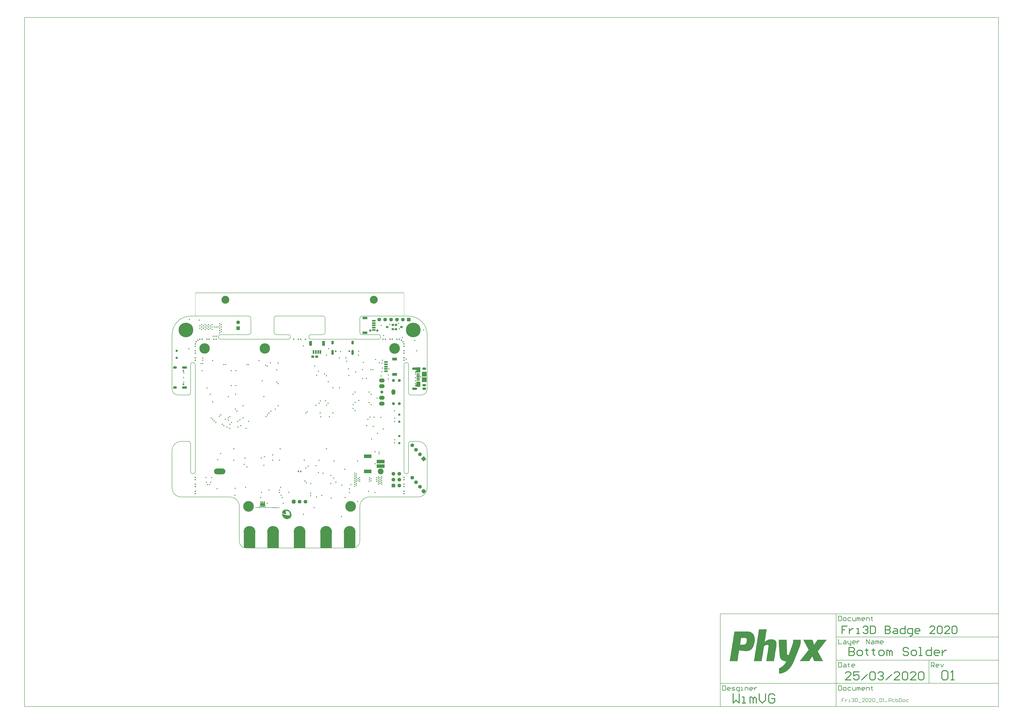
<source format=gbs>
G04*
G04 #@! TF.GenerationSoftware,Altium Limited,Altium Designer,20.0.13 (296)*
G04*
G04 Layer_Color=16711935*
%FSLAX25Y25*%
%MOIN*%
G70*
G01*
G75*
%ADD11C,0.00984*%
%ADD12C,0.00394*%
%ADD13C,0.00787*%
%ADD15C,0.00591*%
%ADD16C,0.01575*%
%ADD74R,0.04724X0.04331*%
%ADD93C,0.02362*%
%ADD97R,0.13780X0.06299*%
%ADD104O,0.06496X0.03937*%
%ADD105R,0.06299X0.06299*%
%ADD106C,0.06299*%
%ADD107C,0.03937*%
%ADD108C,0.02953*%
%ADD109O,0.06693X0.04331*%
%ADD110O,0.08661X0.04331*%
%ADD111C,0.06394*%
G04:AMPARAMS|DCode=112|XSize=63.94mil|YSize=63.94mil|CornerRadius=16.97mil|HoleSize=0mil|Usage=FLASHONLY|Rotation=180.000|XOffset=0mil|YOffset=0mil|HoleType=Round|Shape=RoundedRectangle|*
%AMROUNDEDRECTD112*
21,1,0.06394,0.03000,0,0,180.0*
21,1,0.03000,0.06394,0,0,180.0*
1,1,0.03394,-0.01500,0.01500*
1,1,0.03394,0.01500,0.01500*
1,1,0.03394,0.01500,-0.01500*
1,1,0.03394,-0.01500,-0.01500*
%
%ADD112ROUNDEDRECTD112*%
%ADD113O,0.04331X0.06693*%
%ADD114O,0.04331X0.08661*%
%ADD115R,0.06299X0.06299*%
G04:AMPARAMS|DCode=116|XSize=62.99mil|YSize=62.99mil|CornerRadius=16.73mil|HoleSize=0mil|Usage=FLASHONLY|Rotation=130.000|XOffset=0mil|YOffset=0mil|HoleType=Round|Shape=RoundedRectangle|*
%AMROUNDEDRECTD116*
21,1,0.06299,0.02953,0,0,130.0*
21,1,0.02953,0.06299,0,0,130.0*
1,1,0.03347,0.00182,0.02080*
1,1,0.03347,0.02080,-0.00182*
1,1,0.03347,-0.00182,-0.02080*
1,1,0.03347,-0.02080,0.00182*
%
%ADD116ROUNDEDRECTD116*%
%ADD117P,0.08908X4X175.0*%
%ADD118C,0.24803*%
%ADD119C,0.13386*%
%ADD120C,0.18110*%
%ADD121C,0.05118*%
%ADD122O,0.09449X0.06693*%
%ADD123O,0.06693X0.09449*%
%ADD124C,0.17717*%
%ADD125C,0.20079*%
%ADD126O,0.19291X0.09843*%
%ADD127C,0.09843*%
%ADD173R,0.17717X0.13780*%
%ADD174R,0.06496X0.02756*%
%ADD175R,0.08268X0.05118*%
%ADD176R,0.06693X0.08661*%
%ADD177R,0.07874X0.07874*%
%ADD178R,0.05709X0.01968*%
%ADD179R,0.08268X0.04331*%
%ADD180R,0.04331X0.03740*%
%ADD181R,0.04331X0.03740*%
%ADD182R,0.02756X0.06496*%
%ADD183R,0.05118X0.08268*%
%ADD184R,0.02362X0.02756*%
%ADD185R,0.12598X0.05906*%
%ADD186C,0.01968*%
G36*
X-65531Y79816D02*
X-65531D01*
X-65531D01*
X-65520Y79815D01*
X-65493Y79812D01*
X-65490Y79811D01*
X-65487Y79812D01*
X-65448Y79815D01*
X-65365Y79814D01*
X-65336Y79811D01*
X-65327Y79810D01*
X-65327D01*
X-65327Y79810D01*
X-65293Y79800D01*
X-65290Y79799D01*
X-65290D01*
X-65290Y79799D01*
X-65256Y79780D01*
X-65235Y79763D01*
X-65226Y79755D01*
X-65226Y79755D01*
X-65226Y79755D01*
X-65213Y79739D01*
X-65202Y79725D01*
X-65202Y79725D01*
X-65202Y79725D01*
X-65192Y79707D01*
X-65173Y79697D01*
X-65144Y79672D01*
X-65123Y79646D01*
X-65118Y79646D01*
X-65079Y79642D01*
X-65044Y79631D01*
X-65042Y79631D01*
D01*
X-65042Y79631D01*
X-65008Y79612D01*
X-64978Y79587D01*
X-64960Y79564D01*
X-64954Y79557D01*
X-64954Y79557D01*
X-64954Y79557D01*
X-64936Y79523D01*
X-64925Y79485D01*
X-64923Y79457D01*
X-64922Y79447D01*
Y79447D01*
D01*
D01*
X-64922Y79441D01*
X-64897Y79420D01*
X-64872Y79390D01*
X-64854Y79356D01*
X-64843Y79319D01*
X-64840Y79280D01*
X-64841Y79197D01*
D01*
X-64841Y79191D01*
X-64816Y79171D01*
X-64792Y79140D01*
X-64774Y79106D01*
D01*
X-64774Y79106D01*
X-64770Y79094D01*
X-64763Y79069D01*
X-64759Y79030D01*
Y79030D01*
Y79030D01*
X-64760Y78947D01*
X-64761Y78864D01*
D01*
X-64761Y78781D01*
Y78781D01*
Y78781D01*
X-64761Y78776D01*
X-64736Y78755D01*
X-64712Y78725D01*
X-64694Y78690D01*
X-64683Y78653D01*
X-64680Y78614D01*
X-64680Y78531D01*
X-64685Y78493D01*
X-64686Y78490D01*
X-64685Y78487D01*
X-64681Y78448D01*
X-64682Y78365D01*
X-64686Y78327D01*
X-64687Y78324D01*
X-64686Y78321D01*
Y78321D01*
X-64686Y78321D01*
X-64684Y78300D01*
X-64683Y78282D01*
Y78282D01*
Y78282D01*
X-64683Y78199D01*
D01*
Y78199D01*
X-64684Y78116D01*
Y78116D01*
Y78116D01*
X-64685Y78033D01*
X-64685Y78028D01*
X-64660Y78007D01*
X-64636Y77977D01*
X-64618Y77942D01*
X-64607Y77905D01*
X-64603Y77867D01*
X-64604Y77784D01*
X-64608Y77745D01*
X-64609Y77742D01*
X-64608Y77739D01*
X-64605Y77701D01*
X-64605Y77617D01*
X-64605Y77612D01*
X-64605Y77611D01*
X-64581Y77591D01*
X-64556Y77561D01*
Y77561D01*
X-64556Y77561D01*
X-64540Y77530D01*
X-64538Y77526D01*
D01*
X-64538Y77526D01*
X-64531Y77503D01*
X-64527Y77489D01*
Y77489D01*
X-64527Y77489D01*
X-64526Y77468D01*
X-64524Y77451D01*
Y77451D01*
Y77451D01*
X-64525Y77368D01*
X-64529Y77329D01*
X-64530Y77326D01*
X-64529Y77323D01*
Y77323D01*
X-64529Y77323D01*
X-64527Y77309D01*
X-64525Y77285D01*
Y77285D01*
Y77285D01*
Y77285D01*
X-64526Y77202D01*
Y77202D01*
Y77202D01*
X-64527Y77192D01*
X-64530Y77163D01*
X-64531Y77160D01*
X-64530Y77157D01*
X-64527Y77119D01*
X-64527Y77036D01*
X-64532Y76997D01*
X-64533Y76994D01*
X-64532Y76991D01*
X-64528Y76953D01*
X-64529Y76869D01*
D01*
X-64529Y76864D01*
X-64504Y76843D01*
X-64480Y76813D01*
X-64462Y76779D01*
X-64451Y76741D01*
X-64447Y76703D01*
X-64448Y76620D01*
D01*
X-64449Y76537D01*
Y76537D01*
Y76537D01*
X-64450Y76454D01*
D01*
X-64450Y76448D01*
X-64425Y76427D01*
X-64400Y76397D01*
X-64382Y76363D01*
X-64372Y76326D01*
X-64368Y76287D01*
X-64369Y76204D01*
X-64373Y76165D01*
X-64374Y76162D01*
X-64373Y76160D01*
Y76160D01*
X-64373Y76160D01*
X-64371Y76138D01*
X-64369Y76121D01*
Y76121D01*
D01*
D01*
X-64370Y76038D01*
Y76038D01*
Y76038D01*
X-64372Y76019D01*
X-64374Y75999D01*
X-64374Y75999D01*
Y75999D01*
X-64375Y75996D01*
X-64374Y75994D01*
X-64371Y75955D01*
X-64372Y75872D01*
X-64374Y75853D01*
X-64376Y75833D01*
X-64376Y75833D01*
Y75833D01*
X-64377Y75830D01*
X-64376Y75827D01*
X-64372Y75789D01*
Y75789D01*
Y75789D01*
X-64373Y75706D01*
D01*
X-64373Y75700D01*
X-64367Y75695D01*
X-64348Y75679D01*
X-64324Y75649D01*
X-64306Y75615D01*
X-64295Y75578D01*
X-64292Y75539D01*
X-64292Y75456D01*
X-64296Y75418D01*
X-64297Y75415D01*
X-64296Y75412D01*
Y75412D01*
X-64296Y75412D01*
X-64294Y75390D01*
X-64293Y75373D01*
Y75373D01*
Y75373D01*
X-64294Y75290D01*
X-64294Y75207D01*
X-64295Y75124D01*
X-64295Y75118D01*
X-64289Y75113D01*
X-64270Y75098D01*
X-64246Y75067D01*
X-64228Y75033D01*
D01*
X-64228Y75033D01*
X-64223Y75018D01*
X-64217Y74996D01*
X-64214Y74957D01*
Y74957D01*
D01*
D01*
X-64214Y74874D01*
Y74874D01*
Y74874D01*
X-64215Y74866D01*
X-64218Y74836D01*
X-64219Y74833D01*
X-64218Y74830D01*
X-64215Y74791D01*
Y74791D01*
Y74791D01*
X-64216Y74708D01*
Y74708D01*
Y74708D01*
X-64218Y74690D01*
X-64220Y74670D01*
X-64220Y74670D01*
Y74670D01*
X-64221Y74667D01*
X-64220Y74664D01*
Y74664D01*
X-64220Y74664D01*
X-64218Y74642D01*
X-64217Y74625D01*
Y74625D01*
Y74625D01*
X-64217Y74542D01*
X-64218Y74459D01*
Y74459D01*
Y74459D01*
X-64219Y74376D01*
X-64219Y74370D01*
X-64194Y74350D01*
X-64178Y74330D01*
X-64169Y74319D01*
X-64152Y74285D01*
D01*
X-64151Y74285D01*
X-64140Y74248D01*
X-64138Y74216D01*
X-64137Y74209D01*
Y74209D01*
D01*
D01*
X-64138Y74126D01*
Y74126D01*
X-64139Y74043D01*
X-64139Y74043D01*
X-64139Y74043D01*
X-64139Y73960D01*
Y73960D01*
X-64139Y73955D01*
X-64114Y73934D01*
X-64112Y73930D01*
X-64105Y73953D01*
X-64086Y73987D01*
X-64061Y74016D01*
X-64036Y74037D01*
X-64036Y74042D01*
X-64035Y74125D01*
X-64034Y74208D01*
X-64034Y74291D01*
X-64032Y74310D01*
X-64030Y74330D01*
X-64030Y74330D01*
Y74330D01*
X-64029Y74333D01*
X-64030Y74336D01*
Y74336D01*
X-64030Y74336D01*
X-64031Y74350D01*
X-64033Y74374D01*
Y74374D01*
Y74374D01*
X-64032Y74458D01*
Y74458D01*
Y74458D01*
X-64030Y74478D01*
X-64028Y74496D01*
X-64028Y74496D01*
Y74496D01*
X-64027Y74499D01*
X-64028Y74502D01*
X-64032Y74540D01*
Y74541D01*
D01*
D01*
X-64031Y74624D01*
X-64027Y74662D01*
X-64015Y74699D01*
X-63997Y74733D01*
X-63972Y74763D01*
X-63946Y74783D01*
X-63946Y74789D01*
D01*
X-63946Y74872D01*
Y74872D01*
Y74872D01*
X-63945Y74955D01*
D01*
X-63944Y75038D01*
Y75038D01*
Y75038D01*
X-63943Y75047D01*
X-63940Y75076D01*
X-63929Y75113D01*
X-63910Y75147D01*
X-63885Y75177D01*
X-63885Y75177D01*
X-63885Y75177D01*
X-63873Y75187D01*
X-63860Y75198D01*
X-63860Y75203D01*
Y75203D01*
Y75203D01*
X-63859Y75286D01*
X-63858Y75369D01*
D01*
X-63858Y75452D01*
Y75452D01*
Y75452D01*
X-63856Y75471D01*
X-63854Y75491D01*
X-63854Y75491D01*
Y75491D01*
X-63853Y75494D01*
X-63853Y75497D01*
X-63857Y75535D01*
Y75535D01*
D01*
D01*
X-63856Y75618D01*
Y75618D01*
Y75618D01*
X-63855Y75626D01*
X-63852Y75657D01*
X-63851Y75660D01*
X-63852Y75663D01*
Y75663D01*
X-63852Y75663D01*
X-63853Y75677D01*
X-63855Y75701D01*
Y75701D01*
Y75701D01*
Y75701D01*
X-63855Y75784D01*
Y75784D01*
Y75784D01*
X-63853Y75799D01*
X-63851Y75823D01*
X-63851Y75823D01*
Y75823D01*
X-63850Y75826D01*
X-63839Y75860D01*
X-63820Y75894D01*
X-63820Y75894D01*
D01*
X-63820Y75894D01*
X-63796Y75924D01*
X-63796Y75924D01*
D01*
X-63791Y75928D01*
X-63770Y75944D01*
X-63770Y75950D01*
X-63770Y76033D01*
X-63769Y76116D01*
D01*
X-63768Y76199D01*
Y76199D01*
Y76199D01*
X-63767Y76282D01*
Y76282D01*
Y76282D01*
X-63766Y76290D01*
X-63763Y76320D01*
X-63752Y76357D01*
X-63733Y76391D01*
X-63708Y76421D01*
X-63683Y76441D01*
X-63683Y76447D01*
X-63682Y76530D01*
X-63681Y76613D01*
X-63679Y76632D01*
X-63677Y76652D01*
X-63677Y76652D01*
Y76652D01*
X-63676Y76654D01*
X-63677Y76657D01*
Y76657D01*
X-63677Y76657D01*
X-63679Y76680D01*
X-63681Y76696D01*
Y76696D01*
D01*
D01*
X-63680Y76779D01*
X-63677Y76808D01*
X-63676Y76818D01*
Y76818D01*
X-63676Y76818D01*
X-63675Y76821D01*
X-63676Y76824D01*
Y76824D01*
X-63676Y76824D01*
X-63677Y76838D01*
X-63679Y76862D01*
Y76862D01*
Y76862D01*
X-63678Y76945D01*
X-63675Y76974D01*
X-63674Y76984D01*
Y76984D01*
X-63674Y76984D01*
X-63664Y77017D01*
X-63663Y77021D01*
Y77021D01*
X-63663Y77021D01*
X-63644Y77055D01*
X-63627Y77076D01*
X-63619Y77084D01*
X-63619Y77084D01*
X-63619Y77084D01*
X-63603Y77097D01*
X-63594Y77105D01*
X-63594Y77110D01*
Y77110D01*
X-63593Y77193D01*
Y77193D01*
Y77193D01*
X-63593Y77276D01*
X-63592Y77359D01*
X-63591Y77443D01*
D01*
X-63590Y77526D01*
Y77526D01*
Y77526D01*
X-63589Y77544D01*
X-63586Y77564D01*
X-63586Y77564D01*
Y77564D01*
X-63585Y77569D01*
X-63575Y77601D01*
X-63556Y77635D01*
X-63556Y77635D01*
X-63556Y77635D01*
X-63552Y77641D01*
X-63531Y77665D01*
X-63506Y77685D01*
X-63506Y77691D01*
X-63505Y77774D01*
X-63504Y77857D01*
Y77857D01*
X-63504Y77940D01*
Y77940D01*
Y77940D01*
X-63502Y77954D01*
X-63500Y77978D01*
X-63500Y77978D01*
Y77978D01*
X-63499Y77981D01*
X-63500Y77984D01*
X-63503Y78023D01*
X-63502Y78106D01*
X-63498Y78145D01*
X-63497Y78148D01*
X-63498Y78150D01*
X-63502Y78189D01*
X-63501Y78272D01*
X-63497Y78311D01*
X-63485Y78348D01*
X-63467Y78382D01*
X-63442Y78411D01*
X-63416Y78432D01*
X-63416Y78437D01*
X-63416Y78520D01*
X-63415Y78603D01*
Y78603D01*
X-63414Y78686D01*
Y78686D01*
Y78686D01*
X-63413Y78696D01*
X-63410Y78725D01*
X-63409Y78728D01*
X-63410Y78731D01*
Y78731D01*
X-63410Y78731D01*
X-63412Y78752D01*
X-63414Y78769D01*
Y78769D01*
Y78769D01*
X-63413Y78852D01*
X-63409Y78891D01*
X-63397Y78928D01*
X-63379Y78962D01*
X-63354Y78992D01*
X-63333Y79008D01*
X-63328Y79012D01*
X-63328Y79018D01*
X-63328Y79101D01*
X-63323Y79139D01*
X-63323Y79142D01*
X-63323Y79145D01*
Y79145D01*
X-63323Y79145D01*
X-63325Y79159D01*
X-63327Y79184D01*
Y79184D01*
Y79184D01*
X-63326Y79267D01*
X-63322Y79305D01*
X-63310Y79342D01*
X-63292Y79377D01*
X-63267Y79406D01*
X-63237Y79431D01*
X-63218Y79440D01*
X-63208Y79459D01*
X-63183Y79488D01*
X-63157Y79510D01*
X-63153Y79513D01*
X-63153D01*
X-63153Y79513D01*
X-63134Y79523D01*
X-63126Y79538D01*
X-63124Y79541D01*
X-63108Y79561D01*
X-63100Y79571D01*
X-63099Y79571D01*
X-63099Y79571D01*
X-63069Y79595D01*
X-63051Y79605D01*
X-63041Y79623D01*
X-63016Y79653D01*
X-62986Y79677D01*
X-62967Y79687D01*
X-62957Y79706D01*
X-62932Y79735D01*
X-62902Y79760D01*
X-62867Y79778D01*
X-62830Y79789D01*
X-62792Y79792D01*
X-62709Y79791D01*
X-62670Y79787D01*
X-62667Y79786D01*
X-62664Y79787D01*
X-62626Y79791D01*
X-62543Y79790D01*
X-62514Y79787D01*
X-62504Y79786D01*
X-62504D01*
X-62504Y79786D01*
X-62471Y79775D01*
X-62467Y79774D01*
X-62467D01*
X-62467Y79774D01*
X-62433Y79756D01*
X-62412Y79738D01*
X-62403Y79731D01*
X-62403Y79731D01*
X-62403Y79731D01*
X-62390Y79715D01*
X-62379Y79701D01*
X-62379Y79701D01*
X-62379Y79701D01*
X-62369Y79682D01*
X-62351Y79672D01*
X-62351Y79672D01*
X-62351Y79672D01*
X-62345Y79667D01*
X-62321Y79647D01*
X-62297Y79617D01*
Y79617D01*
X-62297Y79617D01*
X-62287Y79598D01*
X-62268Y79588D01*
X-62254Y79576D01*
X-62239Y79563D01*
X-62214Y79533D01*
Y79533D01*
X-62214Y79533D01*
X-62205Y79514D01*
X-62197Y79510D01*
X-62186Y79504D01*
X-62186Y79504D01*
X-62186Y79504D01*
X-62174Y79494D01*
X-62156Y79479D01*
X-62156Y79479D01*
X-62156Y79479D01*
X-62148Y79470D01*
X-62132Y79449D01*
X-62122Y79431D01*
X-62104Y79421D01*
X-62074Y79396D01*
X-62050Y79366D01*
X-62032Y79331D01*
X-62021Y79294D01*
X-62017Y79255D01*
X-62018Y79172D01*
X-62019Y79089D01*
X-62019Y79006D01*
X-62020Y79001D01*
X-62014Y78996D01*
X-61995Y78980D01*
X-61970Y78950D01*
X-61952Y78915D01*
D01*
X-61952Y78915D01*
X-61948Y78900D01*
X-61941Y78878D01*
X-61938Y78840D01*
Y78840D01*
D01*
D01*
X-61939Y78757D01*
Y78757D01*
Y78757D01*
X-61940Y78748D01*
X-61943Y78718D01*
X-61944Y78715D01*
X-61943Y78712D01*
X-61939Y78674D01*
Y78673D01*
D01*
D01*
X-61940Y78591D01*
Y78591D01*
Y78591D01*
X-61941Y78508D01*
D01*
X-61942Y78425D01*
Y78425D01*
Y78425D01*
X-61942Y78419D01*
X-61936Y78415D01*
X-61917Y78398D01*
X-61917Y78398D01*
X-61917Y78398D01*
X-61898Y78375D01*
X-61892Y78368D01*
Y78368D01*
X-61892Y78368D01*
X-61882Y78347D01*
X-61874Y78334D01*
X-61874Y78334D01*
X-61874Y78334D01*
X-61869Y78314D01*
X-61863Y78296D01*
Y78296D01*
X-61863Y78296D01*
X-61862Y78275D01*
X-61860Y78258D01*
Y78258D01*
Y78258D01*
X-61861Y78175D01*
Y78175D01*
Y78175D01*
X-61862Y78166D01*
X-61865Y78136D01*
X-61866Y78133D01*
X-61865Y78130D01*
Y78130D01*
X-61865Y78130D01*
X-61864Y78116D01*
X-61861Y78092D01*
Y78092D01*
Y78092D01*
X-61862Y78009D01*
X-61865Y77980D01*
X-61866Y77970D01*
Y77970D01*
X-61866Y77970D01*
X-61867Y77967D01*
X-61866Y77964D01*
X-61863Y77926D01*
X-61864Y77843D01*
X-61864Y77837D01*
X-61839Y77816D01*
X-61814Y77786D01*
X-61796Y77752D01*
D01*
X-61796Y77752D01*
X-61793Y77740D01*
X-61786Y77715D01*
X-61782Y77676D01*
Y77676D01*
Y77676D01*
X-61783Y77593D01*
X-61787Y77554D01*
X-61788Y77551D01*
X-61787Y77548D01*
X-61783Y77510D01*
X-61784Y77427D01*
Y77427D01*
Y77427D01*
X-61785Y77344D01*
Y77344D01*
X-61786Y77261D01*
X-61786Y77261D01*
X-61786Y77261D01*
X-61786Y77255D01*
X-61769Y77242D01*
X-61761Y77234D01*
X-61761Y77234D01*
X-61761Y77234D01*
X-61748Y77218D01*
X-61737Y77204D01*
X-61737Y77204D01*
X-61737Y77204D01*
X-61721Y77175D01*
X-61719Y77170D01*
Y77170D01*
X-61718Y77170D01*
X-61713Y77150D01*
X-61708Y77133D01*
Y77133D01*
X-61708Y77133D01*
X-61706Y77118D01*
X-61704Y77094D01*
Y77094D01*
Y77094D01*
Y77094D01*
X-61705Y77011D01*
Y77011D01*
Y77011D01*
X-61706Y77001D01*
X-61709Y76973D01*
X-61710Y76969D01*
X-61709Y76967D01*
X-61706Y76928D01*
X-61706Y76845D01*
X-61710Y76806D01*
X-61711Y76803D01*
X-61711Y76802D01*
X-61711Y76801D01*
X-61707Y76762D01*
X-61708Y76679D01*
D01*
X-61708Y76673D01*
X-61683Y76652D01*
X-61683Y76652D01*
X-61683D01*
X-61679Y76647D01*
X-61659Y76622D01*
X-61659Y76622D01*
X-61659Y76622D01*
X-61648Y76603D01*
X-61641Y76588D01*
X-61641Y76588D01*
X-61641Y76588D01*
X-61630Y76553D01*
X-61630Y76551D01*
D01*
X-61630Y76551D01*
X-61627Y76524D01*
X-61626Y76512D01*
Y76512D01*
Y76512D01*
X-61627Y76429D01*
X-61631Y76392D01*
X-61631Y76390D01*
D01*
X-61631Y76390D01*
X-61632Y76388D01*
X-61631Y76385D01*
X-61628Y76346D01*
X-61628Y76263D01*
X-61629Y76180D01*
D01*
X-61630Y76097D01*
Y76097D01*
Y76097D01*
X-61630Y76091D01*
X-61605Y76071D01*
X-61581Y76040D01*
X-61563Y76006D01*
X-61552Y75969D01*
X-61548Y75930D01*
X-61549Y75847D01*
X-61551Y75829D01*
X-61553Y75809D01*
X-61553Y75809D01*
Y75809D01*
X-61554Y75806D01*
X-61553Y75803D01*
X-61550Y75764D01*
Y75764D01*
Y75764D01*
X-61550Y75681D01*
X-61554Y75643D01*
X-61555Y75640D01*
X-61555Y75637D01*
Y75637D01*
X-61555Y75637D01*
X-61553Y75616D01*
X-61551Y75598D01*
Y75598D01*
Y75598D01*
X-61552Y75515D01*
D01*
X-61553Y75432D01*
Y75432D01*
Y75432D01*
X-61553Y75349D01*
D01*
X-61553Y75344D01*
X-61528Y75323D01*
X-61504Y75292D01*
X-61486Y75258D01*
X-61475Y75221D01*
X-61472Y75182D01*
X-61472Y75099D01*
X-61473Y75016D01*
Y75016D01*
X-61474Y74933D01*
Y74933D01*
Y74933D01*
X-61474Y74928D01*
X-61449Y74907D01*
X-61425Y74877D01*
X-61407Y74842D01*
X-61396Y74805D01*
X-61392Y74766D01*
X-61393Y74683D01*
X-61396Y74655D01*
X-61397Y74645D01*
Y74645D01*
X-61397Y74645D01*
X-61398Y74642D01*
X-61397Y74639D01*
X-61394Y74600D01*
X-61395Y74517D01*
X-61399Y74479D01*
X-61400Y74476D01*
X-61399Y74473D01*
Y74473D01*
X-61399Y74473D01*
X-61397Y74459D01*
X-61395Y74435D01*
Y74435D01*
Y74434D01*
X-61396Y74351D01*
X-61400Y74313D01*
X-61401Y74310D01*
X-61400Y74307D01*
X-61397Y74268D01*
X-61397Y74185D01*
D01*
X-61398Y74102D01*
Y74102D01*
Y74102D01*
X-61399Y74019D01*
D01*
X-61399Y74014D01*
X-61374Y73993D01*
X-61350Y73963D01*
X-61332Y73928D01*
X-61321Y73891D01*
X-61317Y73852D01*
X-61318Y73769D01*
X-61318Y73764D01*
X-61308Y73756D01*
X-61299Y73764D01*
X-61299Y73769D01*
Y73769D01*
Y73769D01*
X-61298Y73852D01*
Y73852D01*
X-61297Y73935D01*
Y73935D01*
Y73935D01*
X-61296Y74018D01*
X-61292Y74057D01*
X-61291Y74060D01*
X-61292Y74063D01*
Y74063D01*
X-61292Y74063D01*
X-61293Y74077D01*
X-61296Y74101D01*
Y74101D01*
Y74101D01*
X-61295Y74185D01*
X-61291Y74223D01*
X-61279Y74260D01*
X-61260Y74294D01*
X-61236Y74324D01*
X-61210Y74344D01*
X-61210Y74350D01*
Y74350D01*
Y74350D01*
X-61210Y74433D01*
X-61206Y74471D01*
X-61205Y74474D01*
X-61206Y74477D01*
X-61209Y74516D01*
X-61208Y74599D01*
X-61204Y74637D01*
X-61203Y74640D01*
X-61204Y74643D01*
Y74643D01*
X-61204Y74643D01*
X-61205Y74658D01*
X-61207Y74682D01*
Y74682D01*
Y74682D01*
Y74682D01*
X-61207Y74765D01*
Y74765D01*
Y74765D01*
X-61206Y74775D01*
X-61203Y74803D01*
X-61202Y74806D01*
X-61203Y74809D01*
Y74809D01*
X-61203Y74809D01*
X-61204Y74831D01*
X-61206Y74848D01*
Y74848D01*
Y74848D01*
X-61205Y74931D01*
Y74931D01*
Y74931D01*
X-61203Y74952D01*
X-61201Y74970D01*
X-61201Y74970D01*
Y74970D01*
X-61195Y74990D01*
X-61190Y75007D01*
X-61190Y75007D01*
X-61190Y75007D01*
X-61181Y75023D01*
X-61171Y75041D01*
X-61171Y75041D01*
X-61171Y75041D01*
X-61163Y75051D01*
X-61146Y75070D01*
X-61146Y75070D01*
X-61146Y75070D01*
X-61123Y75089D01*
X-61121Y75091D01*
X-61121Y75096D01*
Y75096D01*
Y75096D01*
X-61120Y75179D01*
X-61119Y75262D01*
X-61119Y75345D01*
X-61117Y75364D01*
X-61115Y75384D01*
X-61115Y75384D01*
Y75384D01*
X-61114Y75387D01*
X-61115Y75390D01*
X-61117Y75418D01*
X-61118Y75428D01*
Y75428D01*
Y75428D01*
X-61117Y75511D01*
X-61113Y75550D01*
X-61102Y75587D01*
X-61083Y75621D01*
X-61066Y75641D01*
X-61058Y75651D01*
X-61058Y75651D01*
X-61058Y75651D01*
X-61033Y75671D01*
X-61033Y75677D01*
D01*
X-61032Y75760D01*
Y75760D01*
Y75760D01*
X-61030Y75778D01*
X-61028Y75798D01*
X-61028Y75798D01*
Y75798D01*
X-61027Y75801D01*
X-61028Y75804D01*
X-61031Y75843D01*
X-61031Y75926D01*
X-61026Y75964D01*
X-61026Y75967D01*
X-61026Y75970D01*
X-61030Y76009D01*
X-61029Y76092D01*
Y76092D01*
Y76092D01*
X-61028Y76106D01*
X-61025Y76130D01*
X-61025Y76130D01*
Y76130D01*
X-61024Y76133D01*
X-61025Y76136D01*
Y76136D01*
X-61025Y76136D01*
X-61027Y76157D01*
X-61028Y76175D01*
Y76175D01*
D01*
D01*
X-61028Y76258D01*
Y76258D01*
Y76258D01*
X-61027Y76269D01*
X-61023Y76296D01*
X-61012Y76333D01*
X-60995Y76364D01*
X-60993Y76367D01*
X-60977Y76387D01*
X-60969Y76397D01*
X-60969Y76397D01*
X-60969Y76397D01*
X-60943Y76417D01*
X-60943Y76423D01*
X-60943Y76506D01*
X-60938Y76545D01*
X-60937Y76548D01*
X-60938Y76551D01*
X-60942Y76589D01*
X-60941Y76672D01*
X-60938Y76701D01*
X-60937Y76711D01*
Y76711D01*
X-60937Y76711D01*
X-60926Y76744D01*
X-60925Y76748D01*
Y76748D01*
X-60925Y76748D01*
X-60907Y76782D01*
X-60889Y76803D01*
X-60882Y76811D01*
X-60882Y76811D01*
X-60882Y76811D01*
X-60866Y76825D01*
X-60857Y76832D01*
X-60857Y76837D01*
X-60856Y76920D01*
X-60852Y76959D01*
X-60851Y76962D01*
X-60852Y76965D01*
X-60855Y77004D01*
Y77004D01*
Y77004D01*
X-60854Y77087D01*
X-60850Y77125D01*
X-60849Y77128D01*
X-60850Y77131D01*
Y77131D01*
X-60850Y77131D01*
X-60852Y77152D01*
X-60854Y77170D01*
Y77170D01*
D01*
D01*
X-60853Y77253D01*
Y77253D01*
Y77253D01*
X-60851Y77271D01*
X-60849Y77291D01*
X-60849Y77291D01*
Y77291D01*
X-60848Y77294D01*
X-60849Y77297D01*
X-60852Y77336D01*
X-60852Y77419D01*
Y77419D01*
Y77419D01*
X-60851Y77427D01*
X-60847Y77457D01*
X-60836Y77494D01*
X-60817Y77528D01*
X-60792Y77558D01*
X-60767Y77578D01*
X-60767Y77584D01*
Y77584D01*
X-60766Y77667D01*
Y77667D01*
Y77667D01*
X-60764Y77686D01*
X-60762Y77706D01*
X-60762Y77706D01*
Y77706D01*
X-60761Y77709D01*
X-60762Y77711D01*
X-60766Y77750D01*
X-60765Y77833D01*
X-60761Y77872D01*
X-60749Y77909D01*
X-60730Y77943D01*
X-60706Y77972D01*
X-60680Y77993D01*
X-60680Y77998D01*
Y77998D01*
Y77998D01*
X-60680Y78081D01*
X-60679Y78164D01*
D01*
X-60678Y78247D01*
Y78247D01*
Y78247D01*
X-60677Y78256D01*
X-60674Y78286D01*
X-60673Y78289D01*
X-60674Y78292D01*
X-60677Y78330D01*
Y78330D01*
D01*
D01*
X-60677Y78413D01*
Y78413D01*
Y78413D01*
X-60676Y78422D01*
X-60673Y78452D01*
X-60672Y78455D01*
X-60673Y78458D01*
X-60676Y78496D01*
X-60675Y78579D01*
X-60671Y78618D01*
X-60660Y78655D01*
X-60641Y78689D01*
X-60632Y78700D01*
X-60616Y78719D01*
X-60591Y78739D01*
X-60591Y78745D01*
Y78745D01*
Y78745D01*
X-60590Y78828D01*
D01*
X-60589Y78911D01*
X-60589Y78994D01*
Y78994D01*
Y78994D01*
X-60588Y79002D01*
X-60584Y79032D01*
X-60573Y79069D01*
X-60554Y79103D01*
X-60530Y79133D01*
X-60504Y79154D01*
X-60504Y79159D01*
X-60503Y79242D01*
X-60499Y79281D01*
X-60488Y79318D01*
X-60469Y79352D01*
X-60444Y79382D01*
X-60419Y79402D01*
X-60419Y79407D01*
X-60419Y79408D01*
X-60415Y79446D01*
X-60403Y79483D01*
X-60403Y79483D01*
D01*
X-60385Y79517D01*
X-60379Y79524D01*
X-60360Y79547D01*
X-60330Y79571D01*
X-60295Y79589D01*
X-60295Y79589D01*
X-60295D01*
X-60291Y79590D01*
X-60258Y79600D01*
X-60220Y79604D01*
X-60219D01*
D01*
D01*
X-60214Y79603D01*
X-60193Y79628D01*
X-60163Y79653D01*
X-60144Y79663D01*
X-60134Y79681D01*
X-60109Y79711D01*
X-60083Y79732D01*
X-60079Y79735D01*
X-60079D01*
X-60079Y79735D01*
X-60048Y79751D01*
X-60045Y79753D01*
D01*
X-60045Y79753D01*
X-60014Y79762D01*
X-60008Y79764D01*
X-60008D01*
X-60008Y79764D01*
X-59985Y79766D01*
X-59969Y79767D01*
X-59969D01*
D01*
D01*
X-59886Y79767D01*
X-59886D01*
X-59886D01*
X-59872Y79765D01*
X-59847Y79763D01*
X-59847Y79763D01*
X-59847D01*
X-59844Y79762D01*
X-59844Y79762D01*
X-59842Y79763D01*
X-59803Y79766D01*
X-59720Y79765D01*
X-59681Y79761D01*
X-59644Y79750D01*
X-59610Y79731D01*
X-59580Y79706D01*
X-59556Y79676D01*
X-59547Y79657D01*
X-59528Y79647D01*
X-59498Y79622D01*
X-59474Y79592D01*
X-59464Y79574D01*
X-59446Y79563D01*
X-59432Y79552D01*
X-59416Y79539D01*
X-59392Y79509D01*
Y79509D01*
X-59392Y79508D01*
X-59382Y79490D01*
X-59374Y79486D01*
X-59363Y79480D01*
X-59363Y79480D01*
X-59363Y79480D01*
X-59351Y79470D01*
X-59334Y79455D01*
X-59334Y79455D01*
X-59334Y79455D01*
X-59326Y79445D01*
X-59309Y79425D01*
X-59300Y79406D01*
X-59281Y79396D01*
X-59281Y79396D01*
X-59281Y79396D01*
X-59276Y79391D01*
X-59251Y79371D01*
X-59227Y79341D01*
Y79341D01*
X-59227Y79341D01*
X-59211Y79310D01*
X-59209Y79307D01*
D01*
X-59209Y79307D01*
X-59202Y79283D01*
X-59198Y79269D01*
Y79269D01*
X-59198Y79269D01*
X-59196Y79248D01*
X-59195Y79231D01*
Y79231D01*
Y79231D01*
X-59195Y79148D01*
X-59200Y79109D01*
X-59200Y79106D01*
X-59200Y79103D01*
X-59196Y79065D01*
X-59197Y78982D01*
X-59200Y78953D01*
X-59201Y78943D01*
Y78943D01*
X-59201Y78943D01*
X-59202Y78940D01*
X-59201Y78937D01*
Y78937D01*
X-59201Y78937D01*
X-59200Y78923D01*
X-59197Y78899D01*
Y78899D01*
Y78899D01*
X-59198Y78816D01*
D01*
X-59199Y78733D01*
Y78733D01*
Y78733D01*
X-59200Y78650D01*
Y78650D01*
X-59200Y78644D01*
X-59175Y78623D01*
X-59150Y78593D01*
X-59133Y78559D01*
D01*
X-59132Y78559D01*
X-59129Y78547D01*
X-59122Y78522D01*
X-59118Y78483D01*
Y78483D01*
Y78483D01*
X-59119Y78400D01*
X-59120Y78317D01*
X-59120Y78234D01*
Y78234D01*
X-59120Y78228D01*
X-59111Y78220D01*
X-59096Y78207D01*
X-59071Y78177D01*
Y78177D01*
X-59071Y78177D01*
X-59055Y78146D01*
X-59053Y78143D01*
D01*
X-59053Y78143D01*
X-59046Y78119D01*
X-59042Y78106D01*
Y78106D01*
X-59042Y78106D01*
X-59040Y78084D01*
X-59039Y78067D01*
Y78067D01*
D01*
D01*
X-59039Y77984D01*
Y77984D01*
Y77984D01*
X-59042Y77965D01*
X-59044Y77946D01*
X-59044Y77946D01*
Y77946D01*
X-59044Y77943D01*
X-59044Y77940D01*
Y77940D01*
X-59044Y77940D01*
X-59042Y77918D01*
X-59040Y77901D01*
Y77901D01*
D01*
D01*
X-59041Y77818D01*
X-59045Y77780D01*
X-59046Y77776D01*
X-59045Y77774D01*
X-59042Y77735D01*
X-59042Y77652D01*
X-59043Y77569D01*
Y77569D01*
X-59044Y77486D01*
Y77486D01*
Y77486D01*
X-59044Y77403D01*
Y77403D01*
Y77403D01*
X-59045Y77320D01*
D01*
X-59045Y77314D01*
X-59020Y77293D01*
X-59004Y77273D01*
X-58996Y77263D01*
X-58978Y77229D01*
D01*
X-58978Y77229D01*
X-58967Y77192D01*
X-58964Y77160D01*
X-58964Y77153D01*
Y77153D01*
D01*
D01*
X-58964Y77070D01*
X-58965Y76987D01*
X-58966Y76904D01*
D01*
X-58966Y76898D01*
X-58941Y76878D01*
X-58941Y76878D01*
D01*
X-58937Y76873D01*
X-58917Y76847D01*
X-58917Y76847D01*
X-58917Y76847D01*
X-58907Y76828D01*
X-58899Y76813D01*
X-58899Y76813D01*
X-58899Y76813D01*
X-58894Y76796D01*
X-58888Y76776D01*
Y76776D01*
X-58888Y76776D01*
X-58886Y76762D01*
X-58884Y76737D01*
Y76737D01*
Y76737D01*
X-58885Y76654D01*
Y76654D01*
Y76654D01*
X-58888Y76625D01*
X-58889Y76616D01*
Y76616D01*
X-58889Y76616D01*
X-58890Y76613D01*
X-58889Y76610D01*
X-58886Y76571D01*
Y76571D01*
D01*
D01*
X-58886Y76488D01*
X-58891Y76450D01*
X-58891Y76447D01*
X-58891Y76444D01*
X-58887Y76405D01*
X-58888Y76322D01*
X-58889Y76239D01*
X-58889Y76156D01*
D01*
X-58889Y76151D01*
X-58874Y76138D01*
X-58864Y76130D01*
X-58864Y76130D01*
X-58864Y76130D01*
X-58840Y76099D01*
X-58823Y76067D01*
X-58822Y76065D01*
D01*
X-58822Y76065D01*
X-58811Y76028D01*
X-58809Y76000D01*
X-58808Y75989D01*
Y75989D01*
Y75989D01*
X-58808Y75906D01*
Y75906D01*
Y75906D01*
X-58809Y75898D01*
X-58813Y75868D01*
X-58814Y75865D01*
X-58813Y75862D01*
X-58809Y75823D01*
Y75823D01*
Y75823D01*
X-58810Y75740D01*
D01*
X-58810Y75735D01*
X-58804Y75730D01*
X-58785Y75714D01*
X-58761Y75684D01*
X-58743Y75649D01*
D01*
X-58743Y75649D01*
X-58738Y75634D01*
X-58732Y75612D01*
X-58728Y75573D01*
Y75573D01*
D01*
D01*
X-58729Y75490D01*
X-58733Y75452D01*
X-58734Y75449D01*
X-58733Y75446D01*
X-58730Y75407D01*
X-58731Y75324D01*
X-58735Y75286D01*
X-58736Y75283D01*
X-58735Y75280D01*
X-58731Y75241D01*
X-58732Y75158D01*
X-58736Y75120D01*
X-58737Y75117D01*
X-58736Y75114D01*
Y75114D01*
X-58736Y75114D01*
X-58735Y75100D01*
X-58733Y75076D01*
Y75075D01*
Y75075D01*
Y75075D01*
X-58733Y74992D01*
Y74992D01*
Y74992D01*
X-58733Y74987D01*
X-58728Y74982D01*
X-58709Y74966D01*
X-58684Y74936D01*
X-58666Y74901D01*
D01*
X-58666Y74901D01*
X-58662Y74886D01*
X-58655Y74864D01*
X-58652Y74826D01*
Y74826D01*
D01*
D01*
X-58653Y74743D01*
Y74743D01*
Y74743D01*
X-58653Y74734D01*
X-58657Y74704D01*
X-58658Y74701D01*
X-58657Y74698D01*
X-58653Y74660D01*
Y74660D01*
D01*
D01*
X-58654Y74576D01*
Y74576D01*
Y74576D01*
X-58655Y74493D01*
X-58656Y74410D01*
X-58656Y74405D01*
X-58640Y74392D01*
X-58631Y74384D01*
X-58631Y74384D01*
X-58631Y74384D01*
X-58606Y74354D01*
X-58589Y74321D01*
X-58588Y74320D01*
D01*
X-58588Y74320D01*
X-58577Y74282D01*
X-58575Y74253D01*
X-58574Y74244D01*
Y74244D01*
D01*
D01*
X-58575Y74161D01*
Y74161D01*
Y74161D01*
X-58577Y74142D01*
X-58579Y74122D01*
X-58579Y74122D01*
Y74122D01*
X-58580Y74119D01*
X-58579Y74116D01*
Y74116D01*
X-58579Y74116D01*
X-58577Y74094D01*
X-58575Y74078D01*
Y74078D01*
Y74078D01*
X-58576Y73995D01*
X-58579Y73966D01*
X-58580Y73956D01*
Y73956D01*
X-58580Y73956D01*
X-58581Y73953D01*
X-58580Y73950D01*
X-58577Y73912D01*
X-58578Y73829D01*
X-58578Y73746D01*
Y73746D01*
X-58579Y73663D01*
Y73663D01*
Y73663D01*
X-58579Y73657D01*
X-58564Y73644D01*
X-58554Y73636D01*
X-58554Y73636D01*
X-58554Y73636D01*
X-58530Y73606D01*
X-58513Y73573D01*
X-58512Y73572D01*
D01*
X-58512Y73572D01*
X-58501Y73535D01*
X-58498Y73505D01*
X-58498Y73496D01*
Y73496D01*
D01*
D01*
X-58498Y73413D01*
Y73413D01*
Y73413D01*
X-58500Y73394D01*
X-58502Y73374D01*
X-58502Y73374D01*
Y73374D01*
X-58503Y73371D01*
X-58502Y73368D01*
Y73368D01*
X-58502Y73368D01*
X-58500Y73347D01*
X-58499Y73330D01*
Y73330D01*
D01*
D01*
X-58500Y73247D01*
Y73247D01*
Y73247D01*
X-58500Y73241D01*
X-58478Y73223D01*
X-58475Y73220D01*
X-58451Y73190D01*
X-58433Y73156D01*
X-58421Y73119D01*
X-58418Y73080D01*
X-58419Y72997D01*
Y72997D01*
Y72997D01*
X-58421Y72978D01*
X-58423Y72958D01*
X-58423Y72958D01*
Y72958D01*
X-58424Y72956D01*
X-58423Y72953D01*
X-58420Y72914D01*
Y72914D01*
Y72914D01*
X-58420Y72831D01*
X-58422Y72812D01*
X-58424Y72792D01*
X-58424Y72792D01*
Y72792D01*
X-58425Y72790D01*
X-58424Y72786D01*
X-58421Y72748D01*
X-58422Y72665D01*
X-58425Y72636D01*
X-58426Y72626D01*
Y72626D01*
X-58426Y72626D01*
X-58427Y72623D01*
X-58426Y72620D01*
Y72620D01*
X-58426Y72620D01*
X-58424Y72599D01*
X-58422Y72582D01*
Y72582D01*
D01*
D01*
X-58423Y72499D01*
Y72499D01*
Y72499D01*
X-58424Y72416D01*
X-58425Y72333D01*
X-58425Y72327D01*
X-58400Y72306D01*
X-58375Y72276D01*
X-58357Y72242D01*
X-58346Y72205D01*
X-58343Y72166D01*
X-58344Y72083D01*
X-58348Y72044D01*
X-58349Y72041D01*
X-58348Y72039D01*
X-58345Y72000D01*
Y72000D01*
D01*
D01*
X-58345Y71917D01*
D01*
X-58345Y71911D01*
X-58345Y71911D01*
X-58320Y71891D01*
X-58296Y71860D01*
Y71860D01*
X-58296Y71860D01*
X-58280Y71829D01*
X-58278Y71826D01*
D01*
X-58278Y71826D01*
X-58271Y71802D01*
X-58267Y71789D01*
Y71789D01*
X-58267Y71789D01*
X-58265Y71768D01*
X-58264Y71750D01*
Y71750D01*
Y71750D01*
X-58264Y71667D01*
X-58268Y71629D01*
X-58269Y71626D01*
X-58268Y71623D01*
X-58265Y71584D01*
X-58266Y71501D01*
X-58270Y71463D01*
X-58271Y71460D01*
X-58270Y71457D01*
X-58267Y71418D01*
Y71418D01*
D01*
D01*
X-58267Y71335D01*
Y71335D01*
Y71335D01*
X-58268Y71327D01*
X-58271Y71297D01*
X-58272Y71294D01*
X-58271Y71291D01*
Y71291D01*
X-58271Y71291D01*
X-58270Y71269D01*
X-58268Y71252D01*
Y71252D01*
D01*
D01*
X-58269Y71169D01*
Y71169D01*
Y71169D01*
X-58269Y71163D01*
X-58252Y71149D01*
X-58244Y71143D01*
X-58219Y71113D01*
X-58201Y71078D01*
X-58191Y71041D01*
X-58187Y71002D01*
X-58188Y70919D01*
Y70919D01*
Y70919D01*
X-58189Y70911D01*
X-58192Y70881D01*
X-58193Y70878D01*
X-58192Y70876D01*
X-58192Y70875D01*
X-58188Y70836D01*
X-58189Y70753D01*
X-58190Y70670D01*
X-58191Y70587D01*
X-58191Y70582D01*
X-58175Y70568D01*
X-58166Y70561D01*
X-58166Y70561D01*
X-58166Y70561D01*
X-58153Y70544D01*
X-58141Y70531D01*
X-58141Y70531D01*
X-58141Y70530D01*
X-58131Y70511D01*
X-58123Y70496D01*
X-58123Y70496D01*
X-58123Y70496D01*
X-58113Y70461D01*
X-58113Y70459D01*
D01*
X-58113Y70459D01*
X-58110Y70432D01*
X-58109Y70420D01*
Y70420D01*
Y70420D01*
Y70420D01*
X-58110Y70337D01*
X-58113Y70309D01*
X-58114Y70299D01*
Y70299D01*
X-58114Y70299D01*
X-58115Y70296D01*
X-58114Y70295D01*
X-58114Y70293D01*
D01*
X-58114Y70293D01*
X-58112Y70268D01*
X-58111Y70254D01*
Y70254D01*
Y70254D01*
X-58111Y70171D01*
X-58116Y70133D01*
X-58116Y70130D01*
X-58116Y70127D01*
X-58112Y70088D01*
X-58113Y70005D01*
X-58113Y70000D01*
X-58107Y69995D01*
X-58088Y69979D01*
X-58064Y69949D01*
X-58046Y69914D01*
D01*
X-58046Y69914D01*
X-58041Y69899D01*
X-58035Y69877D01*
X-58031Y69839D01*
Y69839D01*
D01*
D01*
X-58032Y69756D01*
Y69756D01*
Y69756D01*
X-58033Y69747D01*
X-58036Y69717D01*
X-58037Y69714D01*
X-58036Y69711D01*
X-58033Y69673D01*
X-58033Y69590D01*
X-58034Y69507D01*
D01*
X-58035Y69424D01*
X-58035Y69418D01*
X-58010Y69397D01*
X-57986Y69367D01*
X-57968Y69332D01*
X-57957Y69295D01*
X-57953Y69257D01*
X-57954Y69205D01*
X-57902Y69205D01*
X-57864Y69201D01*
X-57861Y69200D01*
X-57858Y69201D01*
X-57819Y69204D01*
X-57570Y69202D01*
X-57552Y69200D01*
X-57532Y69198D01*
X-57532Y69198D01*
X-57532D01*
X-57529Y69197D01*
X-57526Y69198D01*
X-57487Y69201D01*
D01*
X-57487D01*
X-57238Y69199D01*
D01*
X-57238D01*
X-57200Y69195D01*
X-57197Y69194D01*
X-57194Y69195D01*
X-57155Y69199D01*
X-57155D01*
D01*
D01*
X-56906Y69196D01*
X-56906D01*
X-56906D01*
X-56894Y69195D01*
X-56868Y69192D01*
X-56865Y69191D01*
X-56862Y69192D01*
X-56862D01*
X-56862Y69192D01*
X-56844Y69194D01*
X-56823Y69196D01*
X-56823D01*
X-56823D01*
X-56574Y69193D01*
X-56536Y69189D01*
X-56533Y69188D01*
X-56530Y69189D01*
X-56491Y69193D01*
X-56408Y69192D01*
X-56370Y69188D01*
X-56367Y69187D01*
X-56364Y69188D01*
X-56325Y69191D01*
X-56325D01*
X-56325D01*
X-56242Y69191D01*
X-56203Y69186D01*
X-56201Y69185D01*
X-56198Y69186D01*
X-56159Y69190D01*
X-56076Y69189D01*
X-56037Y69185D01*
X-56034Y69184D01*
X-56032Y69185D01*
X-55993Y69188D01*
X-55910Y69188D01*
X-55871Y69183D01*
X-55869Y69183D01*
X-55866Y69183D01*
X-55866D01*
X-55866Y69183D01*
X-55844Y69185D01*
X-55827Y69187D01*
X-55827D01*
X-55827D01*
X-55744Y69186D01*
X-55723Y69184D01*
X-55705Y69182D01*
X-55705Y69182D01*
X-55705D01*
X-55702Y69181D01*
X-55699Y69182D01*
X-55661Y69185D01*
X-55578Y69185D01*
X-55539Y69181D01*
X-55536Y69180D01*
X-55533Y69181D01*
X-55495Y69184D01*
X-55412Y69183D01*
X-55373Y69179D01*
X-55370Y69178D01*
X-55367Y69179D01*
X-55329Y69182D01*
X-55329D01*
D01*
D01*
X-55246Y69182D01*
X-55246D01*
X-55246D01*
X-55238Y69181D01*
X-55207Y69178D01*
X-55204Y69177D01*
X-55201Y69178D01*
X-55163Y69181D01*
X-55163D01*
D01*
D01*
X-55080Y69180D01*
X-55041Y69176D01*
X-55038Y69175D01*
X-55035Y69176D01*
X-55035D01*
X-55035Y69176D01*
X-55014Y69178D01*
X-54997Y69180D01*
X-54997D01*
X-54997D01*
X-54914Y69179D01*
X-54875Y69175D01*
X-54872Y69174D01*
X-54869Y69175D01*
X-54869D01*
X-54869Y69175D01*
X-54855Y69176D01*
X-54831Y69178D01*
X-54831D01*
X-54831D01*
X-54831D01*
X-54748Y69178D01*
X-54748D01*
X-54748D01*
X-54733Y69176D01*
X-54709Y69173D01*
X-54709Y69173D01*
X-54709D01*
X-54706Y69172D01*
X-54703Y69173D01*
X-54665Y69177D01*
X-54582Y69176D01*
X-54543Y69172D01*
X-54540Y69171D01*
X-54537Y69172D01*
X-54499Y69175D01*
X-54416Y69174D01*
X-54377Y69170D01*
X-54374Y69169D01*
X-54371Y69170D01*
X-54333Y69174D01*
X-54333D01*
D01*
D01*
X-54250Y69173D01*
X-54211Y69169D01*
X-54208Y69168D01*
X-54205Y69169D01*
X-54205D01*
X-54205Y69169D01*
X-54191Y69170D01*
X-54167Y69172D01*
X-54167D01*
X-54167D01*
X-54167D01*
X-54084Y69172D01*
X-54084D01*
X-54084D01*
X-54069Y69170D01*
X-54045Y69168D01*
X-54045Y69168D01*
X-54045D01*
X-54042Y69167D01*
X-54039Y69168D01*
X-54039D01*
X-54039Y69168D01*
X-54018Y69169D01*
X-54000Y69171D01*
X-54000D01*
X-54000D01*
X-53917Y69170D01*
X-53897Y69168D01*
X-53879Y69166D01*
X-53879Y69166D01*
X-53879D01*
X-53876Y69165D01*
X-53873Y69166D01*
X-53834Y69169D01*
X-53834D01*
D01*
D01*
X-53751Y69169D01*
X-53751D01*
X-53751D01*
X-53743Y69168D01*
X-53713Y69165D01*
X-53710Y69164D01*
X-53707Y69165D01*
X-53668Y69168D01*
X-53585Y69167D01*
X-53585D01*
X-53585D01*
X-53577Y69166D01*
X-53547Y69163D01*
X-53544Y69162D01*
X-53541Y69163D01*
X-53541D01*
X-53541Y69163D01*
X-53520Y69165D01*
X-53502Y69167D01*
X-53502D01*
X-53502D01*
X-53419Y69166D01*
X-53381Y69162D01*
X-53378Y69161D01*
X-53375Y69162D01*
X-53336Y69165D01*
X-53253Y69164D01*
X-53215Y69160D01*
X-53212Y69159D01*
X-53209Y69160D01*
X-53170Y69164D01*
X-53087Y69163D01*
X-53049Y69159D01*
X-53046Y69158D01*
X-53043Y69159D01*
X-53043D01*
X-53043Y69159D01*
X-53022Y69161D01*
X-53004Y69162D01*
X-53004D01*
X-53004D01*
X-52921Y69161D01*
X-52900Y69159D01*
X-52883Y69157D01*
X-52883Y69157D01*
X-52883D01*
X-52880Y69156D01*
X-52877Y69157D01*
X-52838Y69161D01*
X-52838D01*
X-52838D01*
X-52755Y69160D01*
X-52717Y69156D01*
X-52714Y69155D01*
X-52711Y69156D01*
X-52711D01*
X-52711Y69156D01*
X-52689Y69158D01*
X-52672Y69159D01*
X-52672D01*
D01*
D01*
X-52589Y69159D01*
X-52589D01*
X-52589D01*
X-52570Y69157D01*
X-52551Y69155D01*
X-52551Y69155D01*
X-52551D01*
X-52548Y69154D01*
X-52547Y69154D01*
X-52545Y69154D01*
X-52506Y69158D01*
X-52423Y69157D01*
X-52385Y69153D01*
X-52382Y69152D01*
X-52379Y69153D01*
X-52340Y69156D01*
X-52257Y69156D01*
X-52219Y69152D01*
X-52216Y69151D01*
X-52213Y69152D01*
X-52174Y69155D01*
X-52174D01*
D01*
D01*
X-52091Y69154D01*
X-52091D01*
X-52091D01*
X-52083Y69153D01*
X-52052Y69150D01*
X-52049Y69149D01*
X-52047Y69150D01*
X-52008Y69153D01*
X-52008D01*
D01*
D01*
X-51925Y69153D01*
X-51886Y69149D01*
X-51884Y69148D01*
X-51881Y69149D01*
X-51842Y69152D01*
X-51759Y69151D01*
X-51720Y69147D01*
X-51717Y69146D01*
X-51714Y69147D01*
X-51676Y69151D01*
X-51676D01*
D01*
D01*
X-51593Y69150D01*
X-51593D01*
X-51593D01*
X-51585Y69149D01*
X-51554Y69146D01*
X-51551Y69145D01*
X-51548Y69146D01*
X-51510Y69149D01*
X-51510D01*
D01*
D01*
X-51427Y69148D01*
X-51388Y69144D01*
X-51385Y69143D01*
X-51382Y69144D01*
X-51382D01*
X-51382Y69144D01*
X-51361Y69146D01*
X-51344Y69148D01*
X-51344D01*
D01*
D01*
X-51261Y69147D01*
X-51261D01*
X-51261D01*
X-51242Y69145D01*
X-51222Y69143D01*
X-51222Y69143D01*
X-51222D01*
X-51219Y69142D01*
X-51216Y69143D01*
X-51178Y69146D01*
X-51178D01*
D01*
D01*
X-51095Y69146D01*
X-51095D01*
X-51095D01*
X-51086Y69145D01*
X-51056Y69141D01*
X-51053Y69140D01*
X-51050Y69141D01*
X-51012Y69145D01*
X-50929Y69144D01*
X-50890Y69140D01*
X-50887Y69139D01*
X-50884Y69140D01*
X-50856Y69143D01*
X-50846Y69143D01*
X-50846D01*
X-50846D01*
X-50763Y69143D01*
X-50763D01*
X-50763D01*
X-50754Y69142D01*
X-50724Y69138D01*
X-50721Y69138D01*
X-50718Y69138D01*
X-50680Y69142D01*
X-50597Y69141D01*
X-50558Y69137D01*
X-50555Y69136D01*
X-50552Y69137D01*
X-50523Y69140D01*
X-50514Y69140D01*
X-50514D01*
D01*
D01*
X-50431Y69140D01*
X-50431D01*
X-50431D01*
X-50412Y69138D01*
X-50392Y69136D01*
X-50392Y69136D01*
X-50392D01*
X-50389Y69135D01*
X-50386Y69136D01*
X-50386D01*
X-50386Y69136D01*
X-50372Y69137D01*
X-50348Y69139D01*
X-50348D01*
X-50348D01*
X-50265Y69138D01*
X-50226Y69134D01*
X-50223Y69133D01*
X-50220Y69134D01*
X-50220D01*
X-50220Y69134D01*
X-50199Y69136D01*
X-50182Y69138D01*
X-50182D01*
D01*
D01*
X-50099Y69137D01*
X-50099D01*
X-50099D01*
X-50080Y69135D01*
X-50060Y69133D01*
X-50060Y69133D01*
X-50060D01*
X-50057Y69132D01*
X-50054Y69133D01*
X-50015Y69136D01*
X-49932Y69135D01*
X-49932D01*
X-49932D01*
X-49894Y69131D01*
X-49891Y69130D01*
X-49888Y69131D01*
X-49849Y69135D01*
X-49766Y69134D01*
X-49728Y69130D01*
X-49725Y69129D01*
X-49722Y69130D01*
X-49722D01*
X-49722Y69130D01*
X-49701Y69132D01*
X-49683Y69133D01*
X-49683D01*
D01*
D01*
X-49600Y69133D01*
X-49600D01*
X-49600D01*
X-49582Y69130D01*
X-49562Y69128D01*
X-49562Y69128D01*
X-49562D01*
X-49559Y69128D01*
X-49556Y69128D01*
X-49556D01*
X-49556Y69128D01*
X-49535Y69130D01*
X-49517Y69132D01*
X-49517D01*
X-49517D01*
X-49434Y69131D01*
X-49416Y69129D01*
X-49396Y69127D01*
X-49396Y69127D01*
X-49396D01*
X-49393Y69126D01*
X-49390Y69127D01*
X-49390D01*
X-49390Y69127D01*
X-49369Y69129D01*
X-49351Y69130D01*
X-49351D01*
X-49351D01*
X-49268Y69130D01*
X-49230Y69125D01*
X-49227Y69125D01*
X-49224Y69125D01*
X-49185Y69129D01*
X-49102Y69128D01*
X-49064Y69124D01*
X-49061Y69123D01*
X-49058Y69124D01*
X-49019Y69128D01*
X-48936Y69127D01*
X-48898Y69123D01*
X-48895Y69122D01*
X-48892Y69123D01*
X-48853Y69126D01*
X-48853D01*
X-48853D01*
X-48770Y69125D01*
X-48732Y69121D01*
X-48729Y69120D01*
X-48726Y69121D01*
X-48687Y69125D01*
X-48604Y69124D01*
X-48566Y69120D01*
X-48563Y69119D01*
X-48560Y69120D01*
X-48560D01*
X-48560Y69120D01*
X-48538Y69122D01*
X-48521Y69123D01*
X-48521D01*
X-48521D01*
X-48438Y69122D01*
X-48419Y69120D01*
X-48399Y69118D01*
X-48399Y69118D01*
X-48399D01*
X-48397Y69117D01*
X-48394Y69118D01*
X-48362Y69121D01*
X-48355Y69122D01*
X-48355D01*
D01*
D01*
X-48272Y69121D01*
X-48234Y69117D01*
X-48231Y69116D01*
X-48228Y69117D01*
X-48228D01*
X-48228Y69117D01*
X-48213Y69118D01*
X-48189Y69120D01*
X-48189D01*
X-48189D01*
X-48189D01*
X-48106Y69120D01*
X-48106D01*
X-48106D01*
X-48092Y69118D01*
X-48068Y69115D01*
X-48067Y69115D01*
X-48067D01*
X-48065Y69114D01*
X-48062Y69115D01*
X-48062D01*
X-48062Y69115D01*
X-48040Y69117D01*
X-48023Y69119D01*
X-48023D01*
D01*
D01*
X-47940Y69118D01*
X-47940D01*
X-47940D01*
X-47929Y69117D01*
X-47901Y69114D01*
X-47899Y69113D01*
X-47896Y69114D01*
X-47857Y69117D01*
X-47857D01*
X-47857D01*
X-47774Y69117D01*
X-47735Y69112D01*
X-47732Y69112D01*
X-47730Y69112D01*
X-47700Y69115D01*
X-47691Y69116D01*
X-47691D01*
D01*
D01*
X-47608Y69115D01*
X-47608D01*
X-47608D01*
X-47589Y69113D01*
X-47569Y69111D01*
X-47569Y69111D01*
X-47569D01*
X-47566Y69110D01*
X-47563Y69111D01*
X-47525Y69114D01*
X-47442Y69114D01*
X-47423Y69112D01*
X-47403Y69110D01*
X-47403Y69110D01*
X-47403D01*
X-47400Y69109D01*
X-47397Y69109D01*
X-47368Y69112D01*
X-47359Y69113D01*
X-47359D01*
D01*
D01*
X-47276Y69112D01*
X-47237Y69108D01*
X-47234Y69107D01*
X-47231Y69108D01*
X-47231D01*
X-47231Y69108D01*
X-47210Y69110D01*
X-47193Y69112D01*
X-47193D01*
D01*
D01*
X-47110Y69111D01*
X-47071Y69107D01*
X-47068Y69106D01*
X-47065Y69107D01*
X-47037Y69109D01*
X-47027Y69110D01*
X-47027D01*
X-47027D01*
X-46944Y69109D01*
D01*
X-46944D01*
X-46940Y69109D01*
X-46905Y69105D01*
X-46902Y69104D01*
X-46899Y69105D01*
X-46861Y69109D01*
X-46778Y69108D01*
X-46778D01*
X-46778D01*
X-46739Y69104D01*
X-46736Y69103D01*
X-46733Y69104D01*
X-46733D01*
X-46733Y69104D01*
X-46712Y69106D01*
X-46695Y69107D01*
X-46695D01*
D01*
D01*
X-46612Y69106D01*
X-46612D01*
X-46612D01*
X-46593Y69104D01*
X-46573Y69102D01*
X-46573Y69102D01*
X-46573D01*
X-46570Y69101D01*
X-46567Y69102D01*
X-46529Y69106D01*
X-46446Y69105D01*
X-46407Y69101D01*
X-46404Y69100D01*
X-46401Y69101D01*
X-46363Y69104D01*
X-46363D01*
D01*
D01*
X-46279Y69103D01*
X-46241Y69099D01*
X-46238Y69099D01*
X-46235Y69099D01*
X-46196Y69103D01*
X-46196D01*
X-46196D01*
X-46113Y69102D01*
X-46095Y69100D01*
X-46075Y69098D01*
X-46075Y69098D01*
X-46075D01*
X-46072Y69097D01*
X-46069Y69098D01*
X-46031Y69101D01*
X-45947Y69101D01*
X-45929Y69099D01*
X-45909Y69096D01*
X-45909Y69096D01*
X-45909D01*
X-45906Y69096D01*
X-45903Y69096D01*
X-45874Y69099D01*
X-45864Y69100D01*
X-45864D01*
X-45864D01*
X-45781Y69099D01*
X-45743Y69095D01*
X-45706Y69083D01*
X-45672Y69065D01*
X-45657Y69053D01*
X-45643Y69065D01*
X-45643D01*
X-45643Y69065D01*
X-45611Y69081D01*
X-45608Y69083D01*
D01*
X-45608Y69083D01*
X-45584Y69090D01*
X-45571Y69094D01*
X-45571D01*
X-45571Y69094D01*
X-45550Y69095D01*
X-45532Y69097D01*
X-45532D01*
D01*
D01*
X-45449Y69096D01*
X-45449D01*
X-45449D01*
X-45431Y69094D01*
X-45411Y69092D01*
X-45411Y69092D01*
X-45411D01*
X-45406Y69091D01*
X-45374Y69081D01*
X-45340Y69062D01*
X-45340Y69062D01*
X-45340Y69062D01*
X-45334Y69057D01*
X-45325Y69050D01*
X-45321Y69054D01*
X-45311Y69062D01*
X-45276Y69080D01*
D01*
X-45276Y69080D01*
X-45261Y69084D01*
X-45239Y69091D01*
X-45200Y69094D01*
X-45200D01*
D01*
D01*
X-45117Y69093D01*
X-45117D01*
X-45117D01*
X-45108Y69092D01*
X-45079Y69089D01*
X-45042Y69078D01*
X-45008Y69059D01*
X-44993Y69047D01*
X-44978Y69059D01*
X-44944Y69077D01*
D01*
X-44944Y69077D01*
X-44929Y69081D01*
X-44907Y69088D01*
X-44868Y69091D01*
X-44868D01*
D01*
D01*
X-44785Y69090D01*
X-44747Y69086D01*
X-44710Y69075D01*
X-44676Y69056D01*
X-44662Y69045D01*
X-44661Y69044D01*
X-44646Y69056D01*
X-44646D01*
X-44646Y69056D01*
X-44615Y69072D01*
X-44612Y69074D01*
D01*
X-44612Y69074D01*
X-44588Y69081D01*
X-44575Y69085D01*
X-44575D01*
X-44575Y69085D01*
X-44553Y69087D01*
X-44536Y69088D01*
X-44536D01*
D01*
D01*
X-44453Y69088D01*
X-44453D01*
X-44453D01*
X-44434Y69086D01*
X-44414Y69083D01*
X-44414Y69083D01*
X-44414D01*
X-44410Y69082D01*
X-44377Y69072D01*
X-44344Y69053D01*
X-44344Y69053D01*
X-44344Y69053D01*
X-44338Y69049D01*
X-44329Y69041D01*
X-44328Y69042D01*
X-44314Y69053D01*
X-44280Y69071D01*
X-44243Y69082D01*
X-44204Y69085D01*
X-44121Y69085D01*
X-44102Y69083D01*
X-44082Y69081D01*
X-44082Y69081D01*
X-44082D01*
X-44045Y69069D01*
X-44011Y69050D01*
X-43997Y69039D01*
X-43997Y69038D01*
X-43993Y69041D01*
X-43982Y69050D01*
X-43948Y69068D01*
X-43911Y69079D01*
X-43872Y69082D01*
X-43789Y69082D01*
X-43760Y69079D01*
X-43750Y69078D01*
X-43750D01*
X-43750Y69078D01*
X-43717Y69067D01*
X-43713Y69066D01*
X-43713D01*
X-43713Y69066D01*
X-43679Y69047D01*
X-43665Y69035D01*
X-43650Y69047D01*
X-43616Y69065D01*
D01*
X-43616Y69065D01*
X-43604Y69069D01*
X-43578Y69076D01*
X-43540Y69080D01*
X-43540D01*
X-43540D01*
X-43457Y69079D01*
X-43418Y69075D01*
X-43381Y69063D01*
X-43347Y69045D01*
X-43336Y69036D01*
X-43333Y69033D01*
X-43318Y69044D01*
X-43284Y69062D01*
X-43246Y69073D01*
X-43208Y69077D01*
X-43125Y69076D01*
X-43086Y69072D01*
X-43049Y69060D01*
X-43015Y69042D01*
X-43001Y69030D01*
X-42986Y69042D01*
X-42952Y69059D01*
D01*
X-42952Y69059D01*
X-42936Y69064D01*
X-42914Y69070D01*
X-42876Y69074D01*
X-42876D01*
D01*
D01*
X-42793Y69073D01*
X-42754Y69069D01*
X-42717Y69057D01*
X-42683Y69039D01*
X-42669Y69027D01*
X-42654Y69039D01*
X-42619Y69057D01*
X-42582Y69068D01*
X-42544Y69071D01*
X-42461Y69070D01*
X-42422Y69066D01*
X-42385Y69055D01*
X-42351Y69036D01*
X-42321Y69011D01*
X-42301Y68986D01*
X-33744Y68911D01*
X-33706Y68907D01*
X-33671Y68896D01*
X-33669Y68895D01*
D01*
X-33669Y68895D01*
X-33647Y68884D01*
X-33635Y68877D01*
X-33635Y68877D01*
X-33634Y68877D01*
X-33620Y68864D01*
X-33605Y68852D01*
X-33605Y68852D01*
X-33605Y68852D01*
X-33591Y68834D01*
X-33580Y68822D01*
X-33580Y68822D01*
X-33580Y68822D01*
X-33573Y68807D01*
X-33562Y68787D01*
X-33562Y68787D01*
Y68787D01*
X-33551Y68750D01*
X-33549Y68724D01*
X-33548Y68712D01*
Y68712D01*
D01*
D01*
X-33549Y68629D01*
X-33553Y68590D01*
X-33564Y68553D01*
X-33583Y68519D01*
X-33608Y68489D01*
X-33628Y68473D01*
X-33634Y68468D01*
X-33633Y68463D01*
X-33634Y68380D01*
X-33638Y68342D01*
X-33650Y68305D01*
X-33668Y68271D01*
X-33693Y68241D01*
X-33723Y68217D01*
X-33742Y68207D01*
X-33752Y68188D01*
X-33777Y68159D01*
X-33777D01*
Y68159D01*
X-33783Y68154D01*
X-33807Y68134D01*
X-33841Y68116D01*
X-33879Y68105D01*
X-33917Y68102D01*
D01*
X-33917D01*
X-58907Y68320D01*
D01*
X-58907D01*
X-58911Y68320D01*
X-58945Y68324D01*
X-58982Y68336D01*
X-59016Y68354D01*
X-59046Y68379D01*
X-59065Y68403D01*
X-59070Y68409D01*
X-59080Y68428D01*
X-59098Y68438D01*
X-59128Y68463D01*
X-59153Y68493D01*
X-59162Y68512D01*
X-59181Y68522D01*
X-59210Y68547D01*
X-59235Y68577D01*
X-59253Y68611D01*
X-59264Y68648D01*
X-59267Y68687D01*
X-59266Y68770D01*
X-59264Y68789D01*
X-59262Y68809D01*
X-59262Y68809D01*
Y68809D01*
X-59261Y68812D01*
X-59262Y68814D01*
Y68814D01*
X-59262Y68814D01*
X-59263Y68829D01*
X-59266Y68853D01*
Y68853D01*
Y68853D01*
X-59265Y68936D01*
X-59261Y68975D01*
X-59260Y68977D01*
X-59261Y68980D01*
Y68980D01*
X-59261Y68980D01*
X-59262Y68995D01*
X-59264Y69019D01*
Y69019D01*
Y69019D01*
X-59263Y69102D01*
D01*
X-59263Y69185D01*
D01*
X-59262Y69268D01*
Y69268D01*
Y69268D01*
X-59262Y69274D01*
X-59287Y69295D01*
X-59311Y69325D01*
X-59329Y69359D01*
X-59340Y69396D01*
X-59344Y69435D01*
X-59343Y69518D01*
X-59342Y69601D01*
X-59342Y69684D01*
X-59341Y69690D01*
X-59366Y69710D01*
X-59391Y69741D01*
X-59409Y69775D01*
X-59420Y69812D01*
X-59423Y69851D01*
X-59422Y69934D01*
X-59418Y69972D01*
X-59417Y69975D01*
X-59418Y69978D01*
Y69978D01*
X-59418Y69978D01*
X-59420Y70001D01*
X-59422Y70017D01*
Y70017D01*
D01*
D01*
X-59421Y70100D01*
Y70100D01*
Y70100D01*
X-59419Y70114D01*
X-59417Y70138D01*
X-59417Y70138D01*
Y70138D01*
X-59416Y70141D01*
X-59417Y70144D01*
Y70144D01*
X-59417Y70144D01*
X-59418Y70158D01*
X-59420Y70183D01*
Y70183D01*
Y70183D01*
Y70183D01*
X-59419Y70266D01*
X-59415Y70304D01*
X-59414Y70307D01*
X-59415Y70310D01*
X-59419Y70349D01*
X-59418Y70432D01*
D01*
X-59417Y70515D01*
Y70515D01*
Y70515D01*
X-59417Y70598D01*
D01*
X-59417Y70604D01*
X-59441Y70624D01*
X-59466Y70654D01*
X-59484Y70689D01*
X-59495Y70726D01*
X-59498Y70765D01*
X-59497Y70848D01*
Y70848D01*
X-59497Y70853D01*
X-59522Y70874D01*
X-59547Y70904D01*
X-59565Y70939D01*
X-59575Y70976D01*
X-59579Y71014D01*
X-59578Y71097D01*
Y71097D01*
Y71097D01*
X-59577Y71106D01*
X-59574Y71136D01*
X-59573Y71139D01*
X-59574Y71142D01*
X-59577Y71170D01*
X-59578Y71180D01*
Y71180D01*
Y71180D01*
X-59577Y71263D01*
Y71263D01*
Y71263D01*
X-59576Y71275D01*
X-59573Y71302D01*
X-59572Y71305D01*
X-59573Y71308D01*
X-59576Y71347D01*
Y71347D01*
D01*
D01*
X-59575Y71430D01*
X-59571Y71468D01*
X-59570Y71471D01*
X-59571Y71474D01*
Y71474D01*
X-59571Y71474D01*
X-59573Y71497D01*
X-59575Y71513D01*
Y71513D01*
Y71513D01*
Y71513D01*
X-59574Y71596D01*
D01*
X-59574Y71601D01*
X-59589Y71614D01*
X-59599Y71622D01*
X-59599Y71622D01*
X-59599Y71622D01*
X-59623Y71652D01*
X-59640Y71685D01*
X-59641Y71687D01*
D01*
X-59641Y71687D01*
X-59652Y71724D01*
X-59654Y71752D01*
X-59655Y71762D01*
Y71762D01*
Y71762D01*
X-59655Y71845D01*
X-59651Y71884D01*
X-59650Y71887D01*
X-59650Y71890D01*
X-59654Y71928D01*
Y71928D01*
Y71928D01*
X-59653Y72012D01*
D01*
X-59653Y72017D01*
X-59678Y72038D01*
X-59702Y72068D01*
X-59720Y72102D01*
X-59731Y72140D01*
X-59735Y72178D01*
X-59734Y72261D01*
X-59730Y72300D01*
X-59729Y72303D01*
X-59730Y72306D01*
Y72306D01*
X-59730Y72306D01*
X-59732Y72328D01*
X-59733Y72344D01*
Y72344D01*
D01*
D01*
X-59733Y72427D01*
X-59731Y72446D01*
X-59728Y72466D01*
X-59728Y72466D01*
Y72466D01*
X-59728Y72469D01*
X-59728Y72472D01*
X-59732Y72510D01*
Y72510D01*
Y72510D01*
X-59731Y72593D01*
Y72593D01*
Y72593D01*
X-59727Y72632D01*
X-59726Y72635D01*
X-59727Y72638D01*
Y72638D01*
X-59727Y72638D01*
X-59729Y72659D01*
X-59730Y72676D01*
Y72676D01*
Y72676D01*
X-59730Y72759D01*
X-59729Y72842D01*
D01*
X-59728Y72925D01*
X-59728Y72931D01*
X-59753Y72952D01*
X-59777Y72982D01*
X-59795Y73016D01*
X-59806Y73053D01*
X-59810Y73092D01*
X-59809Y73175D01*
Y73175D01*
X-59808Y73258D01*
X-59808Y73258D01*
X-59808Y73258D01*
X-59808Y73341D01*
Y73341D01*
X-59808Y73347D01*
X-59833Y73368D01*
X-59857Y73398D01*
X-59875Y73432D01*
X-59886Y73469D01*
X-59889Y73508D01*
X-59888Y73591D01*
X-59884Y73630D01*
X-59883Y73632D01*
X-59884Y73635D01*
X-59888Y73674D01*
X-59887Y73757D01*
X-59883Y73796D01*
X-59882Y73799D01*
X-59883Y73801D01*
Y73801D01*
X-59883Y73801D01*
X-59885Y73823D01*
X-59886Y73840D01*
Y73840D01*
Y73840D01*
X-59886Y73923D01*
X-59885Y74006D01*
X-59884Y74089D01*
Y74089D01*
X-59884Y74095D01*
X-59893Y74102D01*
X-59906Y74113D01*
X-59904Y74089D01*
X-59904Y74006D01*
X-59909Y73968D01*
X-59909Y73965D01*
X-59909Y73962D01*
X-59905Y73923D01*
X-59906Y73840D01*
X-59910Y73802D01*
X-59922Y73765D01*
X-59940Y73731D01*
X-59949Y73720D01*
X-59965Y73701D01*
X-59990Y73681D01*
X-59990Y73675D01*
Y73675D01*
Y73675D01*
X-59991Y73592D01*
X-59993Y73573D01*
X-59995Y73553D01*
X-59995Y73553D01*
Y73553D01*
X-59996Y73550D01*
X-59995Y73548D01*
X-59992Y73516D01*
X-59992Y73509D01*
Y73509D01*
D01*
D01*
X-59993Y73426D01*
X-59997Y73387D01*
X-60008Y73350D01*
X-60027Y73316D01*
X-60052Y73286D01*
X-60077Y73266D01*
X-60077Y73260D01*
D01*
X-60078Y73177D01*
Y73177D01*
Y73177D01*
X-60079Y73166D01*
X-60082Y73139D01*
X-60083Y73136D01*
X-60082Y73133D01*
X-60079Y73094D01*
X-60079Y73011D01*
X-60083Y72973D01*
X-60084Y72970D01*
X-60083Y72967D01*
Y72967D01*
X-60083Y72967D01*
X-60081Y72944D01*
X-60080Y72929D01*
Y72928D01*
D01*
D01*
X-60081Y72846D01*
Y72846D01*
Y72845D01*
X-60082Y72831D01*
X-60085Y72807D01*
X-60085Y72807D01*
Y72807D01*
X-60086Y72804D01*
X-60085Y72801D01*
X-60081Y72762D01*
X-60082Y72679D01*
X-60086Y72641D01*
X-60098Y72604D01*
X-60116Y72570D01*
X-60141Y72540D01*
X-60167Y72520D01*
X-60167Y72514D01*
D01*
X-60167Y72431D01*
X-60171Y72392D01*
X-60172Y72390D01*
X-60172Y72387D01*
X-60168Y72348D01*
X-60169Y72265D01*
X-60173Y72226D01*
X-60185Y72189D01*
X-60203Y72155D01*
X-60228Y72126D01*
X-60250Y72108D01*
X-60253Y72105D01*
X-60253Y72100D01*
X-60254Y72017D01*
X-60257Y71988D01*
X-60258Y71978D01*
Y71978D01*
X-60258Y71978D01*
X-60259Y71975D01*
X-60258Y71972D01*
X-60258Y71972D01*
X-60258Y71972D01*
X-60256Y71954D01*
X-60255Y71934D01*
X-60255Y71934D01*
X-60255Y71934D01*
X-60255Y71851D01*
X-60259Y71812D01*
X-60260Y71809D01*
X-60260Y71806D01*
X-60256Y71768D01*
Y71768D01*
Y71768D01*
X-60257Y71685D01*
X-60261Y71646D01*
X-60262Y71643D01*
X-60261Y71640D01*
X-60258Y71602D01*
Y71602D01*
Y71602D01*
X-60258Y71518D01*
X-60262Y71480D01*
X-60274Y71443D01*
X-60293Y71409D01*
X-60302Y71398D01*
X-60317Y71379D01*
X-60343Y71359D01*
X-60343Y71353D01*
X-60343Y71270D01*
D01*
X-60344Y71187D01*
Y71187D01*
Y71187D01*
X-60345Y71104D01*
X-60349Y71066D01*
X-60361Y71029D01*
X-60373Y71005D01*
X-60379Y70995D01*
X-60379Y70995D01*
X-60379Y70995D01*
X-60389Y70982D01*
X-60404Y70965D01*
X-60404Y70965D01*
X-60404Y70965D01*
X-60414Y70957D01*
X-60429Y70944D01*
X-60429Y70939D01*
Y70939D01*
X-60430Y70856D01*
Y70856D01*
Y70856D01*
X-60431Y70773D01*
X-60432Y70690D01*
X-60436Y70651D01*
X-60437Y70648D01*
X-60436Y70645D01*
Y70645D01*
X-60436Y70645D01*
X-60434Y70624D01*
X-60432Y70607D01*
Y70607D01*
D01*
D01*
X-60433Y70524D01*
Y70524D01*
Y70524D01*
X-60435Y70505D01*
X-60437Y70485D01*
X-60437Y70485D01*
Y70485D01*
X-60438Y70482D01*
X-60437Y70479D01*
X-60434Y70441D01*
X-60435Y70358D01*
X-60439Y70319D01*
X-60450Y70282D01*
X-60469Y70248D01*
X-60494Y70218D01*
X-60503Y70211D01*
X-60519Y70198D01*
X-60519Y70192D01*
Y70192D01*
X-60520Y70109D01*
Y70109D01*
Y70109D01*
X-60520Y70026D01*
X-60521Y69943D01*
X-60524Y69914D01*
X-60525Y69905D01*
Y69905D01*
X-60525Y69905D01*
X-60536Y69871D01*
X-60537Y69868D01*
Y69868D01*
X-60537Y69868D01*
X-60555Y69834D01*
X-60573Y69813D01*
X-60580Y69804D01*
X-60580Y69804D01*
X-60580Y69804D01*
X-60596Y69791D01*
X-60606Y69784D01*
X-60606Y69778D01*
X-60606Y69695D01*
D01*
X-60607Y69612D01*
Y69612D01*
Y69612D01*
X-60608Y69529D01*
X-60609Y69446D01*
D01*
X-60609Y69363D01*
Y69363D01*
Y69363D01*
X-60610Y69352D01*
X-60613Y69324D01*
X-60614Y69322D01*
X-60613Y69319D01*
X-60613Y69318D01*
X-60610Y69280D01*
X-60611Y69197D01*
X-60615Y69158D01*
X-60626Y69121D01*
X-60645Y69087D01*
X-60654Y69076D01*
X-60670Y69058D01*
X-60695Y69037D01*
X-60695Y69032D01*
D01*
X-60696Y68949D01*
Y68949D01*
Y68949D01*
X-60697Y68866D01*
X-60697Y68783D01*
Y68783D01*
Y68782D01*
X-60701Y68744D01*
X-60707Y68726D01*
X-60713Y68707D01*
X-60732Y68673D01*
X-60756Y68643D01*
X-60756Y68643D01*
X-60756Y68643D01*
X-60768Y68634D01*
X-60782Y68623D01*
X-60782Y68617D01*
D01*
X-60782Y68534D01*
D01*
Y68534D01*
X-60787Y68496D01*
X-60790Y68484D01*
X-60798Y68459D01*
X-60817Y68425D01*
X-60842Y68395D01*
X-60842D01*
Y68395D01*
X-60848Y68390D01*
X-60872Y68370D01*
X-60906Y68353D01*
X-60943Y68341D01*
X-60982Y68338D01*
D01*
X-60982D01*
X-61729Y68345D01*
D01*
X-61729D01*
X-61733Y68345D01*
X-61768Y68349D01*
X-61805Y68360D01*
X-61839Y68379D01*
X-61869Y68404D01*
X-61888Y68428D01*
X-61893Y68434D01*
X-61903Y68453D01*
X-61921Y68463D01*
X-61951Y68488D01*
X-61951Y68488D01*
X-61951Y68488D01*
X-61960Y68499D01*
X-61975Y68518D01*
X-61993Y68552D01*
X-61993Y68552D01*
Y68552D01*
X-62004Y68589D01*
X-62007Y68618D01*
X-62008Y68628D01*
Y68628D01*
Y68628D01*
X-62007Y68711D01*
D01*
X-62007Y68717D01*
X-62032Y68737D01*
X-62056Y68767D01*
X-62074Y68802D01*
X-62085Y68839D01*
X-62088Y68878D01*
X-62088Y68961D01*
X-62084Y68999D01*
X-62083Y69002D01*
X-62084Y69005D01*
Y69005D01*
X-62084Y69005D01*
X-62085Y69019D01*
X-62087Y69044D01*
Y69044D01*
Y69044D01*
X-62086Y69127D01*
Y69127D01*
Y69127D01*
X-62084Y69147D01*
X-62082Y69165D01*
X-62082Y69165D01*
Y69165D01*
X-62081Y69168D01*
X-62082Y69171D01*
X-62085Y69210D01*
X-62085Y69293D01*
X-62081Y69331D01*
X-62080Y69334D01*
X-62081Y69337D01*
X-62084Y69376D01*
X-62083Y69459D01*
D01*
X-62083Y69542D01*
Y69542D01*
Y69542D01*
X-62082Y69625D01*
X-62082Y69630D01*
X-62107Y69651D01*
X-62131Y69681D01*
X-62149Y69716D01*
X-62160Y69753D01*
X-62164Y69792D01*
X-62163Y69875D01*
X-62162Y69958D01*
X-62161Y70041D01*
Y70041D01*
X-62161Y70046D01*
X-62186Y70067D01*
X-62211Y70097D01*
X-62229Y70132D01*
X-62239Y70169D01*
X-62243Y70207D01*
X-62242Y70290D01*
X-62238Y70329D01*
X-62237Y70332D01*
X-62238Y70335D01*
Y70335D01*
X-62238Y70335D01*
X-62240Y70356D01*
X-62241Y70373D01*
Y70373D01*
Y70373D01*
X-62241Y70456D01*
Y70456D01*
Y70456D01*
X-62240Y70465D01*
X-62236Y70495D01*
X-62236Y70498D01*
X-62236Y70501D01*
X-62240Y70539D01*
Y70539D01*
D01*
D01*
X-62239Y70622D01*
Y70622D01*
Y70623D01*
X-62239Y70706D01*
X-62238Y70789D01*
D01*
X-62238Y70794D01*
X-62263Y70815D01*
X-62287Y70845D01*
X-62305Y70880D01*
X-62316Y70917D01*
X-62319Y70955D01*
X-62319Y71038D01*
D01*
X-62318Y71121D01*
Y71121D01*
Y71121D01*
X-62317Y71204D01*
X-62317Y71210D01*
X-62342Y71231D01*
X-62366Y71261D01*
X-62384Y71295D01*
X-62395Y71333D01*
X-62399Y71371D01*
X-62398Y71454D01*
X-62395Y71483D01*
X-62394Y71493D01*
Y71493D01*
X-62394Y71493D01*
X-62393Y71496D01*
X-62394Y71499D01*
Y71499D01*
X-62394Y71499D01*
X-62395Y71513D01*
X-62397Y71537D01*
Y71537D01*
Y71537D01*
Y71537D01*
X-62397Y71620D01*
Y71620D01*
Y71620D01*
X-62395Y71635D01*
X-62392Y71659D01*
X-62392Y71659D01*
Y71659D01*
X-62392Y71662D01*
X-62392Y71665D01*
Y71665D01*
X-62392Y71665D01*
X-62394Y71686D01*
X-62396Y71703D01*
Y71703D01*
Y71703D01*
X-62395Y71786D01*
Y71786D01*
Y71786D01*
X-62394Y71869D01*
X-62394Y71952D01*
X-62394Y71958D01*
X-62394Y71958D01*
X-62419Y71979D01*
X-62443Y72009D01*
X-62461Y72043D01*
X-62472Y72080D01*
X-62475Y72119D01*
X-62475Y72202D01*
D01*
X-62474Y72285D01*
Y72285D01*
Y72285D01*
X-62473Y72368D01*
D01*
X-62473Y72374D01*
X-62498Y72395D01*
X-62522Y72425D01*
X-62540Y72459D01*
D01*
X-62540Y72459D01*
X-62544Y72471D01*
X-62551Y72496D01*
X-62555Y72535D01*
Y72535D01*
Y72535D01*
X-62554Y72618D01*
X-62550Y72657D01*
X-62549Y72659D01*
X-62550Y72662D01*
X-62553Y72701D01*
X-62552Y72784D01*
X-62548Y72822D01*
X-62547Y72825D01*
X-62548Y72828D01*
X-62552Y72867D01*
Y72867D01*
Y72867D01*
X-62551Y72950D01*
Y72950D01*
Y72950D01*
X-62550Y73033D01*
D01*
X-62550Y73116D01*
Y73116D01*
Y73116D01*
X-62550Y73122D01*
X-62550Y73122D01*
X-62574Y73142D01*
X-62599Y73173D01*
X-62617Y73207D01*
D01*
X-62617Y73207D01*
X-62624Y73231D01*
X-62628Y73244D01*
Y73244D01*
X-62628Y73244D01*
X-62629Y73264D01*
X-62631Y73283D01*
Y73283D01*
Y73283D01*
X-62630Y73366D01*
X-62626Y73404D01*
X-62625Y73407D01*
X-62626Y73410D01*
X-62630Y73449D01*
X-62629Y73532D01*
D01*
X-62628Y73615D01*
Y73615D01*
Y73615D01*
X-62628Y73698D01*
X-62628Y73703D01*
X-62644Y73717D01*
X-62652Y73724D01*
X-62652Y73724D01*
X-62652Y73724D01*
X-62665Y73741D01*
X-62677Y73755D01*
X-62677Y73755D01*
X-62677Y73755D01*
X-62692Y73784D01*
X-62695Y73789D01*
Y73789D01*
X-62695Y73789D01*
X-62701Y73809D01*
X-62706Y73826D01*
Y73826D01*
X-62706Y73826D01*
X-62707Y73840D01*
X-62709Y73865D01*
Y73865D01*
Y73865D01*
Y73865D01*
X-62708Y73948D01*
Y73948D01*
Y73948D01*
X-62706Y73966D01*
X-62704Y73986D01*
X-62704Y73986D01*
Y73986D01*
X-62703Y73989D01*
X-62704Y73992D01*
X-62708Y74031D01*
X-62707Y74114D01*
Y74114D01*
Y74114D01*
X-62706Y74122D01*
X-62703Y74152D01*
X-62702Y74155D01*
X-62703Y74158D01*
X-62706Y74197D01*
Y74197D01*
D01*
D01*
X-62705Y74280D01*
X-62705Y74285D01*
X-62715Y74294D01*
X-62725Y74286D01*
X-62725Y74280D01*
X-62726Y74197D01*
X-62726Y74114D01*
X-62727Y74031D01*
X-62731Y73992D01*
X-62732Y73989D01*
X-62731Y73987D01*
X-62728Y73948D01*
X-62729Y73865D01*
X-62733Y73826D01*
X-62734Y73823D01*
X-62733Y73821D01*
Y73821D01*
X-62733Y73821D01*
X-62731Y73799D01*
X-62729Y73782D01*
Y73782D01*
D01*
D01*
X-62730Y73699D01*
Y73699D01*
Y73699D01*
X-62734Y73660D01*
X-62738Y73649D01*
X-62746Y73623D01*
X-62763Y73592D01*
X-62764Y73589D01*
X-62781Y73569D01*
X-62789Y73559D01*
X-62789Y73559D01*
X-62789Y73559D01*
X-62814Y73539D01*
X-62814Y73533D01*
X-62815Y73450D01*
X-62816Y73367D01*
D01*
X-62817Y73284D01*
Y73284D01*
Y73284D01*
X-62819Y73266D01*
X-62821Y73246D01*
X-62821Y73246D01*
Y73246D01*
X-62824Y73235D01*
X-62832Y73209D01*
X-62851Y73175D01*
X-62851Y73175D01*
X-62851Y73175D01*
X-62856Y73169D01*
X-62876Y73145D01*
X-62901Y73125D01*
X-62901Y73119D01*
X-62902Y73036D01*
X-62903Y72953D01*
D01*
X-62903Y72870D01*
Y72870D01*
Y72870D01*
X-62904Y72862D01*
X-62907Y72831D01*
X-62908Y72829D01*
X-62907Y72826D01*
X-62904Y72787D01*
X-62905Y72704D01*
X-62909Y72666D01*
X-62910Y72663D01*
X-62909Y72660D01*
X-62906Y72621D01*
X-62906Y72538D01*
X-62910Y72499D01*
X-62922Y72462D01*
X-62941Y72428D01*
X-62950Y72417D01*
X-62965Y72399D01*
X-62991Y72378D01*
X-62991Y72373D01*
X-62991Y72290D01*
D01*
X-62992Y72207D01*
X-62993Y72124D01*
Y72124D01*
Y72124D01*
X-62994Y72115D01*
X-62997Y72085D01*
X-63009Y72048D01*
X-63027Y72014D01*
X-63052Y71984D01*
X-63077Y71964D01*
X-63077Y71958D01*
X-63078Y71875D01*
D01*
X-63079Y71792D01*
X-63080Y71709D01*
Y71709D01*
Y71709D01*
X-63080Y71701D01*
X-63084Y71671D01*
X-63085Y71668D01*
X-63084Y71665D01*
X-63080Y71626D01*
Y71626D01*
D01*
D01*
X-63081Y71543D01*
X-63085Y71505D01*
X-63086Y71502D01*
X-63085Y71499D01*
Y71499D01*
X-63085Y71499D01*
X-63083Y71478D01*
X-63082Y71460D01*
Y71460D01*
D01*
D01*
X-63082Y71377D01*
X-63087Y71339D01*
X-63087Y71336D01*
X-63087Y71333D01*
X-63083Y71294D01*
X-63084Y71211D01*
X-63086Y71192D01*
X-63088Y71173D01*
X-63088Y71173D01*
Y71172D01*
X-63100Y71135D01*
X-63118Y71101D01*
X-63130Y71087D01*
X-63143Y71072D01*
X-63168Y71051D01*
X-63168Y71046D01*
Y71046D01*
Y71046D01*
X-63169Y70963D01*
X-63173Y70924D01*
X-63174Y70921D01*
X-63173Y70918D01*
Y70918D01*
X-63173Y70918D01*
X-63171Y70897D01*
X-63170Y70880D01*
Y70880D01*
Y70880D01*
X-63170Y70797D01*
X-63175Y70758D01*
X-63186Y70721D01*
X-63205Y70687D01*
X-63230Y70657D01*
X-63255Y70637D01*
X-63255Y70631D01*
Y70631D01*
Y70631D01*
X-63256Y70548D01*
X-63256Y70465D01*
Y70465D01*
Y70465D01*
X-63257Y70382D01*
X-63261Y70344D01*
X-63262Y70341D01*
X-63261Y70338D01*
X-63258Y70299D01*
X-63259Y70216D01*
X-63263Y70178D01*
X-63264Y70175D01*
X-63263Y70172D01*
X-63259Y70133D01*
X-63260Y70050D01*
X-63262Y70032D01*
X-63264Y70012D01*
X-63264Y70012D01*
Y70012D01*
X-63276Y69975D01*
X-63294Y69941D01*
X-63306Y69927D01*
X-63319Y69911D01*
X-63345Y69891D01*
X-63345Y69885D01*
Y69885D01*
Y69885D01*
X-63345Y69802D01*
X-63349Y69763D01*
X-63350Y69761D01*
X-63349Y69757D01*
X-63346Y69719D01*
X-63347Y69636D01*
X-63349Y69617D01*
X-63351Y69597D01*
X-63351Y69597D01*
Y69597D01*
X-63352Y69594D01*
X-63351Y69591D01*
Y69591D01*
X-63351Y69591D01*
X-63349Y69570D01*
X-63348Y69553D01*
Y69553D01*
D01*
D01*
X-63348Y69470D01*
Y69470D01*
Y69470D01*
X-63350Y69451D01*
X-63352Y69431D01*
X-63352Y69431D01*
Y69431D01*
X-63354Y69427D01*
X-63364Y69394D01*
X-63382Y69360D01*
X-63383Y69360D01*
X-63383Y69360D01*
X-63387Y69355D01*
X-63407Y69331D01*
X-63433Y69310D01*
X-63433Y69305D01*
X-63433Y69305D01*
X-63433Y69304D01*
X-63433Y69221D01*
X-63437Y69184D01*
X-63437Y69183D01*
D01*
X-63437Y69183D01*
X-63438Y69180D01*
X-63437Y69177D01*
Y69177D01*
X-63437Y69177D01*
X-63436Y69156D01*
X-63434Y69138D01*
Y69138D01*
Y69138D01*
X-63435Y69055D01*
X-63439Y69017D01*
X-63440Y69014D01*
X-63439Y69011D01*
Y69011D01*
X-63439Y69011D01*
X-63437Y68990D01*
X-63436Y68972D01*
Y68972D01*
Y68972D01*
X-63436Y68889D01*
Y68889D01*
Y68889D01*
X-63440Y68851D01*
X-63446Y68833D01*
X-63452Y68814D01*
X-63471Y68780D01*
X-63495Y68750D01*
X-63521Y68730D01*
X-63521Y68724D01*
X-63521Y68641D01*
X-63524Y68622D01*
X-63526Y68603D01*
X-63526Y68603D01*
Y68603D01*
X-63537Y68565D01*
X-63556Y68532D01*
X-63568Y68517D01*
X-63581Y68502D01*
X-63611Y68477D01*
X-63611D01*
X-63611Y68477D01*
X-63629Y68468D01*
X-63637Y68453D01*
X-63639Y68449D01*
X-63639Y68449D01*
X-63639Y68449D01*
X-63652Y68434D01*
X-63664Y68419D01*
X-63664Y68419D01*
Y68419D01*
X-63671Y68414D01*
X-63695Y68395D01*
X-63695Y68395D01*
X-63695Y68395D01*
X-63725Y68379D01*
X-63729Y68377D01*
X-63729D01*
X-63729Y68377D01*
X-63760Y68368D01*
X-63766Y68366D01*
X-63766D01*
X-63766Y68366D01*
X-63791Y68364D01*
X-63805Y68363D01*
X-63805D01*
X-63805D01*
X-63805D01*
X-64552Y68369D01*
X-64552D01*
X-64552D01*
X-64564Y68371D01*
X-64591Y68373D01*
X-64627Y68385D01*
X-64627D01*
X-64627Y68385D01*
X-64656Y68400D01*
X-64662Y68404D01*
X-64662Y68404D01*
X-64662Y68404D01*
X-64681Y68419D01*
X-64691Y68428D01*
X-64691Y68428D01*
X-64691Y68428D01*
X-64715Y68458D01*
X-64716Y68459D01*
D01*
X-64716Y68459D01*
X-64732Y68490D01*
X-64734Y68493D01*
Y68493D01*
X-64734Y68493D01*
X-64740Y68516D01*
X-64745Y68530D01*
Y68530D01*
X-64745Y68530D01*
X-64746Y68548D01*
X-64748Y68569D01*
Y68569D01*
Y68569D01*
X-64747Y68652D01*
X-64747Y68657D01*
X-64763Y68671D01*
X-64772Y68678D01*
X-64772Y68678D01*
X-64772Y68678D01*
X-64785Y68694D01*
X-64796Y68708D01*
X-64796Y68708D01*
X-64796Y68708D01*
X-64812Y68738D01*
X-64814Y68743D01*
Y68743D01*
X-64814Y68743D01*
X-64820Y68763D01*
X-64825Y68780D01*
Y68780D01*
X-64825Y68780D01*
X-64827Y68794D01*
X-64829Y68818D01*
Y68819D01*
Y68819D01*
Y68819D01*
X-64828Y68901D01*
Y68901D01*
Y68902D01*
X-64827Y68985D01*
X-64827Y69068D01*
D01*
X-64827Y69073D01*
X-64836Y69081D01*
X-64851Y69094D01*
X-64876Y69124D01*
Y69124D01*
X-64876Y69124D01*
X-64892Y69155D01*
X-64894Y69159D01*
D01*
X-64894Y69159D01*
X-64901Y69182D01*
X-64905Y69196D01*
Y69196D01*
X-64905Y69196D01*
X-64907Y69217D01*
X-64908Y69234D01*
Y69234D01*
D01*
D01*
X-64907Y69317D01*
Y69317D01*
Y69317D01*
X-64906Y69336D01*
X-64903Y69356D01*
X-64903Y69356D01*
Y69356D01*
X-64902Y69359D01*
X-64903Y69362D01*
Y69362D01*
X-64903Y69362D01*
X-64905Y69385D01*
X-64907Y69400D01*
Y69400D01*
D01*
D01*
X-64906Y69483D01*
X-64902Y69522D01*
X-64901Y69525D01*
X-64902Y69528D01*
X-64905Y69566D01*
X-64905Y69649D01*
D01*
X-64904Y69732D01*
Y69732D01*
Y69732D01*
X-64903Y69815D01*
X-64903Y69821D01*
X-64928Y69842D01*
X-64952Y69872D01*
X-64970Y69906D01*
D01*
X-64970Y69907D01*
X-64974Y69918D01*
X-64981Y69944D01*
X-64985Y69982D01*
Y69982D01*
Y69982D01*
X-64984Y70065D01*
X-64982Y70084D01*
X-64980Y70104D01*
X-64980Y70104D01*
Y70104D01*
X-64979Y70107D01*
X-64980Y70110D01*
Y70110D01*
X-64980Y70110D01*
X-64982Y70132D01*
X-64983Y70148D01*
Y70148D01*
D01*
D01*
X-64982Y70231D01*
X-64982Y70314D01*
D01*
X-64981Y70397D01*
Y70397D01*
Y70397D01*
X-64981Y70403D01*
X-65006Y70424D01*
X-65030Y70454D01*
X-65048Y70488D01*
D01*
X-65048Y70488D01*
X-65052Y70500D01*
X-65059Y70525D01*
X-65063Y70564D01*
Y70564D01*
Y70564D01*
X-65062Y70647D01*
X-65058Y70686D01*
X-65057Y70689D01*
X-65058Y70692D01*
X-65061Y70730D01*
X-65061Y70813D01*
Y70813D01*
Y70813D01*
X-65060Y70896D01*
D01*
X-65059Y70979D01*
X-65059Y70985D01*
X-65084Y71006D01*
X-65108Y71036D01*
X-65126Y71070D01*
X-65137Y71107D01*
X-65141Y71146D01*
X-65140Y71229D01*
X-65136Y71268D01*
X-65135Y71271D01*
X-65136Y71273D01*
X-65139Y71312D01*
X-65138Y71395D01*
X-65138Y71478D01*
Y71478D01*
X-65137Y71561D01*
Y71561D01*
Y71561D01*
X-65137Y71567D01*
X-65143Y71572D01*
X-65162Y71588D01*
X-65186Y71618D01*
X-65204Y71652D01*
D01*
X-65204Y71652D01*
X-65209Y71667D01*
X-65215Y71689D01*
X-65219Y71728D01*
Y71728D01*
D01*
D01*
X-65218Y71811D01*
Y71811D01*
Y71811D01*
X-65217Y71819D01*
X-65214Y71850D01*
X-65213Y71852D01*
X-65214Y71855D01*
X-65217Y71894D01*
X-65216Y71977D01*
X-65214Y71996D01*
X-65212Y72016D01*
X-65212Y72016D01*
Y72016D01*
X-65211Y72018D01*
X-65212Y72021D01*
X-65216Y72060D01*
Y72060D01*
Y72060D01*
X-65215Y72143D01*
Y72143D01*
X-65214Y72226D01*
Y72226D01*
Y72226D01*
X-65214Y72309D01*
X-65213Y72315D01*
X-65238Y72335D01*
X-65263Y72366D01*
X-65281Y72400D01*
D01*
X-65281Y72400D01*
X-65284Y72412D01*
X-65292Y72437D01*
X-65295Y72476D01*
Y72476D01*
Y72476D01*
X-65294Y72559D01*
X-65294Y72642D01*
X-65293Y72725D01*
X-65293Y72730D01*
X-65318Y72751D01*
X-65342Y72781D01*
X-65360Y72816D01*
X-65371Y72853D01*
X-65374Y72892D01*
X-65374Y72975D01*
X-65371Y73004D01*
X-65370Y73013D01*
Y73013D01*
X-65370Y73013D01*
X-65369Y73016D01*
X-65369Y73019D01*
X-65373Y73058D01*
X-65372Y73141D01*
X-65369Y73170D01*
X-65368Y73179D01*
Y73179D01*
X-65368Y73179D01*
X-65367Y73182D01*
X-65368Y73185D01*
Y73185D01*
X-65368Y73185D01*
X-65370Y73208D01*
X-65372Y73224D01*
Y73224D01*
D01*
D01*
X-65371Y73307D01*
X-65369Y73325D01*
X-65367Y73345D01*
X-65367Y73345D01*
Y73345D01*
X-65366Y73348D01*
X-65367Y73351D01*
Y73351D01*
X-65367Y73351D01*
X-65368Y73365D01*
X-65370Y73390D01*
Y73390D01*
Y73390D01*
X-65369Y73473D01*
X-65369Y73478D01*
X-65394Y73499D01*
X-65394Y73499D01*
X-65394D01*
X-65398Y73504D01*
X-65419Y73529D01*
X-65419Y73529D01*
X-65419Y73529D01*
X-65429Y73549D01*
X-65437Y73564D01*
X-65437Y73564D01*
X-65437Y73564D01*
X-65447Y73599D01*
X-65447Y73601D01*
D01*
X-65447Y73601D01*
X-65450Y73628D01*
X-65451Y73640D01*
Y73640D01*
Y73640D01*
X-65450Y73723D01*
X-65448Y73746D01*
X-65446Y73761D01*
X-65446Y73761D01*
X-65446Y73761D01*
X-65445Y73764D01*
X-65446Y73767D01*
Y73767D01*
X-65446Y73767D01*
X-65448Y73788D01*
X-65450Y73805D01*
Y73806D01*
Y73806D01*
X-65449Y73889D01*
X-65449Y73894D01*
X-65474Y73915D01*
X-65498Y73945D01*
X-65516Y73980D01*
D01*
X-65516Y73980D01*
X-65519Y73991D01*
X-65527Y74017D01*
X-65530Y74055D01*
Y74055D01*
Y74055D01*
X-65530Y74138D01*
X-65527Y74162D01*
X-65549Y74144D01*
X-65549Y74138D01*
X-65550Y74055D01*
D01*
X-65551Y73972D01*
D01*
X-65551Y73889D01*
Y73889D01*
Y73889D01*
X-65552Y73807D01*
D01*
X-65553Y73724D01*
Y73724D01*
Y73723D01*
X-65554Y73715D01*
X-65557Y73685D01*
X-65558Y73682D01*
X-65557Y73679D01*
X-65553Y73640D01*
Y73640D01*
D01*
D01*
X-65554Y73557D01*
X-65558Y73519D01*
X-65570Y73482D01*
X-65588Y73448D01*
X-65605Y73428D01*
X-65613Y73418D01*
X-65613Y73418D01*
X-65613Y73418D01*
X-65639Y73398D01*
X-65639Y73392D01*
Y73392D01*
Y73392D01*
X-65639Y73309D01*
X-65640Y73226D01*
Y73226D01*
X-65641Y73143D01*
Y73143D01*
Y73143D01*
X-65642Y73129D01*
X-65645Y73105D01*
X-65645Y73105D01*
Y73105D01*
X-65646Y73102D01*
X-65645Y73099D01*
Y73099D01*
X-65645Y73099D01*
X-65644Y73084D01*
X-65642Y73060D01*
Y73060D01*
Y73060D01*
X-65642Y72977D01*
X-65645Y72948D01*
X-65646Y72939D01*
Y72939D01*
X-65646Y72938D01*
X-65657Y72905D01*
X-65658Y72901D01*
Y72901D01*
X-65658Y72901D01*
X-65677Y72867D01*
X-65694Y72846D01*
X-65701Y72838D01*
X-65701Y72838D01*
X-65702Y72838D01*
X-65718Y72825D01*
X-65727Y72817D01*
X-65727Y72812D01*
Y72812D01*
Y72812D01*
X-65728Y72729D01*
X-65728Y72646D01*
X-65729Y72563D01*
X-65733Y72524D01*
X-65734Y72521D01*
X-65733Y72518D01*
Y72518D01*
X-65733Y72518D01*
X-65732Y72504D01*
X-65730Y72480D01*
Y72480D01*
Y72480D01*
Y72480D01*
X-65730Y72397D01*
Y72397D01*
Y72397D01*
X-65732Y72382D01*
X-65734Y72358D01*
X-65734Y72358D01*
Y72358D01*
X-65735Y72355D01*
X-65735Y72352D01*
X-65731Y72314D01*
Y72314D01*
Y72313D01*
X-65732Y72230D01*
X-65736Y72192D01*
X-65748Y72155D01*
X-65766Y72121D01*
X-65791Y72091D01*
X-65816Y72071D01*
X-65816Y72065D01*
Y72065D01*
Y72065D01*
X-65817Y71982D01*
X-65818Y71899D01*
X-65819Y71816D01*
X-65823Y71778D01*
X-65834Y71741D01*
X-65853Y71707D01*
X-65878Y71677D01*
X-65903Y71656D01*
X-65903Y71651D01*
X-65904Y71568D01*
X-65904Y71485D01*
X-65905Y71402D01*
X-65909Y71363D01*
X-65910Y71360D01*
X-65909Y71357D01*
Y71357D01*
X-65909Y71357D01*
X-65907Y71336D01*
X-65906Y71319D01*
Y71319D01*
Y71319D01*
X-65907Y71236D01*
X-65909Y71217D01*
X-65911Y71197D01*
X-65911Y71197D01*
Y71197D01*
X-65912Y71194D01*
X-65911Y71191D01*
X-65907Y71153D01*
X-65908Y71070D01*
X-65911Y71041D01*
X-65912Y71031D01*
Y71031D01*
X-65912Y71031D01*
X-65913Y71028D01*
X-65912Y71025D01*
X-65909Y70987D01*
X-65909Y70904D01*
X-65914Y70865D01*
X-65925Y70828D01*
X-65944Y70794D01*
X-65969Y70764D01*
X-65989Y70748D01*
X-65994Y70744D01*
X-65994Y70738D01*
Y70738D01*
Y70738D01*
X-65995Y70655D01*
X-65998Y70626D01*
X-65999Y70617D01*
Y70617D01*
X-65999Y70617D01*
X-66000Y70614D01*
X-65999Y70611D01*
Y70611D01*
X-65999Y70611D01*
X-65997Y70590D01*
X-65995Y70572D01*
Y70572D01*
Y70572D01*
X-65996Y70489D01*
X-66000Y70451D01*
X-66012Y70414D01*
X-66030Y70380D01*
X-66055Y70350D01*
X-66080Y70330D01*
X-66081Y70324D01*
Y70324D01*
Y70324D01*
X-66081Y70241D01*
X-66085Y70202D01*
X-66086Y70200D01*
X-66085Y70196D01*
X-66082Y70158D01*
X-66083Y70075D01*
X-66087Y70036D01*
X-66088Y70034D01*
X-66087Y70030D01*
X-66084Y69992D01*
X-66084Y69909D01*
X-66086Y69890D01*
X-66088Y69870D01*
X-66088Y69870D01*
Y69870D01*
X-66089Y69867D01*
X-66088Y69864D01*
X-66085Y69826D01*
Y69826D01*
D01*
D01*
X-66086Y69743D01*
Y69743D01*
Y69743D01*
X-66087Y69735D01*
X-66090Y69704D01*
X-66101Y69667D01*
X-66120Y69633D01*
X-66145Y69603D01*
X-66170Y69583D01*
X-66170Y69577D01*
Y69577D01*
Y69577D01*
X-66171Y69494D01*
X-66172Y69411D01*
X-66172Y69328D01*
X-66176Y69290D01*
X-66188Y69253D01*
X-66207Y69219D01*
X-66232Y69189D01*
X-66257Y69169D01*
X-66257Y69163D01*
Y69163D01*
Y69163D01*
X-66258Y69080D01*
X-66259Y69061D01*
X-66262Y69042D01*
X-66262Y69042D01*
Y69042D01*
X-66263Y69039D01*
X-66262Y69036D01*
X-66259Y69007D01*
X-66258Y68997D01*
Y68997D01*
Y68997D01*
X-66259Y68914D01*
Y68914D01*
Y68914D01*
X-66260Y68903D01*
X-66263Y68875D01*
X-66264Y68873D01*
X-66263Y68870D01*
X-66261Y68841D01*
X-66260Y68831D01*
Y68831D01*
Y68831D01*
X-66260Y68748D01*
Y68748D01*
Y68748D01*
X-66261Y68740D01*
X-66264Y68709D01*
X-66276Y68673D01*
X-66295Y68638D01*
X-66320Y68609D01*
X-66350Y68584D01*
X-66368Y68575D01*
X-66378Y68556D01*
X-66378Y68556D01*
X-66378Y68556D01*
X-66383Y68551D01*
X-66403Y68526D01*
X-66434Y68502D01*
X-66434D01*
X-66434Y68502D01*
X-66452Y68492D01*
X-66457Y68483D01*
X-66462Y68474D01*
X-66462Y68474D01*
X-66462Y68474D01*
X-66487Y68444D01*
X-66506Y68429D01*
X-66517Y68420D01*
X-66517Y68420D01*
X-66517Y68420D01*
X-66530Y68413D01*
X-66552Y68402D01*
X-66552Y68402D01*
X-66552Y68402D01*
X-66571Y68396D01*
X-66589Y68391D01*
X-66589D01*
X-66589Y68391D01*
X-66610Y68389D01*
X-66627Y68387D01*
X-66627D01*
X-66627D01*
X-74680Y68458D01*
X-74719Y68462D01*
X-74756Y68473D01*
X-74774Y68484D01*
X-74790Y68492D01*
X-74820Y68517D01*
Y68517D01*
X-74820D01*
X-74825Y68523D01*
X-74844Y68547D01*
X-74862Y68581D01*
X-74873Y68619D01*
X-74876Y68657D01*
Y68657D01*
D01*
D01*
X-74876Y68740D01*
Y68740D01*
Y68740D01*
X-74875Y68748D01*
X-74872Y68779D01*
X-74871Y68782D01*
X-74872Y68785D01*
X-74875Y68823D01*
Y68823D01*
Y68823D01*
X-74874Y68906D01*
X-74870Y68945D01*
X-74869Y68948D01*
X-74870Y68949D01*
X-74870Y68951D01*
D01*
X-74870Y68951D01*
X-74872Y68976D01*
X-74874Y68989D01*
Y68989D01*
Y68989D01*
X-74873Y69072D01*
X-74871Y69086D01*
X-74869Y69111D01*
X-74869Y69111D01*
Y69111D01*
X-74857Y69148D01*
X-74843Y69174D01*
X-74839Y69182D01*
X-74839Y69182D01*
X-74839Y69182D01*
X-74823Y69200D01*
X-74814Y69212D01*
X-74814Y69212D01*
X-74814Y69212D01*
X-74799Y69223D01*
X-74783Y69236D01*
X-74783Y69236D01*
X-74783Y69236D01*
X-74749Y69254D01*
X-74712Y69265D01*
X-74684Y69267D01*
X-74673Y69268D01*
X-74673D01*
D01*
D01*
X-71928Y69244D01*
X-71907Y69269D01*
X-71877Y69294D01*
X-71843Y69312D01*
X-71806Y69323D01*
X-71767Y69326D01*
X-71684Y69325D01*
X-71645Y69321D01*
X-71608Y69310D01*
X-71574Y69291D01*
X-71560Y69279D01*
X-71545Y69291D01*
X-71511Y69309D01*
X-71473Y69320D01*
X-71435Y69323D01*
X-71352Y69322D01*
X-71313Y69318D01*
X-71276Y69307D01*
X-71242Y69288D01*
X-71228Y69276D01*
X-71217Y69285D01*
X-71213Y69288D01*
X-71213D01*
X-71213Y69288D01*
X-71192Y69299D01*
X-71179Y69306D01*
X-71179Y69306D01*
X-71179Y69306D01*
X-71159Y69312D01*
X-71141Y69317D01*
X-71141D01*
X-71141Y69317D01*
X-71120Y69319D01*
X-71103Y69320D01*
X-71103D01*
X-71103D01*
X-71020Y69319D01*
X-70999Y69317D01*
X-70981Y69315D01*
X-70981Y69315D01*
X-70981D01*
X-70978Y69314D01*
X-70975Y69315D01*
X-70975D01*
X-70975Y69315D01*
X-70954Y69317D01*
X-70937Y69319D01*
X-70937D01*
X-70937D01*
X-70854Y69318D01*
X-70815Y69314D01*
X-70812Y69313D01*
X-70809Y69314D01*
X-70771Y69317D01*
X-70771D01*
D01*
D01*
X-70688Y69317D01*
X-70688D01*
X-70688D01*
X-70673Y69315D01*
X-70649Y69313D01*
X-70649Y69312D01*
X-70649D01*
X-70646Y69311D01*
X-70643Y69312D01*
X-70605Y69316D01*
X-70605D01*
D01*
D01*
X-70522Y69315D01*
X-70522D01*
X-70522D01*
X-70513Y69314D01*
X-70483Y69311D01*
X-70480Y69310D01*
X-70477Y69311D01*
X-70439Y69314D01*
X-70439D01*
X-70438D01*
X-70355Y69314D01*
X-70317Y69310D01*
X-70314Y69309D01*
X-70311Y69310D01*
X-70272Y69313D01*
X-70189Y69312D01*
X-70151Y69308D01*
X-70148Y69307D01*
X-70145Y69308D01*
X-70107Y69311D01*
X-70023Y69311D01*
X-69985Y69307D01*
X-69982Y69306D01*
X-69979Y69307D01*
X-69940Y69310D01*
X-69857Y69309D01*
X-69819Y69305D01*
X-69816Y69304D01*
X-69813Y69305D01*
X-69774Y69309D01*
X-69774D01*
D01*
D01*
X-69691Y69308D01*
X-69691D01*
X-69691D01*
X-69683Y69307D01*
X-69653Y69304D01*
X-69650Y69303D01*
X-69647Y69304D01*
X-69608Y69307D01*
X-69525Y69306D01*
X-69487Y69302D01*
X-69484Y69301D01*
X-69481Y69302D01*
X-69442Y69306D01*
X-69359Y69305D01*
X-69321Y69301D01*
X-69318Y69300D01*
X-69315Y69301D01*
X-69276Y69304D01*
X-69276D01*
D01*
D01*
X-69193Y69304D01*
X-69193D01*
X-69193D01*
X-69185Y69303D01*
X-69155Y69299D01*
X-69152Y69298D01*
X-69149Y69299D01*
X-69149Y69299D01*
X-69149D01*
X-69138Y69300D01*
X-69110Y69303D01*
X-69110D01*
X-69110D01*
X-69027Y69302D01*
X-69006Y69300D01*
X-68989Y69298D01*
X-68989Y69298D01*
X-68989D01*
X-68986Y69297D01*
X-68983Y69298D01*
X-68944Y69301D01*
X-68861Y69301D01*
X-68823Y69296D01*
X-68820Y69296D01*
X-68817Y69296D01*
X-68778Y69300D01*
X-68695Y69299D01*
X-68657Y69295D01*
X-68654Y69294D01*
X-68651Y69295D01*
X-68612Y69298D01*
X-68612D01*
X-68612D01*
X-68529Y69298D01*
X-68490Y69294D01*
X-68488Y69293D01*
X-68485Y69293D01*
X-68446Y69297D01*
X-68363Y69296D01*
X-68325Y69292D01*
X-68322Y69291D01*
X-68319Y69292D01*
X-68319D01*
X-68319Y69292D01*
X-68297Y69294D01*
X-68280Y69296D01*
X-68280D01*
X-68280D01*
X-68197Y69295D01*
X-68176Y69293D01*
X-68158Y69291D01*
X-68158Y69291D01*
X-68158D01*
X-68156Y69290D01*
X-68153Y69291D01*
X-68114Y69294D01*
X-68114D01*
X-68114D01*
X-68031Y69293D01*
X-67992Y69289D01*
X-67989Y69288D01*
X-67987Y69289D01*
X-67948Y69293D01*
X-67865Y69292D01*
X-67826Y69288D01*
X-67823Y69287D01*
X-67821Y69288D01*
X-67782Y69291D01*
X-67782D01*
D01*
D01*
X-67533Y69289D01*
X-67533D01*
X-67533D01*
X-67528Y69288D01*
X-67506Y69314D01*
X-67481Y69334D01*
X-67481Y69340D01*
X-67480Y69423D01*
X-67480Y69506D01*
X-67479Y69589D01*
Y69589D01*
X-67478Y69672D01*
Y69672D01*
Y69672D01*
X-67477Y69682D01*
X-67474Y69710D01*
X-67462Y69747D01*
X-67444Y69782D01*
X-67444Y69782D01*
X-67444Y69782D01*
X-67436Y69792D01*
X-67419Y69811D01*
X-67419Y69811D01*
X-67419Y69811D01*
X-67396Y69830D01*
X-67394Y69832D01*
X-67394Y69837D01*
X-67393Y69920D01*
D01*
X-67392Y70003D01*
X-67388Y70042D01*
X-67387Y70045D01*
X-67388Y70048D01*
X-67392Y70086D01*
X-67391Y70169D01*
X-67387Y70208D01*
X-67386Y70211D01*
X-67387Y70214D01*
X-67390Y70252D01*
Y70252D01*
D01*
D01*
X-67389Y70335D01*
Y70335D01*
Y70335D01*
X-67388Y70344D01*
X-67385Y70374D01*
X-67384Y70377D01*
X-67385Y70380D01*
X-67389Y70418D01*
X-67388Y70501D01*
X-67384Y70540D01*
X-67372Y70577D01*
X-67354Y70611D01*
X-67345Y70622D01*
X-67329Y70641D01*
X-67304Y70661D01*
X-67304Y70667D01*
D01*
X-67303Y70750D01*
Y70750D01*
Y70750D01*
X-67302Y70833D01*
X-67301Y70916D01*
X-67297Y70954D01*
X-67286Y70991D01*
X-67267Y71025D01*
X-67242Y71055D01*
X-67217Y71075D01*
X-67217Y71081D01*
D01*
X-67216Y71164D01*
Y71164D01*
Y71164D01*
X-67215Y71247D01*
X-67215Y71330D01*
X-67211Y71369D01*
X-67210Y71372D01*
X-67211Y71374D01*
Y71375D01*
X-67211Y71375D01*
X-67212Y71396D01*
X-67214Y71413D01*
Y71413D01*
D01*
D01*
X-67213Y71496D01*
Y71496D01*
Y71496D01*
X-67211Y71515D01*
X-67209Y71535D01*
X-67209Y71535D01*
Y71535D01*
X-67208Y71538D01*
X-67209Y71541D01*
X-67212Y71579D01*
X-67212Y71662D01*
Y71662D01*
Y71662D01*
X-67211Y71671D01*
X-67208Y71701D01*
X-67207Y71704D01*
X-67208Y71707D01*
X-67211Y71745D01*
Y71745D01*
D01*
D01*
X-67210Y71828D01*
X-67207Y71857D01*
X-67206Y71867D01*
Y71867D01*
X-67206Y71867D01*
X-67195Y71904D01*
X-67181Y71928D01*
X-67176Y71938D01*
X-67176Y71938D01*
X-67176Y71938D01*
X-67162Y71954D01*
X-67151Y71968D01*
X-67151Y71968D01*
X-67151Y71968D01*
X-67135Y71981D01*
X-67126Y71988D01*
X-67126Y71994D01*
X-67125Y72077D01*
X-67121Y72115D01*
X-67120Y72118D01*
X-67121Y72121D01*
Y72121D01*
X-67121Y72121D01*
X-67123Y72142D01*
X-67124Y72160D01*
Y72160D01*
D01*
D01*
X-67124Y72243D01*
X-67120Y72281D01*
X-67108Y72318D01*
X-67089Y72352D01*
X-67065Y72382D01*
X-67045Y72398D01*
X-67039Y72402D01*
X-67039Y72408D01*
Y72408D01*
Y72408D01*
X-67039Y72491D01*
D01*
X-67038Y72574D01*
Y72574D01*
Y72574D01*
X-67037Y72657D01*
X-67033Y72696D01*
X-67032Y72698D01*
X-67033Y72701D01*
X-67036Y72740D01*
Y72740D01*
Y72740D01*
X-67036Y72823D01*
X-67031Y72862D01*
X-67031Y72865D01*
X-67031Y72868D01*
X-67035Y72906D01*
Y72906D01*
D01*
D01*
X-67034Y72989D01*
Y72989D01*
Y72989D01*
X-67033Y72997D01*
X-67030Y73028D01*
X-67018Y73065D01*
X-67000Y73099D01*
X-66975Y73128D01*
X-66950Y73149D01*
X-66950Y73154D01*
Y73154D01*
Y73154D01*
X-66949Y73238D01*
X-66948Y73321D01*
X-66948Y73404D01*
X-66943Y73442D01*
X-66932Y73479D01*
X-66913Y73513D01*
X-66888Y73543D01*
X-66863Y73563D01*
X-66863Y73569D01*
Y73569D01*
Y73569D01*
X-66862Y73652D01*
X-66862Y73735D01*
X-66861Y73818D01*
X-66857Y73857D01*
X-66856Y73859D01*
X-66857Y73862D01*
Y73862D01*
X-66857Y73862D01*
X-66859Y73884D01*
X-66860Y73901D01*
Y73901D01*
Y73901D01*
X-66859Y73984D01*
X-66855Y74023D01*
X-66854Y74025D01*
X-66855Y74028D01*
X-66859Y74067D01*
X-66858Y74150D01*
X-66856Y74169D01*
X-66854Y74189D01*
X-66854Y74189D01*
Y74189D01*
X-66842Y74225D01*
X-66824Y74260D01*
X-66812Y74274D01*
X-66799Y74289D01*
X-66773Y74310D01*
X-66773Y74315D01*
Y74315D01*
Y74315D01*
X-66773Y74398D01*
Y74398D01*
Y74398D01*
X-66772Y74481D01*
X-66771Y74564D01*
D01*
X-66771Y74647D01*
Y74647D01*
Y74647D01*
X-66770Y74730D01*
X-66766Y74769D01*
X-66754Y74806D01*
X-66736Y74840D01*
X-66711Y74870D01*
X-66685Y74890D01*
X-66685Y74896D01*
X-66685Y74979D01*
Y74979D01*
X-66684Y75062D01*
Y75062D01*
Y75062D01*
X-66683Y75145D01*
X-66679Y75183D01*
X-66678Y75186D01*
X-66679Y75189D01*
X-66682Y75228D01*
X-66682Y75311D01*
X-66678Y75349D01*
X-66677Y75352D01*
X-66678Y75355D01*
X-66681Y75394D01*
X-66680Y75477D01*
X-66676Y75515D01*
X-66665Y75552D01*
X-66646Y75586D01*
X-66621Y75616D01*
X-66596Y75637D01*
X-66596Y75642D01*
Y75642D01*
X-66595Y75725D01*
Y75725D01*
Y75725D01*
X-66594Y75808D01*
X-66594Y75891D01*
X-66589Y75930D01*
X-66589Y75933D01*
X-66589Y75936D01*
X-66593Y75974D01*
Y75974D01*
D01*
D01*
X-66592Y76057D01*
X-66588Y76096D01*
X-66576Y76133D01*
X-66558Y76167D01*
X-66533Y76197D01*
X-66526Y76202D01*
X-66508Y76217D01*
X-66508Y76223D01*
Y76223D01*
X-66507Y76306D01*
Y76306D01*
Y76306D01*
X-66506Y76315D01*
X-66503Y76344D01*
X-66502Y76347D01*
X-66503Y76350D01*
Y76350D01*
X-66503Y76350D01*
X-66505Y76373D01*
X-66506Y76389D01*
Y76389D01*
D01*
D01*
X-66506Y76472D01*
Y76472D01*
Y76472D01*
X-66504Y76491D01*
X-66501Y76510D01*
X-66501Y76510D01*
X-66501Y76510D01*
X-66501Y76513D01*
X-66501Y76516D01*
X-66505Y76555D01*
Y76555D01*
Y76555D01*
X-66504Y76638D01*
X-66500Y76676D01*
X-66499Y76679D01*
X-66500Y76682D01*
X-66503Y76721D01*
X-66503Y76804D01*
X-66500Y76833D01*
X-66499Y76842D01*
Y76842D01*
X-66499Y76842D01*
X-66488Y76876D01*
X-66487Y76879D01*
Y76879D01*
X-66487Y76879D01*
X-66468Y76913D01*
X-66451Y76934D01*
X-66444Y76943D01*
X-66444Y76943D01*
X-66444Y76943D01*
X-66427Y76956D01*
X-66418Y76964D01*
X-66418Y76969D01*
Y76969D01*
X-66417Y77052D01*
Y77052D01*
Y77052D01*
X-66416Y77066D01*
X-66413Y77091D01*
X-66413Y77091D01*
Y77091D01*
X-66413Y77094D01*
X-66413Y77096D01*
Y77096D01*
X-66413Y77096D01*
X-66415Y77111D01*
X-66417Y77135D01*
Y77135D01*
Y77135D01*
Y77135D01*
X-66416Y77218D01*
Y77218D01*
Y77218D01*
X-66414Y77233D01*
X-66412Y77257D01*
X-66412Y77257D01*
Y77257D01*
X-66411Y77260D01*
X-66400Y77294D01*
X-66382Y77328D01*
X-66382Y77328D01*
D01*
X-66382Y77328D01*
X-66357Y77357D01*
X-66357Y77358D01*
D01*
X-66352Y77362D01*
X-66332Y77378D01*
X-66332Y77384D01*
X-66331Y77466D01*
X-66330Y77549D01*
D01*
X-66329Y77632D01*
X-66325Y77671D01*
X-66324Y77674D01*
X-66325Y77677D01*
X-66329Y77715D01*
X-66328Y77799D01*
X-66324Y77837D01*
X-66323Y77840D01*
X-66324Y77843D01*
Y77843D01*
X-66324Y77843D01*
X-66326Y77864D01*
X-66327Y77881D01*
Y77882D01*
D01*
D01*
X-66326Y77965D01*
Y77965D01*
Y77965D01*
X-66325Y77983D01*
X-66322Y78003D01*
X-66322Y78003D01*
Y78003D01*
X-66321Y78008D01*
X-66311Y78040D01*
X-66292Y78074D01*
X-66292Y78074D01*
X-66292Y78074D01*
X-66288Y78080D01*
X-66267Y78104D01*
X-66242Y78124D01*
X-66242Y78130D01*
Y78130D01*
Y78130D01*
X-66241Y78213D01*
X-66241Y78296D01*
D01*
X-66240Y78379D01*
Y78379D01*
Y78379D01*
X-66239Y78387D01*
X-66236Y78417D01*
X-66235Y78421D01*
X-66236Y78423D01*
X-66239Y78462D01*
X-66238Y78545D01*
X-66234Y78584D01*
X-66223Y78620D01*
X-66204Y78655D01*
X-66179Y78684D01*
X-66154Y78705D01*
X-66154Y78710D01*
X-66153Y78793D01*
X-66149Y78832D01*
X-66148Y78835D01*
X-66149Y78838D01*
X-66152Y78867D01*
X-66153Y78876D01*
Y78876D01*
D01*
D01*
X-66152Y78959D01*
Y78959D01*
Y78959D01*
X-66150Y78978D01*
X-66148Y78998D01*
X-66148Y78998D01*
Y78998D01*
X-66147Y79001D01*
X-66148Y79004D01*
X-66151Y79042D01*
X-66150Y79125D01*
X-66146Y79164D01*
X-66135Y79201D01*
X-66116Y79235D01*
X-66091Y79265D01*
X-66066Y79285D01*
X-66066Y79291D01*
X-66065Y79374D01*
Y79374D01*
Y79374D01*
X-66064Y79382D01*
X-66061Y79412D01*
X-66049Y79449D01*
X-66031Y79483D01*
X-66006Y79513D01*
X-65976Y79537D01*
X-65957Y79547D01*
X-65947Y79566D01*
X-65922Y79595D01*
X-65892Y79620D01*
X-65873Y79629D01*
X-65863Y79648D01*
X-65838Y79678D01*
X-65808Y79702D01*
X-65790Y79712D01*
X-65780Y79730D01*
X-65780Y79730D01*
X-65780Y79730D01*
X-65771Y79740D01*
X-65755Y79760D01*
X-65755Y79760D01*
X-65755Y79760D01*
X-65731Y79779D01*
X-65725Y79784D01*
X-65725D01*
X-65725Y79784D01*
X-65704Y79795D01*
X-65690Y79802D01*
X-65690Y79802D01*
X-65690Y79802D01*
X-65671Y79808D01*
X-65653Y79813D01*
X-65653D01*
X-65653Y79813D01*
X-65632Y79815D01*
X-65614Y79817D01*
X-65614D01*
X-65614D01*
X-65531Y79816D01*
D02*
G37*
G36*
X-23737Y65432D02*
X-23737Y65432D01*
X-23736Y65432D01*
X-23720Y65431D01*
X-23702Y65429D01*
X-23668Y65432D01*
X-23668D01*
D01*
D01*
X-23599Y65431D01*
X-23565Y65428D01*
X-23541Y65430D01*
X-23531Y65431D01*
X-23531D01*
X-23531D01*
X-23462Y65430D01*
X-23462D01*
X-23462D01*
X-23450Y65429D01*
X-23428Y65426D01*
X-23394Y65429D01*
X-22230Y65419D01*
X-22191Y65415D01*
X-22166Y65407D01*
X-22154Y65403D01*
X-22120Y65385D01*
X-22091Y65360D01*
X-22066Y65330D01*
X-22048Y65296D01*
X-22040Y65269D01*
X-22037Y65258D01*
X-22034Y65220D01*
D01*
Y65220D01*
X-22035Y65151D01*
X-22035Y65151D01*
X-22039Y65113D01*
X-22050Y65076D01*
D01*
X-22050Y65076D01*
X-22062Y65054D01*
X-22069Y65042D01*
X-22069Y65042D01*
X-22069Y65042D01*
X-22084Y65024D01*
X-22094Y65012D01*
X-22094Y65012D01*
X-22094Y65012D01*
X-22108Y65000D01*
X-22124Y64988D01*
X-22124Y64988D01*
X-22124Y64988D01*
X-22139Y64980D01*
X-22158Y64970D01*
X-22158Y64970D01*
X-22158D01*
X-22163Y64968D01*
X-22195Y64959D01*
X-22234Y64955D01*
X-22234D01*
D01*
D01*
X-22291Y64956D01*
X-22300Y64945D01*
X-22300Y64945D01*
X-22300Y64945D01*
X-22308Y64939D01*
X-22330Y64921D01*
X-22330Y64921D01*
X-22330Y64921D01*
X-22340Y64915D01*
X-22364Y64903D01*
X-22364Y64903D01*
X-22364Y64903D01*
X-22377Y64899D01*
X-22401Y64892D01*
X-22401Y64892D01*
X-22401Y64892D01*
X-22419Y64890D01*
X-22440Y64889D01*
X-22440Y64889D01*
X-22440Y64889D01*
X-22497Y64889D01*
X-22506Y64879D01*
X-22506Y64878D01*
X-22506Y64878D01*
X-22529Y64860D01*
X-22536Y64854D01*
X-22536D01*
X-22536Y64854D01*
X-22545Y64849D01*
X-22548Y64844D01*
X-22550Y64840D01*
X-22550Y64840D01*
X-22550Y64840D01*
X-22566Y64821D01*
X-22575Y64811D01*
X-22575Y64811D01*
X-22575Y64811D01*
X-22594Y64795D01*
X-22605Y64786D01*
X-22605Y64786D01*
X-22605Y64786D01*
X-22614Y64782D01*
X-22615Y64781D01*
X-22619Y64773D01*
X-22619Y64773D01*
X-22619Y64772D01*
X-22632Y64758D01*
X-22644Y64743D01*
X-22644Y64743D01*
X-22644Y64743D01*
X-22674Y64718D01*
X-22706Y64702D01*
X-22708Y64701D01*
D01*
X-22708Y64701D01*
X-22731Y64694D01*
X-22739Y64671D01*
X-22739Y64671D01*
Y64671D01*
X-22748Y64653D01*
X-22757Y64637D01*
X-22757Y64637D01*
X-22757Y64637D01*
X-22768Y64624D01*
X-22782Y64607D01*
X-22812Y64583D01*
X-22812Y64583D01*
X-22812Y64583D01*
X-22821Y64578D01*
X-22821Y64578D01*
X-22826Y64569D01*
X-22851Y64539D01*
X-22881Y64515D01*
X-22890Y64510D01*
X-22895Y64501D01*
X-22895Y64501D01*
X-22895Y64501D01*
X-22902Y64493D01*
X-22920Y64471D01*
X-22950Y64447D01*
X-22960Y64442D01*
X-22964Y64433D01*
X-22989Y64403D01*
X-23000Y64395D01*
X-23000Y64338D01*
X-23005Y64299D01*
X-23007Y64290D01*
X-23016Y64262D01*
X-23035Y64228D01*
X-23060Y64198D01*
X-23090Y64174D01*
X-23099Y64169D01*
X-23104Y64160D01*
X-23129Y64131D01*
X-23159Y64106D01*
X-23168Y64101D01*
X-23169Y64100D01*
X-23173Y64092D01*
X-23173Y64092D01*
X-23173Y64092D01*
X-23189Y64073D01*
X-23198Y64063D01*
X-23198Y64063D01*
X-23198Y64063D01*
X-23208Y64054D01*
X-23209Y63997D01*
X-23209Y63997D01*
X-23209Y63997D01*
X-23210Y63982D01*
X-23213Y63959D01*
X-23213Y63959D01*
Y63959D01*
X-23215Y63951D01*
X-23224Y63922D01*
X-23224Y63922D01*
X-23224Y63922D01*
X-23234Y63904D01*
X-23243Y63888D01*
X-23243Y63888D01*
X-23243Y63888D01*
X-23257Y63871D01*
X-23268Y63858D01*
X-23268Y63858D01*
X-23268Y63858D01*
X-23279Y63849D01*
X-23279Y63793D01*
X-23283Y63758D01*
X-23280Y63724D01*
D01*
Y63724D01*
X-23280Y63656D01*
X-23283Y63631D01*
X-23284Y63617D01*
X-23284Y63617D01*
X-23284Y63617D01*
X-23293Y63589D01*
X-23296Y63580D01*
X-23296Y63580D01*
X-23296Y63580D01*
X-23305Y63563D01*
X-23314Y63546D01*
X-23315Y63546D01*
X-23315Y63546D01*
X-23322Y63538D01*
X-23339Y63516D01*
X-23339Y63516D01*
X-23339Y63516D01*
X-23350Y63508D01*
X-23350Y63451D01*
Y63451D01*
Y63451D01*
X-23355Y63412D01*
X-23363Y63386D01*
X-23366Y63375D01*
X-23366Y63375D01*
D01*
X-23368Y63372D01*
X-23385Y63341D01*
X-23410Y63311D01*
X-23410Y63311D01*
X-23410Y63311D01*
X-23420Y63303D01*
X-23421Y63246D01*
Y63246D01*
Y63246D01*
X-23422Y63234D01*
X-23425Y63211D01*
X-23422Y63189D01*
X-23421Y63177D01*
Y63177D01*
Y63177D01*
X-23422Y63109D01*
Y63109D01*
Y63109D01*
X-23423Y63096D01*
X-23426Y63075D01*
X-23425Y63068D01*
X-23423Y63040D01*
Y63040D01*
Y63040D01*
Y63040D01*
X-23423Y62972D01*
X-23427Y62933D01*
X-23439Y62896D01*
X-23458Y62862D01*
X-23482Y62832D01*
X-23493Y62824D01*
X-23494Y62767D01*
D01*
X-23494Y62699D01*
Y62699D01*
Y62699D01*
X-23495Y62630D01*
Y62630D01*
Y62630D01*
X-23495Y62562D01*
Y62562D01*
X-23496Y62493D01*
Y62493D01*
Y62493D01*
X-23498Y62475D01*
X-23499Y62459D01*
X-23498Y62440D01*
X-23496Y62425D01*
Y62425D01*
Y62425D01*
X-23497Y62356D01*
X-23499Y62333D01*
X-23501Y62322D01*
X-23498Y62288D01*
D01*
Y62288D01*
X-23498Y62219D01*
X-23501Y62196D01*
X-23502Y62185D01*
X-23501Y62172D01*
X-23499Y62151D01*
Y62151D01*
Y62151D01*
X-23499Y62082D01*
Y62082D01*
Y62082D01*
X-23501Y62070D01*
X-23503Y62048D01*
X-23500Y62014D01*
Y62014D01*
D01*
D01*
X-23501Y61945D01*
X-23501Y61945D01*
X-23501Y61945D01*
X-23503Y61925D01*
X-23504Y61911D01*
X-23502Y61884D01*
X-23501Y61877D01*
Y61877D01*
D01*
D01*
X-23502Y61808D01*
X-23505Y61774D01*
X-23502Y61740D01*
D01*
Y61740D01*
X-23503Y61671D01*
X-23505Y61654D01*
X-23507Y61637D01*
X-23504Y61603D01*
D01*
Y61603D01*
X-23504Y61534D01*
Y61534D01*
Y61534D01*
X-23505Y61466D01*
D01*
X-23505Y61397D01*
D01*
X-23506Y61329D01*
Y61329D01*
Y61329D01*
X-23507Y61260D01*
X-23507Y61260D01*
X-23507Y61260D01*
X-23507Y61192D01*
Y61192D01*
X-23508Y61135D01*
X-23497Y61126D01*
X-23497Y61126D01*
X-23497Y61126D01*
X-23487Y61114D01*
X-23473Y61096D01*
X-23473Y61096D01*
X-23473Y61096D01*
X-23460Y61072D01*
X-23455Y61062D01*
X-23455Y61062D01*
X-23455Y61062D01*
X-23449Y61042D01*
X-23444Y61025D01*
X-23444Y61025D01*
X-23444Y61024D01*
X-23442Y61007D01*
X-23440Y60986D01*
X-23440Y60986D01*
X-23440Y60986D01*
X-23441Y60917D01*
X-23444Y60893D01*
X-23445Y60883D01*
X-23442Y60849D01*
D01*
Y60849D01*
X-23442Y60781D01*
Y60781D01*
Y60781D01*
X-23445Y60756D01*
X-23446Y60746D01*
X-23445Y60731D01*
X-23443Y60712D01*
Y60712D01*
Y60712D01*
Y60712D01*
X-23444Y60644D01*
Y60644D01*
Y60644D01*
X-23445Y60627D01*
X-23447Y60609D01*
X-23447Y60603D01*
X-23444Y60575D01*
Y60575D01*
Y60575D01*
Y60575D01*
X-23445Y60507D01*
Y60507D01*
Y60507D01*
X-23445Y60438D01*
D01*
X-23446Y60381D01*
X-23435Y60373D01*
X-23435Y60373D01*
X-23435Y60373D01*
X-23425Y60360D01*
X-23411Y60342D01*
X-23411Y60342D01*
X-23411Y60342D01*
X-23398Y60317D01*
X-23393Y60308D01*
Y60308D01*
X-23393Y60308D01*
X-23382Y60271D01*
X-23380Y60243D01*
X-23379Y60232D01*
Y60232D01*
Y60232D01*
X-23379Y60164D01*
Y60164D01*
Y60164D01*
X-23382Y60139D01*
X-23383Y60129D01*
X-23381Y60113D01*
X-23380Y60095D01*
Y60095D01*
D01*
D01*
X-23380Y60027D01*
Y60027D01*
Y60027D01*
X-23381Y59958D01*
D01*
Y59958D01*
X-23381Y59901D01*
X-23371Y59893D01*
X-23371Y59892D01*
X-23371Y59892D01*
X-23357Y59875D01*
X-23347Y59862D01*
X-23347Y59862D01*
X-23347Y59862D01*
X-23335Y59840D01*
X-23329Y59828D01*
X-23329Y59828D01*
X-23329Y59828D01*
X-23322Y59804D01*
X-23318Y59791D01*
X-23318Y59791D01*
X-23318Y59791D01*
X-23316Y59769D01*
X-23314Y59752D01*
Y59752D01*
Y59752D01*
Y59752D01*
X-23315Y59684D01*
Y59684D01*
Y59684D01*
X-23317Y59666D01*
X-23319Y59649D01*
X-23317Y59632D01*
X-23315Y59615D01*
Y59615D01*
Y59615D01*
Y59615D01*
X-23316Y59547D01*
X-23316Y59547D01*
X-23316Y59547D01*
X-23317Y59478D01*
D01*
X-23317Y59421D01*
X-23307Y59413D01*
X-23307Y59413D01*
X-23307Y59413D01*
X-23295Y59398D01*
X-23282Y59382D01*
X-23282Y59382D01*
X-23282Y59382D01*
X-23266Y59351D01*
X-23264Y59348D01*
D01*
X-23264Y59348D01*
X-23254Y59311D01*
X-23251Y59282D01*
X-23250Y59272D01*
Y59272D01*
D01*
D01*
X-23250Y59215D01*
X-23245Y59211D01*
X-23240Y59207D01*
X-23240Y59206D01*
X-23240Y59206D01*
X-23228Y59192D01*
X-23216Y59176D01*
X-23216Y59176D01*
X-23216Y59176D01*
X-23200Y59145D01*
X-23198Y59142D01*
D01*
X-23198Y59142D01*
X-23194Y59130D01*
X-23187Y59105D01*
X-23183Y59066D01*
Y59066D01*
D01*
D01*
X-23184Y58998D01*
Y58998D01*
Y58998D01*
X-23186Y58980D01*
X-23188Y58964D01*
X-23185Y58940D01*
X-23185Y58929D01*
Y58929D01*
Y58929D01*
X-23185Y58861D01*
Y58861D01*
Y58861D01*
X-23186Y58848D01*
X-23189Y58827D01*
X-23186Y58796D01*
X-23186Y58792D01*
X-23186Y58735D01*
X-23176Y58727D01*
X-23151Y58696D01*
X-23133Y58662D01*
X-23122Y58625D01*
X-23119Y58586D01*
X-23120Y58529D01*
X-23119Y58529D01*
X-23109Y58521D01*
X-23109Y58521D01*
X-23109Y58521D01*
X-23085Y58490D01*
X-23067Y58456D01*
X-23056Y58419D01*
X-23054Y58393D01*
X-23052Y58380D01*
Y58380D01*
Y58380D01*
X-23053Y58312D01*
X-23053Y58312D01*
X-23053Y58311D01*
X-23055Y58293D01*
X-23057Y58277D01*
X-23055Y58261D01*
X-23054Y58243D01*
Y58243D01*
D01*
D01*
X-23054Y58175D01*
X-23054Y58175D01*
X-23054Y58175D01*
X-23056Y58160D01*
X-23058Y58141D01*
X-23057Y58137D01*
X-23055Y58106D01*
Y58106D01*
Y58106D01*
X-23055Y58049D01*
X-23045Y58041D01*
X-23045Y58041D01*
X-23045Y58041D01*
X-23029Y58021D01*
X-23020Y58010D01*
X-23020Y58010D01*
X-23020Y58010D01*
X-23005Y57980D01*
X-23002Y57976D01*
Y57976D01*
X-23002Y57976D01*
X-22995Y57949D01*
X-22991Y57939D01*
Y57939D01*
X-22991Y57939D01*
X-22989Y57915D01*
X-22988Y57900D01*
Y57900D01*
Y57900D01*
X-22989Y57843D01*
X-22978Y57835D01*
X-22954Y57804D01*
X-22936Y57770D01*
X-22925Y57733D01*
X-22921Y57694D01*
X-22922Y57626D01*
X-22924Y57603D01*
X-22926Y57591D01*
X-22924Y57573D01*
X-22923Y57557D01*
Y57557D01*
Y57557D01*
Y57557D01*
X-22923Y57489D01*
X-22923Y57489D01*
X-22923Y57489D01*
X-22924Y57420D01*
Y57420D01*
X-22924Y57352D01*
Y57352D01*
Y57352D01*
X-22926Y57333D01*
X-22929Y57313D01*
X-22929Y57313D01*
Y57313D01*
X-22936Y57290D01*
X-22940Y57276D01*
X-22940Y57276D01*
X-22940Y57276D01*
X-22950Y57258D01*
X-22959Y57242D01*
X-22959Y57242D01*
X-22959Y57242D01*
X-22970Y57228D01*
X-22983Y57213D01*
X-22984Y57212D01*
X-22984Y57212D01*
X-23003Y57197D01*
X-23014Y57188D01*
X-23014Y57188D01*
X-23014Y57188D01*
X-23044Y57172D01*
X-23048Y57170D01*
X-23048D01*
X-23048Y57170D01*
X-23075Y57162D01*
X-23085Y57159D01*
X-23085D01*
X-23085Y57159D01*
X-23108Y57157D01*
X-23124Y57156D01*
X-23124D01*
X-23124D01*
X-23192Y57156D01*
X-23226Y57160D01*
X-23246Y57158D01*
X-23261Y57157D01*
X-23261D01*
X-23261D01*
X-23329Y57157D01*
X-23368Y57162D01*
X-23405Y57173D01*
X-23417Y57180D01*
X-23439Y57192D01*
X-23469Y57217D01*
X-23477Y57227D01*
X-23534Y57228D01*
X-23554Y57230D01*
X-23568Y57231D01*
X-23603Y57228D01*
X-23603D01*
D01*
D01*
X-23671Y57229D01*
X-23710Y57233D01*
X-23747Y57245D01*
X-23781Y57263D01*
X-23810Y57288D01*
X-23819Y57299D01*
X-24013Y57301D01*
X-24047Y57304D01*
X-24068Y57302D01*
X-24081Y57301D01*
X-24081D01*
X-24081D01*
X-24150Y57302D01*
X-24173Y57304D01*
X-24188Y57306D01*
X-24188Y57306D01*
X-24188D01*
X-24213Y57314D01*
X-24225Y57317D01*
X-24225Y57317D01*
X-24225Y57317D01*
X-24241Y57326D01*
X-24259Y57336D01*
X-24259Y57336D01*
X-24259Y57336D01*
X-24270Y57344D01*
X-24289Y57361D01*
X-24289Y57361D01*
X-24289Y57361D01*
X-24298Y57371D01*
X-24355Y57372D01*
X-24373Y57374D01*
X-24393Y57376D01*
X-24393Y57376D01*
X-24393D01*
X-24416Y57383D01*
X-24430Y57388D01*
X-24430Y57388D01*
X-24430Y57388D01*
X-24460Y57404D01*
X-24464Y57406D01*
X-24464Y57406D01*
X-24464Y57406D01*
X-24484Y57422D01*
X-24494Y57431D01*
X-24494Y57431D01*
X-24494Y57431D01*
X-24503Y57442D01*
X-24697Y57443D01*
X-24697D01*
X-24697D01*
X-24715Y57445D01*
X-24735Y57447D01*
X-24735Y57447D01*
X-24735D01*
X-24751Y57452D01*
X-24772Y57459D01*
X-24772Y57459D01*
X-24772D01*
X-24778Y57463D01*
X-24806Y57478D01*
X-24806Y57478D01*
X-24806Y57478D01*
X-24818Y57488D01*
X-24836Y57503D01*
X-24836Y57503D01*
X-24836Y57503D01*
X-24844Y57512D01*
X-24844Y57513D01*
X-24901Y57514D01*
X-24940Y57518D01*
X-24977Y57529D01*
X-24995Y57539D01*
X-25011Y57548D01*
X-25041Y57573D01*
Y57573D01*
X-25041D01*
X-25049Y57583D01*
X-25243Y57585D01*
D01*
X-25243D01*
X-25247Y57586D01*
X-25282Y57589D01*
X-25307Y57597D01*
X-25319Y57601D01*
X-25337Y57611D01*
X-25353Y57619D01*
X-25383Y57644D01*
Y57644D01*
X-25383D01*
X-25391Y57655D01*
X-25448Y57655D01*
X-25466Y57657D01*
X-25486Y57660D01*
X-25486Y57660D01*
X-25486D01*
X-25517Y57669D01*
X-25523Y57671D01*
X-25523D01*
X-25523Y57671D01*
X-25549Y57685D01*
X-25558Y57690D01*
X-25558Y57690D01*
X-25558Y57690D01*
X-25575Y57704D01*
X-25587Y57714D01*
X-25587Y57714D01*
X-25587Y57714D01*
X-25596Y57725D01*
X-25790Y57727D01*
X-25828Y57731D01*
X-25857Y57740D01*
X-25865Y57743D01*
X-25865Y57743D01*
X-25865Y57743D01*
X-25881Y57751D01*
X-25899Y57761D01*
X-25899Y57761D01*
X-25899Y57761D01*
X-25909Y57770D01*
X-25929Y57786D01*
X-25929Y57786D01*
X-25929Y57786D01*
X-25938Y57797D01*
X-25995Y57797D01*
X-25995D01*
X-25995D01*
X-26004Y57798D01*
X-26033Y57801D01*
X-26070Y57813D01*
X-26070Y57813D01*
D01*
X-26073Y57815D01*
X-26104Y57831D01*
X-26134Y57856D01*
X-26134Y57856D01*
X-26134Y57856D01*
X-26139Y57863D01*
X-26142Y57867D01*
X-26199Y57867D01*
X-26199D01*
X-26199D01*
X-26213Y57869D01*
X-26238Y57872D01*
X-26275Y57883D01*
X-26275Y57883D01*
X-26275D01*
X-26281Y57886D01*
X-26309Y57902D01*
X-26309Y57902D01*
X-26309D01*
X-26314Y57906D01*
X-26339Y57926D01*
X-26339Y57927D01*
X-26339Y57927D01*
X-26347Y57937D01*
X-26404Y57938D01*
X-26428Y57940D01*
X-26443Y57942D01*
X-26443Y57942D01*
X-26443Y57942D01*
X-26468Y57950D01*
X-26480Y57953D01*
X-26480Y57953D01*
X-26480Y57953D01*
X-26499Y57964D01*
X-26514Y57972D01*
X-26514Y57972D01*
X-26514Y57972D01*
X-26530Y57985D01*
X-26544Y57997D01*
X-26544Y57997D01*
X-26544Y57997D01*
X-26552Y58007D01*
X-26609Y58008D01*
X-26609D01*
X-26609D01*
X-26625Y58010D01*
X-26648Y58012D01*
X-26648Y58012D01*
X-26648D01*
X-26651Y58013D01*
X-26685Y58024D01*
X-26719Y58042D01*
X-26719Y58042D01*
X-26719Y58042D01*
X-26735Y58056D01*
X-26748Y58067D01*
X-26748Y58067D01*
X-26749Y58067D01*
X-26757Y58078D01*
X-26814Y58078D01*
D01*
X-26814D01*
X-26818Y58079D01*
X-26853Y58082D01*
X-26878Y58090D01*
X-26890Y58094D01*
X-26908Y58104D01*
X-26924Y58113D01*
X-26953Y58137D01*
Y58137D01*
X-26953D01*
X-26962Y58148D01*
X-27019Y58148D01*
X-27057Y58153D01*
X-27094Y58164D01*
X-27120Y58178D01*
X-27128Y58183D01*
X-27128Y58183D01*
X-27128Y58183D01*
X-27143Y58195D01*
X-27158Y58208D01*
X-27158Y58208D01*
X-27158Y58208D01*
X-27167Y58218D01*
X-27224Y58219D01*
X-27262Y58223D01*
X-27299Y58235D01*
X-27333Y58253D01*
X-27363Y58278D01*
X-27372Y58289D01*
X-27428Y58289D01*
X-27429Y58289D01*
X-27429Y58289D01*
X-27447Y58291D01*
X-27467Y58293D01*
X-27467Y58293D01*
X-27467Y58293D01*
X-27479Y58297D01*
X-27504Y58305D01*
X-27504Y58305D01*
X-27504Y58305D01*
X-27512Y58309D01*
X-27538Y58323D01*
X-27538Y58323D01*
X-27538Y58323D01*
X-27548Y58331D01*
X-27568Y58348D01*
X-27568Y58348D01*
X-27568Y58348D01*
X-27576Y58358D01*
X-27592Y58378D01*
X-27592Y58378D01*
X-27592Y58378D01*
X-27597Y58388D01*
X-27606Y58392D01*
X-27606Y58392D01*
X-27606Y58392D01*
X-27614Y58399D01*
X-27636Y58417D01*
X-27636Y58417D01*
X-27636Y58417D01*
X-27644Y58428D01*
X-27701Y58428D01*
X-27729Y58431D01*
X-27740Y58433D01*
X-27740D01*
X-27740Y58433D01*
X-27773Y58443D01*
X-27777Y58444D01*
X-27777D01*
X-27777Y58444D01*
X-27794Y58453D01*
X-27811Y58463D01*
X-27811Y58463D01*
X-27811D01*
X-27816Y58467D01*
X-27841Y58487D01*
X-27841Y58487D01*
X-27841Y58487D01*
X-27864Y58517D01*
X-27865Y58518D01*
D01*
X-27865Y58518D01*
X-27870Y58527D01*
X-27879Y58532D01*
X-27879Y58532D01*
X-27879Y58532D01*
X-27898Y58548D01*
X-27908Y58557D01*
X-27909Y58557D01*
X-27909Y58557D01*
X-27917Y58567D01*
X-27974Y58568D01*
X-28012Y58572D01*
X-28049Y58583D01*
X-28084Y58602D01*
X-28113Y58627D01*
X-28138Y58657D01*
X-28142Y58666D01*
X-28151Y58671D01*
X-28151Y58671D01*
X-28151D01*
X-28158Y58676D01*
X-28181Y58696D01*
X-28181Y58696D01*
X-28181Y58696D01*
X-28190Y58707D01*
X-28247Y58707D01*
X-28285Y58711D01*
X-28322Y58723D01*
X-28356Y58741D01*
X-28386Y58766D01*
X-28410Y58797D01*
X-28414Y58803D01*
X-28415Y58806D01*
X-28424Y58810D01*
X-28424Y58810D01*
X-28424Y58810D01*
X-28443Y58826D01*
X-28454Y58835D01*
X-28454Y58835D01*
X-28454Y58835D01*
X-28464Y58848D01*
X-28478Y58865D01*
X-28478Y58865D01*
X-28478Y58865D01*
X-28483Y58875D01*
X-28492Y58880D01*
X-28522Y58904D01*
X-28522Y58904D01*
X-28522Y58904D01*
X-28527Y58911D01*
X-28546Y58934D01*
X-28551Y58944D01*
X-28560Y58949D01*
X-28560Y58949D01*
X-28560Y58949D01*
X-28572Y58959D01*
X-28590Y58973D01*
X-28590Y58973D01*
X-28590Y58973D01*
X-28598Y58984D01*
X-28655Y58985D01*
X-28655D01*
X-28655D01*
X-28676Y58987D01*
X-28694Y58989D01*
X-28694Y58989D01*
X-28694D01*
X-28710Y58994D01*
X-28731Y59000D01*
X-28731Y59000D01*
X-28731D01*
X-28737Y59004D01*
X-28765Y59019D01*
X-28765Y59019D01*
X-28765Y59019D01*
X-28777Y59029D01*
X-28795Y59044D01*
X-28795Y59044D01*
X-28795Y59044D01*
X-28802Y59053D01*
X-28819Y59074D01*
X-28824Y59083D01*
X-28833Y59088D01*
X-28833Y59088D01*
X-28833Y59088D01*
X-28851Y59103D01*
X-28862Y59113D01*
X-28862Y59113D01*
X-28862Y59113D01*
X-28874Y59127D01*
X-28887Y59143D01*
X-28887Y59143D01*
X-28887Y59143D01*
X-28892Y59152D01*
X-28901Y59157D01*
X-28901Y59157D01*
X-28901Y59157D01*
X-28920Y59173D01*
X-28930Y59182D01*
X-28930Y59182D01*
X-28930Y59182D01*
X-28954Y59211D01*
X-28955Y59212D01*
D01*
X-28955Y59212D01*
X-28959Y59221D01*
X-28968Y59226D01*
X-28969Y59226D01*
X-28969Y59226D01*
X-28977Y59234D01*
X-28998Y59251D01*
X-28998Y59251D01*
X-28998Y59251D01*
X-29001Y59255D01*
X-29022Y59281D01*
X-29027Y59290D01*
X-29036Y59295D01*
X-29036Y59295D01*
X-29036Y59295D01*
X-29045Y59303D01*
X-29066Y59320D01*
X-29066Y59320D01*
X-29066Y59320D01*
X-29071Y59326D01*
X-29090Y59350D01*
X-29090Y59350D01*
X-29090Y59350D01*
X-29095Y59359D01*
X-29104Y59364D01*
X-29104Y59364D01*
X-29104Y59364D01*
X-29122Y59379D01*
X-29134Y59389D01*
X-29134Y59389D01*
X-29134Y59389D01*
X-29146Y59404D01*
X-29158Y59419D01*
X-29158Y59419D01*
X-29158Y59419D01*
X-29163Y59428D01*
X-29172Y59433D01*
X-29202Y59458D01*
X-29226Y59488D01*
X-29231Y59497D01*
X-29240Y59502D01*
X-29240Y59502D01*
X-29240Y59502D01*
X-29256Y59516D01*
X-29270Y59527D01*
X-29270Y59527D01*
X-29270Y59527D01*
X-29283Y59543D01*
X-29294Y59557D01*
X-29294Y59557D01*
X-29294Y59557D01*
X-29306Y59581D01*
X-29312Y59592D01*
X-29312Y59592D01*
X-29312Y59592D01*
X-29319Y59616D01*
X-29323Y59629D01*
Y59629D01*
X-29323Y59629D01*
X-29325Y59651D01*
X-29326Y59667D01*
Y59668D01*
Y59668D01*
Y59668D01*
X-29326Y59725D01*
X-29336Y59733D01*
X-29336Y59733D01*
X-29336Y59733D01*
X-29355Y59757D01*
X-29361Y59763D01*
Y59763D01*
X-29361Y59764D01*
X-29365Y59773D01*
X-29375Y59777D01*
X-29375Y59777D01*
X-29375Y59778D01*
X-29388Y59789D01*
X-29404Y59802D01*
X-29404Y59802D01*
X-29404Y59802D01*
X-29420Y59822D01*
X-29429Y59833D01*
X-29429Y59833D01*
X-29429Y59833D01*
X-29444Y59863D01*
X-29447Y59867D01*
Y59867D01*
X-29447Y59867D01*
X-29454Y59894D01*
X-29458Y59904D01*
Y59904D01*
X-29458Y59904D01*
X-29460Y59927D01*
X-29461Y59943D01*
Y59943D01*
Y59943D01*
X-29460Y60000D01*
X-29471Y60008D01*
X-29495Y60039D01*
X-29513Y60073D01*
X-29524Y60110D01*
X-29528Y60149D01*
X-29527Y60217D01*
Y60217D01*
Y60217D01*
X-29525Y60240D01*
X-29523Y60251D01*
X-29525Y60273D01*
X-29526Y60286D01*
X-29526Y60286D01*
X-29526Y60286D01*
X-29526Y60354D01*
X-29523Y60379D01*
X-29522Y60389D01*
X-29525Y60423D01*
X-29525Y60491D01*
Y60491D01*
Y60491D01*
X-29524Y60560D01*
Y60560D01*
Y60560D01*
X-29524Y60628D01*
X-29521Y60653D01*
X-29520Y60662D01*
X-29521Y60676D01*
X-29523Y60697D01*
Y60697D01*
Y60697D01*
X-29522Y60765D01*
Y60765D01*
Y60765D01*
X-29518Y60804D01*
X-29510Y60830D01*
X-29506Y60841D01*
X-29506Y60841D01*
D01*
X-29505Y60844D01*
X-29488Y60875D01*
X-29463Y60905D01*
X-29463Y60905D01*
X-29463Y60905D01*
X-29452Y60913D01*
X-29452Y60970D01*
X-29448Y61009D01*
X-29436Y61045D01*
X-29418Y61080D01*
X-29393Y61109D01*
X-29388Y61114D01*
X-29382Y61118D01*
X-29382Y61175D01*
Y61175D01*
Y61175D01*
X-29380Y61187D01*
X-29378Y61213D01*
X-29366Y61250D01*
Y61250D01*
X-29366Y61250D01*
X-29351Y61278D01*
X-29348Y61284D01*
X-29347Y61284D01*
X-29347Y61284D01*
X-29331Y61303D01*
X-29323Y61314D01*
X-29323Y61314D01*
X-29323Y61314D01*
X-29312Y61323D01*
X-29311Y61380D01*
Y61380D01*
Y61380D01*
X-29309Y61397D01*
X-29307Y61418D01*
X-29307Y61418D01*
Y61418D01*
X-29304Y61428D01*
X-29296Y61455D01*
X-29296Y61455D01*
Y61455D01*
X-29291Y61463D01*
X-29277Y61489D01*
X-29277Y61489D01*
X-29277Y61489D01*
X-29270Y61498D01*
X-29252Y61519D01*
X-29252Y61519D01*
X-29252Y61519D01*
X-29248Y61522D01*
X-29242Y61528D01*
X-29241Y61584D01*
Y61584D01*
Y61584D01*
X-29240Y61594D01*
X-29237Y61623D01*
X-29226Y61660D01*
X-29226Y61660D01*
D01*
X-29224Y61663D01*
X-29207Y61694D01*
X-29182Y61724D01*
X-29182Y61724D01*
X-29182Y61724D01*
X-29170Y61733D01*
X-29170Y61733D01*
X-29169Y61746D01*
X-29167Y61759D01*
X-29167Y61759D01*
Y61759D01*
X-29160Y61784D01*
X-29156Y61796D01*
X-29156Y61796D01*
X-29156Y61796D01*
X-29142Y61821D01*
X-29137Y61830D01*
X-29137Y61830D01*
X-29137Y61831D01*
X-29121Y61849D01*
X-29112Y61860D01*
X-29112Y61860D01*
X-29112Y61860D01*
X-29100Y61870D01*
X-29100Y61875D01*
X-29098Y61896D01*
X-29098Y61896D01*
Y61896D01*
X-29090Y61919D01*
X-29086Y61933D01*
X-29086Y61933D01*
X-29086Y61933D01*
X-29076Y61951D01*
X-29068Y61967D01*
X-29068Y61967D01*
X-29068Y61967D01*
X-29056Y61980D01*
X-29043Y61997D01*
X-29043Y61997D01*
X-29043Y61997D01*
X-29032Y62005D01*
X-29032Y62062D01*
X-29029Y62086D01*
X-29027Y62100D01*
X-29027Y62100D01*
X-29027Y62101D01*
X-29020Y62125D01*
X-29016Y62138D01*
X-29016Y62138D01*
X-29016Y62138D01*
X-29005Y62157D01*
X-28997Y62172D01*
X-28997Y62172D01*
X-28997Y62172D01*
X-28984Y62187D01*
X-28972Y62201D01*
X-28972Y62201D01*
X-28972Y62201D01*
X-28962Y62210D01*
X-28961Y62267D01*
X-28957Y62305D01*
X-28945Y62343D01*
X-28934Y62364D01*
X-28927Y62376D01*
X-28919Y62386D01*
X-28902Y62406D01*
X-28882Y62422D01*
X-28872Y62431D01*
X-28863Y62435D01*
X-28861Y62438D01*
X-28858Y62444D01*
X-28858Y62444D01*
X-28858Y62444D01*
X-28842Y62463D01*
X-28833Y62474D01*
X-28833Y62474D01*
X-28833Y62474D01*
X-28804Y62498D01*
X-28803Y62498D01*
D01*
X-28803Y62498D01*
X-28794Y62503D01*
X-28789Y62512D01*
X-28764Y62542D01*
X-28764Y62542D01*
X-28764Y62542D01*
X-28752Y62552D01*
X-28751Y62562D01*
X-28749Y62577D01*
X-28749Y62577D01*
X-28749Y62578D01*
X-28742Y62601D01*
X-28738Y62615D01*
X-28738Y62615D01*
X-28738Y62615D01*
X-28727Y62634D01*
X-28719Y62649D01*
X-28719Y62649D01*
X-28719Y62649D01*
X-28706Y62665D01*
X-28694Y62678D01*
X-28694Y62678D01*
X-28694Y62678D01*
X-28683Y62688D01*
X-28680Y62714D01*
X-28668Y62751D01*
D01*
X-28668Y62751D01*
X-28660Y62765D01*
X-28650Y62785D01*
X-28625Y62815D01*
X-28625Y62815D01*
X-28625Y62815D01*
X-28594Y62839D01*
X-28585Y62844D01*
X-28584Y62847D01*
X-28580Y62853D01*
X-28580Y62853D01*
X-28580Y62853D01*
X-28565Y62871D01*
X-28556Y62883D01*
X-28556Y62883D01*
X-28556Y62883D01*
X-28544Y62892D01*
X-28525Y62907D01*
X-28516Y62912D01*
X-28511Y62921D01*
X-28486Y62950D01*
X-28475Y62960D01*
X-28474Y62965D01*
X-28472Y62986D01*
X-28472Y62986D01*
Y62986D01*
X-28469Y62994D01*
X-28460Y63023D01*
X-28442Y63057D01*
X-28442Y63057D01*
X-28442Y63057D01*
X-28425Y63077D01*
X-28417Y63087D01*
X-28417Y63087D01*
X-28417Y63087D01*
X-28405Y63096D01*
X-28404Y63106D01*
X-28402Y63122D01*
X-28402Y63122D01*
Y63122D01*
X-28396Y63143D01*
X-28391Y63159D01*
X-28391Y63159D01*
X-28390Y63160D01*
X-28382Y63175D01*
X-28372Y63193D01*
X-28372Y63194D01*
X-28372Y63194D01*
X-28363Y63204D01*
X-28347Y63223D01*
X-28347Y63223D01*
X-28347Y63223D01*
X-28324Y63242D01*
X-28317Y63248D01*
X-28317D01*
X-28317Y63248D01*
X-28308Y63252D01*
X-28303Y63261D01*
X-28303Y63261D01*
X-28303Y63261D01*
X-28296Y63270D01*
X-28278Y63291D01*
X-28248Y63315D01*
X-28248Y63315D01*
X-28248Y63315D01*
X-28239Y63320D01*
X-28234Y63329D01*
X-28234Y63329D01*
X-28234Y63329D01*
X-28220Y63346D01*
X-28209Y63359D01*
X-28209Y63359D01*
X-28209Y63359D01*
X-28196Y63369D01*
X-28179Y63383D01*
X-28179Y63383D01*
X-28179Y63383D01*
X-28170Y63388D01*
X-28165Y63397D01*
X-28140Y63427D01*
X-28110Y63451D01*
X-28103Y63455D01*
X-28101Y63456D01*
X-28099Y63459D01*
X-28096Y63465D01*
X-28096Y63465D01*
X-28096Y63465D01*
X-28080Y63484D01*
X-28071Y63495D01*
X-28071Y63495D01*
X-28071Y63495D01*
X-28041Y63519D01*
X-28032Y63524D01*
X-28027Y63533D01*
X-28006Y63557D01*
X-28002Y63563D01*
X-28002Y63563D01*
X-28002Y63563D01*
X-27972Y63587D01*
X-27962Y63592D01*
X-27957Y63601D01*
X-27941Y63621D01*
X-27933Y63630D01*
X-27933Y63630D01*
X-27933Y63630D01*
X-27921Y63640D01*
X-27902Y63655D01*
X-27893Y63660D01*
X-27889Y63669D01*
X-27872Y63688D01*
X-27864Y63698D01*
X-27864Y63698D01*
X-27864Y63698D01*
X-27852Y63708D01*
X-27834Y63723D01*
X-27830Y63724D01*
X-27824Y63727D01*
X-27819Y63736D01*
X-27819Y63736D01*
Y63736D01*
X-27814Y63743D01*
X-27795Y63766D01*
X-27795Y63766D01*
X-27795Y63766D01*
X-27782Y63777D01*
X-27764Y63791D01*
X-27764Y63791D01*
X-27764Y63791D01*
X-27755Y63795D01*
X-27752Y63801D01*
X-27750Y63804D01*
X-27750Y63804D01*
X-27750Y63804D01*
X-27734Y63824D01*
X-27725Y63834D01*
X-27725Y63834D01*
X-27725Y63834D01*
X-27706Y63850D01*
X-27695Y63858D01*
X-27695Y63858D01*
X-27695Y63858D01*
X-27686Y63863D01*
X-27681Y63872D01*
X-27681Y63872D01*
X-27681Y63872D01*
X-27673Y63882D01*
X-27656Y63902D01*
X-27656Y63902D01*
X-27656Y63902D01*
X-27633Y63921D01*
X-27626Y63926D01*
X-27626D01*
X-27626Y63926D01*
X-27617Y63931D01*
X-27612Y63940D01*
X-27612Y63940D01*
X-27612Y63940D01*
X-27601Y63954D01*
X-27587Y63970D01*
X-27587Y63970D01*
X-27587Y63970D01*
X-27568Y63986D01*
X-27557Y63994D01*
X-27557Y63994D01*
X-27557Y63994D01*
X-27548Y63999D01*
X-27543Y64008D01*
X-27518Y64038D01*
X-27488Y64062D01*
X-27488Y64062D01*
X-27488Y64062D01*
X-27479Y64067D01*
X-27477Y64070D01*
X-27474Y64076D01*
X-27474Y64076D01*
X-27474Y64076D01*
X-27458Y64095D01*
X-27449Y64106D01*
X-27449Y64106D01*
X-27449Y64106D01*
X-27420Y64129D01*
X-27419Y64130D01*
D01*
X-27419Y64130D01*
X-27410Y64135D01*
X-27405Y64144D01*
X-27380Y64174D01*
X-27380Y64174D01*
X-27380Y64174D01*
X-27368Y64183D01*
X-27350Y64198D01*
X-27341Y64203D01*
X-27340Y64204D01*
X-27336Y64212D01*
X-27336Y64212D01*
X-27336Y64212D01*
X-27320Y64231D01*
X-27311Y64241D01*
X-27311Y64241D01*
X-27311Y64241D01*
X-27293Y64256D01*
X-27281Y64266D01*
X-27281Y64266D01*
X-27281Y64266D01*
X-27272Y64271D01*
X-27267Y64280D01*
X-27247Y64303D01*
X-27242Y64309D01*
X-27242D01*
Y64309D01*
X-27212Y64334D01*
X-27195Y64342D01*
X-27177Y64352D01*
X-27140Y64363D01*
X-27102Y64366D01*
X-27102D01*
X-27101D01*
X-27045Y64366D01*
X-27036Y64376D01*
X-27036Y64376D01*
X-27036Y64376D01*
X-27007Y64399D01*
X-27006Y64400D01*
D01*
X-27006Y64400D01*
X-26997Y64405D01*
X-26992Y64414D01*
X-26992Y64414D01*
X-26992Y64414D01*
X-26987Y64420D01*
X-26967Y64444D01*
X-26937Y64468D01*
X-26902Y64486D01*
X-26902Y64486D01*
X-26902Y64486D01*
X-26882Y64492D01*
X-26865Y64497D01*
X-26865D01*
X-26865Y64497D01*
X-26844Y64499D01*
X-26826Y64501D01*
X-26826D01*
D01*
D01*
X-26770Y64500D01*
X-26761Y64511D01*
X-26761Y64511D01*
X-26761Y64511D01*
X-26748Y64521D01*
X-26731Y64535D01*
X-26730Y64535D01*
X-26730Y64535D01*
X-26721Y64540D01*
X-26717Y64549D01*
X-26717Y64549D01*
X-26717Y64549D01*
X-26708Y64559D01*
X-26692Y64578D01*
X-26692Y64578D01*
X-26692Y64578D01*
X-26668Y64597D01*
X-26662Y64603D01*
X-26661D01*
X-26661Y64603D01*
X-26652Y64608D01*
X-26647Y64617D01*
X-26627Y64640D01*
X-26623Y64646D01*
X-26623D01*
Y64646D01*
X-26592Y64671D01*
X-26576Y64679D01*
X-26558Y64689D01*
X-26521Y64700D01*
X-26482Y64703D01*
X-26482D01*
X-26482D01*
X-26425Y64702D01*
X-26417Y64713D01*
X-26386Y64737D01*
X-26377Y64742D01*
X-26372Y64751D01*
X-26348Y64781D01*
X-26348D01*
Y64781D01*
X-26317Y64805D01*
X-26283Y64823D01*
X-26257Y64831D01*
X-26246Y64834D01*
X-26207Y64838D01*
X-26207D01*
D01*
D01*
X-26150Y64837D01*
X-26141Y64848D01*
X-26141D01*
Y64848D01*
X-26136Y64852D01*
X-26111Y64872D01*
X-26077Y64890D01*
X-26040Y64901D01*
X-26001Y64904D01*
D01*
X-26001D01*
X-25944Y64904D01*
X-25936Y64914D01*
X-25935Y64914D01*
X-25935Y64914D01*
X-25905Y64939D01*
X-25896Y64943D01*
X-25891Y64952D01*
X-25866Y64982D01*
X-25836Y65007D01*
X-25802Y65025D01*
X-25765Y65035D01*
X-25726Y65039D01*
X-25657Y65038D01*
X-25638Y65036D01*
X-25623Y65035D01*
X-25596Y65037D01*
X-25589Y65038D01*
X-25589D01*
D01*
D01*
X-25532Y65037D01*
X-25523Y65048D01*
X-25523Y65048D01*
X-25523Y65048D01*
X-25512Y65057D01*
X-25493Y65072D01*
X-25484Y65077D01*
X-25479Y65086D01*
X-25479Y65086D01*
X-25479Y65086D01*
X-25468Y65099D01*
X-25454Y65115D01*
X-25454Y65115D01*
X-25454Y65116D01*
X-25435Y65131D01*
X-25424Y65140D01*
X-25424Y65140D01*
X-25424Y65140D01*
X-25394Y65156D01*
X-25390Y65158D01*
X-25390D01*
X-25390Y65158D01*
X-25363Y65166D01*
X-25353Y65169D01*
X-25352D01*
X-25352Y65169D01*
X-25328Y65171D01*
X-25314Y65172D01*
X-25314D01*
X-25314D01*
X-25245Y65172D01*
X-25245D01*
X-25245D01*
X-25234Y65170D01*
X-25211Y65168D01*
X-25198Y65169D01*
X-25177Y65171D01*
X-25177D01*
X-25177D01*
X-25120Y65171D01*
X-25111Y65181D01*
X-25111Y65181D01*
X-25111Y65181D01*
X-25098Y65192D01*
X-25081Y65205D01*
X-25081Y65205D01*
X-25081Y65205D01*
X-25047Y65223D01*
X-25018Y65232D01*
X-25010Y65234D01*
X-25010D01*
X-25010Y65234D01*
X-24988Y65236D01*
X-24971Y65238D01*
X-24971D01*
D01*
D01*
X-24914Y65237D01*
X-24905Y65248D01*
X-24875Y65272D01*
X-24841Y65290D01*
X-24841Y65290D01*
X-24841D01*
X-24803Y65301D01*
X-24775Y65303D01*
X-24765Y65304D01*
X-24765D01*
X-24765D01*
X-24696Y65304D01*
X-24676Y65302D01*
X-24662Y65300D01*
X-24628Y65303D01*
D01*
X-24628D01*
X-24297Y65300D01*
X-24288Y65311D01*
X-24258Y65335D01*
X-24224Y65353D01*
X-24187Y65364D01*
X-24148Y65368D01*
D01*
X-24148D01*
X-24080Y65367D01*
X-24067Y65366D01*
X-24045Y65363D01*
X-24011Y65366D01*
X-24011D01*
D01*
D01*
X-23954Y65366D01*
X-23945Y65376D01*
X-23915Y65401D01*
X-23881Y65419D01*
X-23844Y65430D01*
X-23805Y65433D01*
X-23737Y65432D01*
D02*
G37*
G36*
X-21204Y65205D02*
X-21170Y65201D01*
X-21136Y65204D01*
X-21136D01*
X-21136D01*
X-21068Y65204D01*
X-21068D01*
X-21068D01*
X-21029Y65200D01*
X-21002Y65191D01*
X-20992Y65188D01*
X-20992Y65188D01*
D01*
X-20989Y65186D01*
X-20958Y65169D01*
X-20928Y65144D01*
X-20928Y65144D01*
X-20928Y65144D01*
X-20920Y65134D01*
X-20726Y65132D01*
X-20710Y65131D01*
X-20692Y65128D01*
X-20670Y65131D01*
X-20657Y65132D01*
X-20657D01*
X-20657D01*
X-20589Y65131D01*
X-20552Y65127D01*
X-20550Y65127D01*
D01*
X-20550Y65127D01*
X-20521Y65118D01*
X-20513Y65115D01*
X-20513Y65115D01*
X-20513Y65115D01*
X-20495Y65105D01*
X-20479Y65097D01*
X-20479Y65097D01*
X-20479Y65097D01*
X-20466Y65085D01*
X-20449Y65072D01*
X-20449Y65072D01*
X-20449Y65072D01*
X-20441Y65061D01*
X-20384Y65061D01*
X-20367Y65059D01*
X-20345Y65057D01*
X-20345Y65057D01*
X-20345D01*
X-20308Y65045D01*
X-20274Y65026D01*
X-20252Y65008D01*
X-20245Y65002D01*
X-20245Y65002D01*
X-20245Y65001D01*
X-20236Y64991D01*
X-20179Y64990D01*
X-20147Y64987D01*
X-20145Y64987D01*
X-20121Y64989D01*
X-20111Y64990D01*
X-20111D01*
X-20111D01*
X-20042Y64989D01*
X-20004Y64985D01*
X-19977Y64977D01*
X-19967Y64973D01*
X-19967Y64973D01*
D01*
X-19963Y64972D01*
X-19933Y64955D01*
X-19903Y64930D01*
X-19903Y64930D01*
X-19903Y64930D01*
X-19894Y64920D01*
X-19837Y64919D01*
X-19837Y64919D01*
X-19837Y64919D01*
X-19822Y64917D01*
X-19799Y64915D01*
X-19799Y64915D01*
X-19799D01*
X-19791Y64912D01*
X-19762Y64903D01*
X-19762Y64903D01*
X-19762Y64903D01*
X-19745Y64894D01*
X-19728Y64885D01*
X-19728Y64885D01*
X-19728Y64885D01*
X-19712Y64871D01*
X-19698Y64860D01*
X-19698Y64860D01*
X-19698Y64860D01*
X-19689Y64849D01*
X-19633Y64849D01*
X-19594Y64845D01*
X-19565Y64836D01*
X-19557Y64833D01*
X-19557Y64833D01*
X-19557Y64833D01*
X-19523Y64814D01*
X-19501Y64796D01*
X-19493Y64790D01*
X-19493Y64790D01*
X-19493Y64790D01*
X-19476Y64768D01*
X-19469Y64759D01*
Y64759D01*
X-19469Y64759D01*
X-19464Y64750D01*
X-19455Y64745D01*
X-19455Y64745D01*
X-19455Y64745D01*
X-19436Y64729D01*
X-19425Y64720D01*
X-19425Y64720D01*
X-19425Y64720D01*
X-19417Y64710D01*
X-19360Y64709D01*
X-19360D01*
X-19360D01*
X-19342Y64707D01*
X-19321Y64705D01*
X-19321Y64705D01*
X-19321D01*
X-19312Y64702D01*
X-19284Y64694D01*
X-19284Y64694D01*
X-19284D01*
X-19276Y64689D01*
X-19250Y64675D01*
X-19250Y64675D01*
X-19250Y64675D01*
X-19236Y64664D01*
X-19220Y64650D01*
X-19220Y64650D01*
X-19220Y64650D01*
X-19212Y64640D01*
X-19155Y64639D01*
X-19155D01*
X-19155D01*
X-19130Y64636D01*
X-19116Y64635D01*
X-19116Y64635D01*
X-19116D01*
X-19092Y64627D01*
X-19079Y64623D01*
X-19079Y64623D01*
X-19079Y64623D01*
X-19067Y64617D01*
X-19045Y64605D01*
X-19045Y64605D01*
X-19045D01*
X-19039Y64600D01*
X-19016Y64580D01*
X-19015Y64580D01*
X-19015Y64580D01*
X-19005Y64567D01*
X-18991Y64550D01*
X-18991Y64550D01*
X-18991Y64550D01*
X-18986Y64541D01*
X-18978Y64536D01*
X-18977Y64536D01*
X-18977Y64536D01*
X-18967Y64527D01*
X-18948Y64511D01*
X-18948Y64511D01*
X-18948Y64511D01*
X-18939Y64500D01*
X-18882Y64500D01*
X-18844Y64496D01*
X-18835Y64493D01*
X-18807Y64484D01*
X-18785Y64472D01*
X-18773Y64465D01*
X-18748Y64445D01*
X-18743Y64441D01*
Y64441D01*
X-18743D01*
X-18734Y64430D01*
X-18677Y64429D01*
X-18677D01*
X-18677D01*
X-18652Y64427D01*
X-18639Y64425D01*
X-18639Y64425D01*
X-18639D01*
X-18625Y64421D01*
X-18602Y64414D01*
X-18568Y64395D01*
X-18568Y64395D01*
X-18568D01*
X-18565Y64393D01*
X-18538Y64370D01*
X-18514Y64340D01*
X-18509Y64331D01*
X-18500Y64326D01*
X-18500Y64326D01*
X-18500Y64326D01*
X-18480Y64310D01*
X-18470Y64301D01*
X-18470Y64301D01*
X-18470Y64301D01*
X-18454Y64282D01*
X-18446Y64271D01*
X-18446Y64271D01*
X-18446Y64271D01*
X-18441Y64262D01*
X-18432Y64257D01*
X-18432Y64257D01*
X-18432Y64257D01*
X-18413Y64241D01*
X-18402Y64232D01*
X-18402Y64232D01*
X-18402Y64232D01*
X-18394Y64222D01*
X-18337Y64221D01*
X-18317Y64219D01*
X-18298Y64217D01*
X-18298Y64217D01*
X-18298Y64217D01*
X-18267Y64207D01*
X-18261Y64205D01*
X-18261D01*
X-18261Y64205D01*
X-18236Y64191D01*
X-18227Y64187D01*
X-18227Y64187D01*
X-18227Y64187D01*
X-18210Y64172D01*
X-18198Y64162D01*
X-18198Y64162D01*
X-18197Y64162D01*
X-18186Y64147D01*
X-18173Y64132D01*
X-18173Y64132D01*
X-18173Y64132D01*
X-18168Y64123D01*
X-18159Y64118D01*
X-18139Y64101D01*
X-18130Y64093D01*
X-18130Y64093D01*
X-18129Y64093D01*
X-18105Y64063D01*
X-18100Y64053D01*
X-18099Y64053D01*
X-18091Y64049D01*
X-18091Y64049D01*
X-18091Y64049D01*
X-18072Y64033D01*
X-18062Y64024D01*
X-18062Y64024D01*
X-18062Y64024D01*
X-18053Y64013D01*
X-17996Y64013D01*
X-17958Y64008D01*
X-17929Y63999D01*
X-17921Y63997D01*
X-17921Y63997D01*
X-17921Y63997D01*
X-17887Y63978D01*
X-17865Y63960D01*
X-17857Y63954D01*
X-17857Y63954D01*
X-17857Y63954D01*
X-17839Y63932D01*
X-17832Y63923D01*
Y63923D01*
X-17832Y63923D01*
X-17828Y63914D01*
X-17819Y63909D01*
X-17799Y63893D01*
X-17789Y63884D01*
X-17789Y63884D01*
X-17789Y63884D01*
X-17765Y63854D01*
X-17760Y63845D01*
X-17751Y63840D01*
X-17751Y63840D01*
X-17751Y63840D01*
X-17735Y63827D01*
X-17721Y63815D01*
X-17721Y63815D01*
X-17721Y63815D01*
X-17706Y63797D01*
X-17697Y63785D01*
X-17697Y63785D01*
X-17697Y63785D01*
X-17692Y63776D01*
X-17683Y63771D01*
X-17683Y63771D01*
X-17683Y63771D01*
X-17678Y63767D01*
X-17653Y63746D01*
X-17645Y63736D01*
X-17588Y63735D01*
X-17560Y63732D01*
X-17549Y63731D01*
X-17549D01*
X-17549Y63731D01*
X-17516Y63721D01*
X-17512Y63719D01*
X-17512D01*
X-17512Y63719D01*
X-17484Y63704D01*
X-17478Y63701D01*
X-17478Y63701D01*
X-17478Y63701D01*
X-17461Y63686D01*
X-17448Y63676D01*
X-17448Y63676D01*
X-17448Y63676D01*
X-17436Y63661D01*
X-17424Y63646D01*
X-17424Y63646D01*
X-17424Y63646D01*
X-17419Y63637D01*
X-17410Y63632D01*
X-17380Y63607D01*
X-17356Y63577D01*
X-17351Y63568D01*
X-17342Y63563D01*
X-17312Y63538D01*
X-17288Y63508D01*
X-17283Y63499D01*
X-17275Y63494D01*
X-17245Y63469D01*
X-17245Y63469D01*
X-17245Y63469D01*
X-17220Y63439D01*
X-17215Y63429D01*
X-17214Y63428D01*
X-17207Y63424D01*
X-17207Y63424D01*
X-17207Y63424D01*
X-17188Y63409D01*
X-17177Y63400D01*
X-17177Y63400D01*
X-17177Y63400D01*
X-17166Y63387D01*
X-17153Y63370D01*
X-17152Y63369D01*
X-17152Y63369D01*
X-17148Y63360D01*
X-17145Y63359D01*
X-17139Y63355D01*
X-17139Y63355D01*
X-17139Y63355D01*
X-17120Y63340D01*
X-17109Y63331D01*
X-17109Y63331D01*
X-17109Y63331D01*
X-17099Y63319D01*
X-17093Y63318D01*
X-17073Y63316D01*
X-17073Y63316D01*
X-17073Y63316D01*
X-17059Y63311D01*
X-17036Y63304D01*
X-17036Y63304D01*
X-17036Y63304D01*
X-17024Y63298D01*
X-17002Y63286D01*
X-17002Y63286D01*
X-17002Y63286D01*
X-16989Y63275D01*
X-16973Y63261D01*
X-16973Y63261D01*
X-16972Y63261D01*
X-16961Y63246D01*
X-16948Y63231D01*
X-16948Y63231D01*
X-16948Y63231D01*
X-16939Y63213D01*
X-16930Y63196D01*
X-16930Y63196D01*
X-16930Y63196D01*
X-16926Y63181D01*
X-16908Y63181D01*
X-16884Y63179D01*
X-16869Y63177D01*
X-16869Y63177D01*
X-16869D01*
X-16844Y63169D01*
X-16832Y63166D01*
X-16832Y63166D01*
X-16832Y63166D01*
X-16807Y63152D01*
X-16798Y63147D01*
X-16798Y63147D01*
X-16798Y63147D01*
X-16779Y63131D01*
X-16768Y63122D01*
X-16768Y63122D01*
X-16768Y63122D01*
X-16758Y63109D01*
X-16744Y63092D01*
X-16744Y63092D01*
X-16744Y63092D01*
X-16726Y63058D01*
X-16719Y63035D01*
X-16709Y63031D01*
X-16696Y63027D01*
X-16696Y63027D01*
X-16696Y63027D01*
X-16672Y63014D01*
X-16662Y63009D01*
X-16662Y63009D01*
X-16662Y63009D01*
X-16643Y62993D01*
X-16633Y62984D01*
X-16633Y62984D01*
X-16633Y62984D01*
X-16622Y62971D01*
X-16608Y62954D01*
X-16608Y62954D01*
X-16608Y62954D01*
X-16590Y62919D01*
X-16583Y62897D01*
X-16565Y62891D01*
X-16561Y62889D01*
X-16561D01*
X-16560Y62889D01*
X-16544Y62880D01*
X-16527Y62871D01*
X-16526Y62871D01*
X-16526D01*
X-16520Y62866D01*
X-16497Y62846D01*
X-16497Y62846D01*
X-16497Y62846D01*
X-16486Y62833D01*
X-16473Y62816D01*
X-16472Y62816D01*
X-16472Y62816D01*
X-16466Y62802D01*
X-16454Y62781D01*
X-16454Y62781D01*
X-16454Y62781D01*
X-16450Y62766D01*
X-16448Y62758D01*
X-16425Y62751D01*
X-16391Y62733D01*
X-16391Y62733D01*
X-16391Y62732D01*
X-16374Y62719D01*
X-16361Y62708D01*
X-16361Y62708D01*
X-16361Y62708D01*
X-16352Y62696D01*
X-16337Y62678D01*
X-16337Y62678D01*
X-16337Y62678D01*
X-16331Y62666D01*
X-16319Y62643D01*
X-16319Y62643D01*
X-16319Y62643D01*
X-16314Y62626D01*
X-16312Y62620D01*
X-16289Y62613D01*
D01*
X-16289Y62613D01*
X-16267Y62601D01*
X-16255Y62594D01*
X-16255Y62594D01*
X-16255Y62594D01*
X-16237Y62579D01*
X-16225Y62570D01*
X-16225Y62570D01*
X-16225Y62570D01*
X-16214Y62555D01*
X-16201Y62539D01*
X-16201Y62539D01*
X-16201Y62539D01*
X-16193Y62525D01*
X-16183Y62505D01*
X-16183Y62505D01*
Y62505D01*
X-16182Y62501D01*
X-16176Y62482D01*
X-16170Y62480D01*
X-16153Y62475D01*
X-16119Y62456D01*
X-16090Y62431D01*
X-16065Y62401D01*
X-16047Y62367D01*
X-16036Y62330D01*
X-16034Y62304D01*
X-16028Y62298D01*
X-16022Y62294D01*
X-16022Y62294D01*
X-16022Y62294D01*
X-16011Y62279D01*
X-15998Y62264D01*
X-15998Y62264D01*
X-15998Y62264D01*
X-15982Y62233D01*
X-15980Y62229D01*
D01*
X-15980Y62229D01*
X-15975Y62214D01*
X-15969Y62192D01*
X-15967Y62166D01*
X-15955Y62156D01*
X-15955Y62156D01*
X-15955Y62156D01*
X-15938Y62135D01*
X-15931Y62126D01*
X-15931Y62126D01*
X-15931Y62126D01*
X-15926Y62117D01*
X-15917Y62112D01*
X-15887Y62087D01*
X-15863Y62057D01*
X-15858Y62048D01*
X-15849Y62043D01*
X-15829Y62026D01*
X-15819Y62018D01*
X-15819Y62018D01*
X-15819Y62018D01*
X-15795Y61988D01*
X-15790Y61979D01*
X-15781Y61974D01*
X-15751Y61949D01*
X-15727Y61919D01*
X-15722Y61910D01*
X-15713Y61905D01*
X-15713Y61905D01*
X-15713Y61905D01*
X-15696Y61890D01*
X-15683Y61880D01*
X-15683Y61880D01*
X-15683Y61880D01*
X-15671Y61865D01*
X-15659Y61850D01*
X-15659Y61850D01*
X-15659Y61850D01*
X-15654Y61841D01*
X-15645Y61836D01*
X-15645Y61836D01*
X-15645Y61836D01*
X-15626Y61820D01*
X-15616Y61811D01*
X-15616Y61811D01*
X-15616Y61811D01*
X-15605Y61798D01*
X-15591Y61781D01*
X-15591Y61781D01*
X-15591Y61781D01*
X-15573Y61746D01*
X-15562Y61709D01*
X-15560Y61679D01*
X-15559Y61671D01*
Y61671D01*
D01*
D01*
X-15559Y61614D01*
X-15549Y61605D01*
X-15549Y61605D01*
X-15549Y61605D01*
X-15537Y61590D01*
X-15525Y61575D01*
X-15525Y61575D01*
X-15525Y61575D01*
X-15520Y61566D01*
X-15511Y61561D01*
X-15486Y61540D01*
X-15481Y61536D01*
X-15481Y61536D01*
X-15481Y61536D01*
X-15469Y61521D01*
X-15457Y61506D01*
X-15457Y61506D01*
X-15457Y61506D01*
X-15452Y61497D01*
X-15443Y61492D01*
X-15413Y61467D01*
X-15413Y61467D01*
X-15413Y61467D01*
X-15404Y61455D01*
X-15389Y61437D01*
X-15387Y61433D01*
X-15384Y61427D01*
X-15382Y61426D01*
X-15375Y61422D01*
X-15365Y61414D01*
X-15345Y61398D01*
X-15321Y61367D01*
X-15321Y61367D01*
X-15321Y61367D01*
X-15316Y61358D01*
X-15313Y61357D01*
X-15307Y61353D01*
X-15307Y61353D01*
X-15307Y61353D01*
X-15277Y61329D01*
X-15261Y61308D01*
X-15253Y61298D01*
X-15235Y61264D01*
D01*
X-15235Y61264D01*
X-15224Y61227D01*
X-15222Y61201D01*
X-15210Y61191D01*
X-15210Y61191D01*
X-15210Y61191D01*
X-15195Y61173D01*
X-15186Y61161D01*
X-15186Y61161D01*
X-15186Y61161D01*
X-15173Y61137D01*
X-15168Y61127D01*
X-15168Y61127D01*
X-15168Y61126D01*
X-15162Y61106D01*
X-15157Y61089D01*
X-15157Y61089D01*
X-15157Y61089D01*
X-15155Y61071D01*
X-15154Y61063D01*
X-15153Y61062D01*
X-15143Y61053D01*
X-15143Y61053D01*
X-15143Y61053D01*
X-15118Y61023D01*
X-15114Y61014D01*
X-15105Y61009D01*
X-15105Y61009D01*
X-15105Y61009D01*
X-15091Y60998D01*
X-15075Y60984D01*
X-15075Y60984D01*
X-15075Y60984D01*
X-15059Y60965D01*
X-15051Y60954D01*
X-15051Y60954D01*
X-15051Y60954D01*
X-15035Y60924D01*
X-15033Y60920D01*
Y60920D01*
X-15033Y60920D01*
X-15025Y60893D01*
X-15022Y60883D01*
Y60883D01*
X-15022Y60883D01*
X-15020Y60860D01*
X-15018Y60844D01*
Y60844D01*
Y60844D01*
X-15019Y60787D01*
X-15018Y60787D01*
X-15008Y60778D01*
X-15008Y60778D01*
X-15008Y60778D01*
X-14999Y60767D01*
X-14984Y60748D01*
X-14982Y60745D01*
X-14979Y60739D01*
X-14970Y60734D01*
X-14970Y60734D01*
X-14970Y60734D01*
X-14965Y60729D01*
X-14940Y60709D01*
X-14940Y60709D01*
X-14940Y60709D01*
X-14934Y60701D01*
X-14916Y60679D01*
X-14916Y60679D01*
X-14916Y60679D01*
X-14911Y60670D01*
X-14902Y60665D01*
X-14902Y60665D01*
X-14902Y60665D01*
X-14888Y60654D01*
X-14873Y60640D01*
X-14872Y60640D01*
X-14872Y60640D01*
X-14862Y60628D01*
X-14848Y60610D01*
X-14848Y60610D01*
X-14848Y60610D01*
X-14837Y60588D01*
X-14830Y60576D01*
Y60576D01*
X-14830Y60576D01*
X-14821Y60545D01*
X-14819Y60539D01*
Y60538D01*
X-14819Y60538D01*
X-14817Y60514D01*
X-14816Y60500D01*
Y60500D01*
Y60500D01*
Y60500D01*
X-14816Y60443D01*
X-14809Y60437D01*
X-14806Y60434D01*
X-14781Y60404D01*
X-14777Y60395D01*
X-14768Y60390D01*
X-14738Y60365D01*
X-14738Y60365D01*
X-14738Y60365D01*
X-14728Y60353D01*
X-14714Y60335D01*
X-14712Y60331D01*
X-14695Y60300D01*
X-14686Y60268D01*
X-14685Y60263D01*
Y60263D01*
X-14685Y60263D01*
X-14682Y60236D01*
X-14681Y60225D01*
Y60225D01*
Y60225D01*
X-14682Y60168D01*
X-14671Y60159D01*
X-14671Y60159D01*
X-14671Y60159D01*
X-14648Y60130D01*
X-14647Y60129D01*
D01*
X-14647Y60129D01*
X-14642Y60120D01*
X-14633Y60115D01*
X-14603Y60090D01*
X-14603Y60090D01*
X-14603Y60090D01*
X-14594Y60078D01*
X-14579Y60060D01*
X-14561Y60025D01*
D01*
X-14561Y60025D01*
X-14550Y59988D01*
X-14547Y59957D01*
X-14547Y59949D01*
Y59949D01*
D01*
D01*
X-14547Y59893D01*
X-14537Y59884D01*
X-14536Y59884D01*
X-14536Y59884D01*
X-14518Y59860D01*
X-14512Y59854D01*
Y59854D01*
X-14512Y59854D01*
X-14507Y59845D01*
X-14498Y59840D01*
X-14469Y59815D01*
X-14444Y59785D01*
X-14426Y59750D01*
X-14415Y59713D01*
X-14412Y59674D01*
X-14412Y59618D01*
X-14402Y59609D01*
X-14402Y59609D01*
X-14402Y59609D01*
X-14392Y59597D01*
X-14378Y59579D01*
X-14378Y59579D01*
X-14378Y59579D01*
X-14373Y59569D01*
X-14364Y59565D01*
X-14340Y59544D01*
X-14334Y59540D01*
X-14334Y59540D01*
X-14334Y59540D01*
X-14322Y59525D01*
X-14310Y59509D01*
X-14310Y59509D01*
X-14310Y59509D01*
X-14294Y59479D01*
X-14292Y59475D01*
D01*
X-14292Y59475D01*
X-14287Y59460D01*
X-14281Y59438D01*
X-14277Y59399D01*
Y59399D01*
D01*
D01*
X-14278Y59342D01*
X-14267Y59334D01*
X-14243Y59303D01*
X-14225Y59269D01*
X-14214Y59232D01*
X-14211Y59193D01*
D01*
Y59193D01*
X-14211Y59125D01*
D01*
Y59125D01*
X-14212Y59057D01*
X-14212Y59056D01*
X-14216Y59018D01*
X-14228Y58981D01*
X-14238Y58962D01*
X-14246Y58947D01*
X-14271Y58917D01*
X-14271D01*
Y58917D01*
X-14301Y58893D01*
X-14318Y58884D01*
X-14336Y58875D01*
X-14373Y58864D01*
X-14411Y58860D01*
D01*
X-14411D01*
X-14483Y58861D01*
X-14477Y58856D01*
X-14477Y58856D01*
X-14477Y58856D01*
X-14453Y58826D01*
X-14441Y58804D01*
X-14435Y58792D01*
X-14435Y58792D01*
Y58792D01*
X-14433Y58787D01*
X-14424Y58754D01*
X-14420Y58716D01*
Y58716D01*
D01*
D01*
X-14421Y58659D01*
X-14410Y58650D01*
X-14410Y58650D01*
X-14410Y58650D01*
X-14399Y58635D01*
X-14386Y58620D01*
X-14386Y58620D01*
X-14386Y58620D01*
X-14381Y58611D01*
X-14372Y58606D01*
X-14372Y58606D01*
X-14372Y58606D01*
X-14362Y58597D01*
X-14343Y58581D01*
X-14343Y58581D01*
X-14342Y58581D01*
X-14323Y58557D01*
X-14318Y58551D01*
Y58551D01*
X-14318Y58551D01*
X-14307Y58530D01*
X-14300Y58516D01*
X-14300Y58516D01*
X-14300Y58516D01*
X-14296Y58501D01*
X-14289Y58479D01*
Y58479D01*
X-14289Y58479D01*
X-14288Y58460D01*
X-14286Y58441D01*
Y58441D01*
D01*
D01*
X-14286Y58384D01*
X-14276Y58375D01*
X-14251Y58345D01*
X-14247Y58336D01*
X-14238Y58331D01*
X-14238Y58331D01*
X-14238Y58331D01*
X-14218Y58315D01*
X-14208Y58306D01*
X-14208Y58306D01*
X-14208Y58306D01*
X-14192Y58286D01*
X-14184Y58276D01*
X-14184Y58276D01*
X-14184Y58276D01*
X-14174Y58257D01*
X-14166Y58241D01*
X-14166Y58241D01*
X-14166Y58241D01*
X-14162Y58229D01*
X-14155Y58204D01*
X-14155Y58204D01*
Y58204D01*
X-14154Y58193D01*
X-14151Y58166D01*
Y58165D01*
Y58165D01*
Y58165D01*
X-14152Y58109D01*
X-14141Y58100D01*
X-14141Y58100D01*
X-14141Y58100D01*
X-14122Y58076D01*
X-14117Y58070D01*
Y58070D01*
X-14117Y58070D01*
X-14106Y58049D01*
X-14099Y58035D01*
X-14099Y58035D01*
X-14099Y58035D01*
X-14094Y58020D01*
X-14088Y57998D01*
Y57998D01*
X-14088Y57998D01*
X-14086Y57978D01*
X-14085Y57960D01*
Y57959D01*
D01*
D01*
X-14085Y57903D01*
X-14074Y57894D01*
X-14050Y57864D01*
X-14050Y57864D01*
X-14050Y57864D01*
X-14042Y57849D01*
X-14032Y57829D01*
X-14032Y57829D01*
Y57829D01*
X-14031Y57825D01*
X-14021Y57792D01*
X-14018Y57753D01*
Y57753D01*
Y57753D01*
X-14018Y57696D01*
X-14008Y57688D01*
X-14008Y57688D01*
X-14008Y57688D01*
X-13984Y57658D01*
X-13965Y57623D01*
X-13956Y57591D01*
X-13955Y57586D01*
Y57586D01*
X-13955Y57586D01*
X-13952Y57561D01*
X-13951Y57547D01*
Y57547D01*
Y57547D01*
X-13952Y57490D01*
X-13941Y57482D01*
X-13941Y57482D01*
X-13941Y57482D01*
X-13931Y57469D01*
X-13917Y57452D01*
X-13917Y57451D01*
X-13917Y57451D01*
X-13910Y57438D01*
X-13899Y57417D01*
X-13899Y57417D01*
X-13899Y57417D01*
X-13893Y57398D01*
X-13888Y57380D01*
Y57380D01*
X-13888Y57380D01*
X-13886Y57359D01*
X-13884Y57341D01*
Y57341D01*
D01*
D01*
X-13885Y57284D01*
X-13874Y57276D01*
X-13874Y57276D01*
X-13874Y57276D01*
X-13864Y57263D01*
X-13850Y57245D01*
X-13850Y57245D01*
X-13850Y57245D01*
X-13843Y57232D01*
X-13832Y57211D01*
X-13832Y57211D01*
X-13832Y57211D01*
X-13826Y57191D01*
X-13821Y57174D01*
Y57174D01*
X-13821Y57174D01*
X-13819Y57153D01*
X-13818Y57135D01*
Y57135D01*
D01*
D01*
X-13818Y57067D01*
X-13821Y57044D01*
X-13822Y57033D01*
X-13821Y57017D01*
X-13819Y56998D01*
Y56998D01*
Y56998D01*
Y56998D01*
X-13820Y56930D01*
X-13820Y56862D01*
Y56861D01*
Y56861D01*
X-13821Y56805D01*
X-13810Y56796D01*
X-13810Y56796D01*
X-13810Y56796D01*
X-13800Y56783D01*
X-13786Y56766D01*
X-13786Y56766D01*
X-13786Y56766D01*
X-13779Y56752D01*
X-13768Y56731D01*
X-13768Y56731D01*
X-13768Y56731D01*
X-13763Y56716D01*
X-13757Y56694D01*
Y56694D01*
X-13757Y56694D01*
X-13755Y56676D01*
X-13754Y56655D01*
Y56655D01*
Y56655D01*
X-13754Y56587D01*
X-13758Y56553D01*
X-13756Y56528D01*
X-13755Y56519D01*
Y56519D01*
D01*
D01*
X-13755Y56450D01*
X-13758Y56420D01*
X-13759Y56416D01*
X-13758Y56402D01*
X-13756Y56381D01*
Y56381D01*
Y56381D01*
X-13757Y56313D01*
D01*
X-13757Y56244D01*
D01*
Y56244D01*
X-13758Y56176D01*
Y56176D01*
Y56176D01*
X-13761Y56142D01*
X-13759Y56115D01*
X-13758Y56108D01*
Y56107D01*
D01*
D01*
X-13759Y56039D01*
D01*
X-13759Y55971D01*
D01*
Y55971D01*
X-13760Y55902D01*
Y55902D01*
Y55902D01*
X-13762Y55884D01*
X-13764Y55868D01*
X-13763Y55865D01*
X-13761Y55834D01*
Y55834D01*
Y55834D01*
X-13761Y55765D01*
X-13763Y55746D01*
X-13765Y55731D01*
X-13764Y55716D01*
X-13762Y55697D01*
Y55697D01*
Y55697D01*
Y55697D01*
X-13762Y55628D01*
Y55628D01*
Y55628D01*
X-13764Y55617D01*
X-13766Y55594D01*
X-13764Y55567D01*
X-13763Y55560D01*
Y55560D01*
D01*
D01*
X-13764Y55491D01*
X-13766Y55474D01*
X-13768Y55453D01*
X-13768Y55453D01*
Y55453D01*
X-13775Y55430D01*
X-13779Y55416D01*
X-13779Y55416D01*
X-13779Y55416D01*
X-13792Y55392D01*
X-13798Y55382D01*
X-13798Y55382D01*
X-13798Y55382D01*
X-13814Y55363D01*
X-13823Y55352D01*
X-13823Y55352D01*
X-13823Y55352D01*
X-13833Y55343D01*
X-13834Y55286D01*
Y55286D01*
X-13835Y55218D01*
X-13835Y55218D01*
X-13835Y55218D01*
X-13835Y55149D01*
X-13838Y55125D01*
X-13839Y55111D01*
X-13839Y55111D01*
X-13839Y55111D01*
X-13847Y55086D01*
X-13851Y55074D01*
X-13851Y55074D01*
X-13851Y55074D01*
X-13861Y55054D01*
X-13869Y55040D01*
X-13869Y55040D01*
X-13870Y55040D01*
X-13883Y55024D01*
X-13894Y55010D01*
X-13894Y55010D01*
X-13894Y55010D01*
X-13905Y55001D01*
X-13905Y54945D01*
X-13905Y54945D01*
X-13905Y54944D01*
X-13906Y54876D01*
Y54876D01*
X-13907Y54808D01*
X-13910Y54773D01*
X-13909Y54756D01*
X-13907Y54739D01*
Y54739D01*
D01*
D01*
X-13908Y54671D01*
X-13912Y54632D01*
X-13924Y54595D01*
X-13942Y54561D01*
X-13967Y54531D01*
X-13977Y54523D01*
X-13978Y54466D01*
X-13981Y54441D01*
X-13982Y54427D01*
X-13982Y54427D01*
Y54427D01*
X-13992Y54395D01*
X-13994Y54390D01*
Y54390D01*
X-13994Y54390D01*
X-14009Y54362D01*
X-14012Y54356D01*
X-14012Y54356D01*
X-14012Y54356D01*
X-14028Y54337D01*
X-14037Y54326D01*
X-14037Y54326D01*
X-14037Y54326D01*
X-14048Y54318D01*
X-14048Y54261D01*
Y54261D01*
Y54261D01*
X-14050Y54243D01*
X-14052Y54227D01*
X-14049Y54193D01*
D01*
Y54193D01*
X-14050Y54124D01*
X-14051Y54112D01*
X-14054Y54085D01*
X-14065Y54049D01*
D01*
X-14065Y54049D01*
X-14077Y54027D01*
X-14084Y54014D01*
X-14084Y54014D01*
X-14084Y54014D01*
X-14099Y53996D01*
X-14109Y53985D01*
X-14109Y53985D01*
X-14109Y53985D01*
X-14120Y53975D01*
X-14121Y53972D01*
X-14123Y53949D01*
X-14123Y53949D01*
Y53949D01*
X-14126Y53941D01*
X-14135Y53912D01*
X-14135Y53912D01*
X-14135Y53912D01*
X-14144Y53896D01*
X-14153Y53878D01*
X-14153Y53878D01*
X-14153Y53878D01*
X-14167Y53862D01*
X-14178Y53848D01*
X-14178Y53848D01*
X-14178Y53848D01*
X-14190Y53839D01*
X-14193Y53817D01*
X-14191Y53800D01*
X-14189Y53783D01*
Y53783D01*
D01*
D01*
X-14190Y53714D01*
X-14194Y53676D01*
X-14205Y53641D01*
X-14206Y53639D01*
D01*
X-14206Y53639D01*
X-14224Y53605D01*
X-14241Y53585D01*
X-14249Y53575D01*
X-14249Y53575D01*
X-14249Y53575D01*
X-14261Y53565D01*
X-14262Y53560D01*
X-14264Y53540D01*
X-14264Y53539D01*
Y53539D01*
X-14270Y53521D01*
X-14276Y53503D01*
X-14276Y53502D01*
X-14276Y53502D01*
X-14292Y53472D01*
X-14294Y53468D01*
X-14294Y53468D01*
X-14294Y53468D01*
X-14310Y53449D01*
X-14319Y53439D01*
X-14319Y53439D01*
X-14319Y53439D01*
X-14331Y53429D01*
X-14333Y53407D01*
X-14331Y53381D01*
X-14330Y53373D01*
Y53373D01*
D01*
D01*
X-14331Y53305D01*
Y53305D01*
Y53305D01*
X-14335Y53266D01*
X-14343Y53240D01*
X-14346Y53229D01*
X-14346Y53229D01*
D01*
X-14348Y53226D01*
X-14365Y53195D01*
X-14390Y53165D01*
X-14390Y53165D01*
X-14390Y53165D01*
X-14396Y53160D01*
X-14420Y53141D01*
X-14429Y53136D01*
X-14434Y53127D01*
X-14434Y53127D01*
X-14434Y53127D01*
X-14443Y53116D01*
X-14459Y53097D01*
X-14459Y53097D01*
X-14459Y53097D01*
X-14467Y53091D01*
X-14469Y53089D01*
X-14470Y53032D01*
X-14470Y53032D01*
X-14470Y53032D01*
X-14472Y53017D01*
X-14474Y52993D01*
X-14474Y52993D01*
Y52993D01*
X-14476Y52986D01*
X-14486Y52956D01*
X-14486Y52956D01*
X-14486Y52956D01*
X-14495Y52938D01*
X-14504Y52922D01*
X-14504Y52922D01*
X-14504Y52922D01*
X-14515Y52909D01*
X-14529Y52893D01*
X-14529Y52893D01*
X-14529Y52893D01*
X-14541Y52883D01*
X-14559Y52868D01*
X-14559Y52868D01*
X-14559Y52868D01*
X-14569Y52864D01*
X-14573Y52855D01*
X-14573Y52854D01*
X-14573Y52854D01*
X-14587Y52838D01*
X-14598Y52825D01*
X-14598Y52825D01*
X-14598Y52825D01*
X-14609Y52816D01*
X-14609Y52759D01*
Y52759D01*
Y52759D01*
X-14611Y52748D01*
X-14614Y52721D01*
X-14625Y52684D01*
X-14640Y52657D01*
X-14644Y52650D01*
X-14660Y52630D01*
X-14669Y52620D01*
X-14669Y52620D01*
X-14669Y52620D01*
X-14683Y52608D01*
X-14699Y52596D01*
X-14699Y52596D01*
X-14699Y52596D01*
X-14708Y52591D01*
X-14713Y52582D01*
X-14738Y52552D01*
X-14738Y52552D01*
X-14738Y52552D01*
X-14748Y52543D01*
X-14749Y52487D01*
Y52487D01*
Y52487D01*
X-14750Y52476D01*
X-14753Y52448D01*
X-14764Y52411D01*
D01*
X-14764Y52411D01*
X-14776Y52389D01*
X-14783Y52377D01*
X-14783Y52377D01*
X-14783Y52377D01*
X-14798Y52359D01*
X-14808Y52347D01*
X-14808Y52347D01*
X-14808Y52347D01*
X-14822Y52336D01*
X-14838Y52323D01*
X-14838Y52323D01*
X-14838Y52323D01*
X-14847Y52318D01*
X-14850Y52313D01*
X-14852Y52309D01*
X-14852Y52309D01*
X-14852Y52309D01*
X-14868Y52290D01*
X-14877Y52279D01*
X-14877Y52279D01*
X-14877Y52279D01*
X-14896Y52263D01*
X-14907Y52255D01*
X-14907Y52255D01*
X-14907Y52255D01*
X-14916Y52250D01*
X-14921Y52241D01*
X-14946Y52211D01*
X-14946Y52211D01*
X-14946Y52211D01*
X-14958Y52202D01*
X-14958Y52197D01*
X-14961Y52176D01*
X-14961Y52176D01*
X-14961Y52176D01*
X-14965Y52161D01*
X-14972Y52139D01*
X-14972Y52139D01*
X-14972Y52139D01*
X-14981Y52122D01*
X-14991Y52105D01*
X-14991Y52105D01*
X-14991Y52105D01*
X-15002Y52091D01*
X-15016Y52075D01*
X-15016Y52075D01*
X-15016Y52075D01*
X-15026Y52067D01*
X-15028Y52065D01*
X-15030Y52039D01*
X-15039Y52013D01*
X-15042Y52003D01*
X-15042Y52003D01*
D01*
X-15060Y51968D01*
X-15077Y51949D01*
X-15085Y51939D01*
X-15085Y51939D01*
X-15085Y51939D01*
X-15097Y51929D01*
X-15115Y51914D01*
X-15119Y51913D01*
X-15125Y51910D01*
X-15130Y51901D01*
X-15130Y51901D01*
X-15130Y51901D01*
X-15138Y51890D01*
X-15154Y51871D01*
X-15154Y51871D01*
X-15154Y51871D01*
X-15178Y51852D01*
X-15185Y51846D01*
X-15185D01*
X-15185Y51846D01*
X-15194Y51842D01*
X-15199Y51833D01*
X-15199Y51833D01*
X-15199Y51833D01*
X-15211Y51818D01*
X-15223Y51803D01*
X-15223Y51803D01*
X-15224Y51803D01*
X-15236Y51792D01*
X-15254Y51779D01*
X-15254Y51779D01*
X-15254Y51779D01*
X-15263Y51774D01*
X-15268Y51765D01*
X-15268Y51765D01*
X-15268Y51765D01*
X-15281Y51749D01*
X-15293Y51735D01*
X-15293Y51735D01*
X-15293Y51735D01*
X-15303Y51727D01*
X-15304Y51670D01*
X-15304Y51670D01*
X-15308Y51631D01*
X-15319Y51596D01*
X-15319Y51594D01*
D01*
X-15319Y51594D01*
X-15338Y51560D01*
X-15358Y51535D01*
X-15363Y51530D01*
X-15363Y51530D01*
X-15363Y51530D01*
X-15393Y51506D01*
X-15426Y51489D01*
X-15427Y51488D01*
D01*
X-15427Y51488D01*
X-15439Y51484D01*
X-15450Y51481D01*
X-15453Y51472D01*
X-15458Y51458D01*
X-15458Y51458D01*
X-15458Y51458D01*
X-15468Y51440D01*
X-15476Y51424D01*
X-15476Y51424D01*
X-15476Y51424D01*
X-15487Y51411D01*
X-15501Y51394D01*
X-15501Y51394D01*
X-15501Y51394D01*
X-15520Y51379D01*
X-15531Y51370D01*
X-15531Y51370D01*
X-15531Y51370D01*
X-15540Y51365D01*
X-15545Y51356D01*
X-15570Y51327D01*
X-15570Y51327D01*
X-15570Y51327D01*
X-15600Y51302D01*
X-15609Y51297D01*
X-15614Y51288D01*
X-15639Y51259D01*
X-15639Y51259D01*
X-15639Y51259D01*
X-15669Y51234D01*
X-15678Y51230D01*
X-15683Y51221D01*
X-15683Y51221D01*
X-15683Y51221D01*
X-15699Y51202D01*
X-15708Y51191D01*
X-15708Y51191D01*
X-15708Y51191D01*
X-15722Y51180D01*
X-15738Y51166D01*
X-15738Y51166D01*
X-15738Y51166D01*
X-15747Y51162D01*
X-15752Y51153D01*
X-15752Y51153D01*
X-15752Y51153D01*
X-15762Y51142D01*
X-15777Y51123D01*
X-15777Y51123D01*
X-15777Y51123D01*
X-15793Y51110D01*
X-15807Y51099D01*
X-15807Y51099D01*
X-15807Y51099D01*
X-15817Y51094D01*
X-15822Y51085D01*
X-15822Y51085D01*
X-15822Y51085D01*
X-15833Y51071D01*
X-15846Y51055D01*
X-15846Y51055D01*
X-15846Y51055D01*
X-15859Y51045D01*
X-15877Y51031D01*
X-15877Y51031D01*
X-15877Y51031D01*
X-15886Y51026D01*
X-15887Y51023D01*
X-15891Y51017D01*
X-15915Y50987D01*
X-15946Y50963D01*
X-15955Y50958D01*
X-15960Y50949D01*
X-15960Y50949D01*
X-15960Y50949D01*
X-15976Y50930D01*
X-15984Y50919D01*
X-15984Y50919D01*
X-15984Y50919D01*
X-16008Y50900D01*
X-16015Y50895D01*
X-16015D01*
X-16015Y50895D01*
X-16024Y50890D01*
X-16029Y50881D01*
X-16029Y50881D01*
X-16029Y50881D01*
X-16044Y50863D01*
X-16053Y50851D01*
X-16053Y50851D01*
X-16053Y50851D01*
X-16068Y50840D01*
X-16084Y50827D01*
X-16084Y50827D01*
X-16084Y50827D01*
X-16093Y50822D01*
X-16098Y50813D01*
X-16098Y50813D01*
X-16098Y50813D01*
X-16109Y50800D01*
X-16123Y50783D01*
X-16123Y50783D01*
X-16123Y50783D01*
X-16135Y50773D01*
X-16153Y50759D01*
X-16153Y50759D01*
X-16153Y50759D01*
X-16162Y50754D01*
X-16167Y50745D01*
X-16167Y50745D01*
X-16167Y50745D01*
X-16175Y50735D01*
X-16192Y50716D01*
X-16192Y50716D01*
X-16192Y50716D01*
X-16215Y50697D01*
X-16222Y50691D01*
X-16222D01*
X-16222Y50691D01*
X-16231Y50687D01*
X-16236Y50678D01*
X-16236Y50678D01*
X-16236Y50678D01*
X-16251Y50660D01*
X-16261Y50648D01*
X-16261Y50648D01*
X-16261Y50648D01*
X-16275Y50636D01*
X-16291Y50623D01*
X-16291Y50623D01*
X-16291Y50623D01*
X-16300Y50619D01*
X-16305Y50610D01*
X-16305Y50610D01*
Y50610D01*
X-16310Y50603D01*
X-16330Y50580D01*
X-16330Y50580D01*
X-16330Y50580D01*
X-16343Y50569D01*
X-16360Y50555D01*
X-16360Y50555D01*
X-16360Y50555D01*
X-16369Y50551D01*
X-16394Y50538D01*
X-16395Y50538D01*
X-16395Y50538D01*
X-16403Y50535D01*
X-16417Y50531D01*
X-16425Y50508D01*
D01*
X-16425Y50508D01*
X-16436Y50486D01*
X-16443Y50474D01*
X-16443Y50474D01*
X-16443Y50474D01*
X-16456Y50459D01*
X-16468Y50444D01*
X-16468Y50444D01*
X-16468Y50444D01*
X-16486Y50430D01*
X-16498Y50420D01*
X-16498Y50420D01*
X-16498Y50420D01*
X-16527Y50405D01*
X-16533Y50402D01*
D01*
X-16533Y50402D01*
X-16563Y50393D01*
X-16570Y50391D01*
X-16570D01*
X-16570Y50391D01*
X-16595Y50389D01*
X-16608Y50387D01*
X-16609D01*
D01*
D01*
X-16665Y50388D01*
X-16674Y50377D01*
X-16674Y50377D01*
X-16674Y50377D01*
X-16690Y50364D01*
X-16704Y50353D01*
X-16704Y50353D01*
X-16704Y50353D01*
X-16713Y50348D01*
X-16718Y50339D01*
X-16718Y50339D01*
X-16718Y50339D01*
X-16733Y50321D01*
X-16743Y50309D01*
X-16743Y50309D01*
X-16743Y50309D01*
X-16758Y50298D01*
X-16773Y50285D01*
X-16773Y50285D01*
X-16773Y50285D01*
X-16782Y50280D01*
X-16787Y50271D01*
X-16804Y50252D01*
X-16812Y50242D01*
X-16812Y50242D01*
X-16812Y50242D01*
X-16842Y50217D01*
X-16852Y50213D01*
X-16857Y50204D01*
X-16857Y50204D01*
X-16857Y50204D01*
X-16872Y50185D01*
X-16881Y50174D01*
X-16881Y50174D01*
X-16881Y50174D01*
X-16901Y50158D01*
X-16912Y50149D01*
X-16912Y50149D01*
X-16912Y50149D01*
X-16927Y50142D01*
X-16946Y50131D01*
X-16946Y50131D01*
X-16946Y50131D01*
X-16952Y50129D01*
X-16983Y50121D01*
X-16983Y50121D01*
X-16983D01*
X-16991Y50120D01*
X-17022Y50117D01*
X-17022D01*
X-17022D01*
X-17022D01*
X-17079Y50117D01*
X-17087Y50107D01*
X-17087Y50107D01*
X-17087Y50107D01*
X-17118Y50083D01*
X-17127Y50078D01*
X-17132Y50069D01*
X-17132Y50069D01*
X-17132Y50069D01*
X-17147Y50050D01*
X-17156Y50039D01*
X-17156Y50039D01*
X-17156Y50039D01*
X-17176Y50024D01*
X-17187Y50015D01*
X-17187Y50015D01*
X-17187Y50015D01*
X-17202Y50007D01*
X-17221Y49997D01*
X-17221Y49997D01*
X-17221Y49997D01*
X-17228Y49995D01*
X-17258Y49986D01*
X-17258Y49986D01*
X-17258D01*
X-17266Y49985D01*
X-17284Y49984D01*
X-17294Y49972D01*
X-17294Y49972D01*
X-17294Y49972D01*
X-17300Y49967D01*
X-17324Y49948D01*
X-17358Y49930D01*
X-17358Y49930D01*
X-17359D01*
X-17396Y49919D01*
X-17422Y49916D01*
X-17432Y49905D01*
X-17432Y49905D01*
X-17432Y49905D01*
X-17443Y49895D01*
X-17462Y49880D01*
X-17471Y49876D01*
X-17476Y49867D01*
X-17476Y49867D01*
X-17476Y49866D01*
X-17489Y49851D01*
X-17501Y49837D01*
X-17501Y49837D01*
X-17501Y49837D01*
X-17519Y49822D01*
X-17531Y49812D01*
X-17531Y49812D01*
X-17531Y49812D01*
X-17555Y49800D01*
X-17565Y49794D01*
X-17565Y49794D01*
X-17565Y49794D01*
X-17585Y49788D01*
X-17602Y49784D01*
X-17602Y49784D01*
X-17602Y49784D01*
X-17620Y49782D01*
X-17641Y49780D01*
X-17641Y49780D01*
X-17641Y49780D01*
X-17698Y49780D01*
X-17707Y49770D01*
X-17707Y49770D01*
X-17707Y49770D01*
X-17726Y49754D01*
X-17737Y49746D01*
X-17737Y49746D01*
X-17737Y49746D01*
X-17755Y49736D01*
X-17771Y49728D01*
X-17771Y49728D01*
X-17771Y49728D01*
X-17782Y49725D01*
X-17808Y49717D01*
X-17808Y49717D01*
X-17808D01*
X-17816Y49716D01*
X-17847Y49713D01*
X-17847D01*
X-17847D01*
X-17847D01*
X-17904Y49714D01*
X-17913Y49703D01*
X-17913Y49703D01*
X-17913Y49703D01*
X-17924Y49694D01*
X-17943Y49679D01*
X-17952Y49674D01*
X-17957Y49665D01*
X-17957Y49665D01*
Y49665D01*
X-17962Y49659D01*
X-17982Y49635D01*
X-17982Y49635D01*
X-17982Y49635D01*
X-17995Y49625D01*
X-18012Y49611D01*
X-18012Y49611D01*
X-18012Y49611D01*
X-18021Y49607D01*
X-18046Y49593D01*
X-18046Y49593D01*
X-18046Y49593D01*
X-18055Y49591D01*
X-18083Y49582D01*
X-18083D01*
X-18083Y49582D01*
X-18101Y49581D01*
X-18122Y49579D01*
X-18122D01*
X-18122D01*
X-18122D01*
X-18259Y49580D01*
X-18259D01*
X-18259D01*
X-18278Y49582D01*
X-18298Y49584D01*
X-18298Y49584D01*
X-18298D01*
X-18311Y49588D01*
X-18335Y49596D01*
X-18335Y49596D01*
X-18335D01*
X-18343Y49600D01*
X-18369Y49614D01*
X-18369Y49614D01*
X-18369Y49614D01*
X-18378Y49622D01*
X-18398Y49639D01*
X-18398Y49639D01*
X-18398Y49639D01*
X-18403Y49645D01*
X-18423Y49669D01*
X-18423Y49669D01*
X-18423Y49669D01*
X-18430Y49683D01*
X-18441Y49704D01*
X-18441Y49704D01*
X-18441Y49704D01*
X-18444Y49714D01*
X-18452Y49741D01*
X-18452Y49741D01*
Y49741D01*
X-18452Y49748D01*
X-18455Y49779D01*
Y49779D01*
Y49779D01*
X-18455Y49848D01*
X-18452Y49872D01*
X-18450Y49886D01*
X-18450Y49887D01*
X-18450Y49887D01*
X-18442Y49915D01*
X-18439Y49923D01*
X-18439Y49924D01*
X-18439Y49924D01*
X-18427Y49946D01*
X-18420Y49957D01*
X-18420Y49957D01*
X-18420Y49958D01*
X-18407Y49973D01*
X-18395Y49987D01*
X-18395Y49987D01*
X-18395Y49987D01*
X-18369Y50008D01*
X-18365Y50012D01*
X-18365D01*
X-18365Y50012D01*
X-18334Y50028D01*
X-18331Y50030D01*
X-18331D01*
X-18331Y50030D01*
X-18308Y50036D01*
X-18305Y50045D01*
X-18301Y50059D01*
X-18301Y50059D01*
X-18301Y50059D01*
X-18291Y50077D01*
X-18282Y50093D01*
X-18282Y50093D01*
X-18282Y50093D01*
X-18271Y50107D01*
X-18257Y50123D01*
X-18257Y50123D01*
X-18257Y50123D01*
X-18245Y50133D01*
X-18244Y50145D01*
X-18243Y50159D01*
X-18243Y50159D01*
Y50159D01*
X-18232Y50191D01*
X-18231Y50196D01*
Y50196D01*
X-18231Y50196D01*
X-18216Y50224D01*
X-18212Y50230D01*
X-18212Y50230D01*
X-18212Y50230D01*
X-18196Y50249D01*
X-18188Y50259D01*
X-18188Y50259D01*
X-18188Y50259D01*
X-18175Y50270D01*
X-18157Y50284D01*
X-18157Y50284D01*
X-18157Y50284D01*
X-18148Y50288D01*
X-18143Y50298D01*
X-18143Y50298D01*
X-18143Y50298D01*
X-18135Y50308D01*
X-18119Y50327D01*
X-18119Y50327D01*
X-18119Y50327D01*
X-18110Y50335D01*
X-18088Y50352D01*
X-18079Y50356D01*
X-18074Y50365D01*
X-18054Y50390D01*
X-18049Y50395D01*
X-18049Y50395D01*
X-18049Y50395D01*
X-18019Y50419D01*
X-18010Y50424D01*
X-18005Y50433D01*
X-18005Y50433D01*
X-18005Y50433D01*
X-17997Y50444D01*
X-17980Y50463D01*
X-17980Y50463D01*
X-17980Y50463D01*
X-17970Y50472D01*
X-17969Y50529D01*
X-17965Y50567D01*
X-17954Y50604D01*
X-17935Y50638D01*
X-17910Y50668D01*
X-17880Y50692D01*
X-17871Y50697D01*
X-17866Y50706D01*
X-17866Y50706D01*
X-17866Y50706D01*
X-17853Y50722D01*
X-17841Y50736D01*
X-17841Y50736D01*
X-17841Y50736D01*
X-17815Y50757D01*
X-17811Y50760D01*
X-17811D01*
X-17811Y50760D01*
X-17802Y50765D01*
X-17797Y50774D01*
X-17772Y50804D01*
X-17742Y50828D01*
X-17733Y50833D01*
X-17728Y50842D01*
X-17728Y50842D01*
X-17728Y50842D01*
X-17713Y50859D01*
X-17703Y50871D01*
X-17703Y50872D01*
X-17703Y50872D01*
X-17692Y50880D01*
X-17692Y50937D01*
X-17688Y50976D01*
X-17676Y51013D01*
X-17657Y51047D01*
X-17632Y51076D01*
X-17602Y51101D01*
X-17593Y51105D01*
X-17588Y51115D01*
X-17577Y51128D01*
X-17563Y51144D01*
X-17553Y51153D01*
X-17552Y51210D01*
Y51210D01*
Y51210D01*
X-17550Y51235D01*
X-17548Y51248D01*
X-17548Y51248D01*
Y51248D01*
X-17540Y51273D01*
X-17537Y51285D01*
X-17537Y51285D01*
X-17537Y51285D01*
X-17530Y51298D01*
X-17518Y51319D01*
X-17518Y51319D01*
Y51319D01*
X-17513Y51326D01*
X-17493Y51349D01*
X-17493Y51349D01*
X-17493Y51349D01*
X-17480Y51360D01*
X-17463Y51373D01*
X-17463Y51373D01*
X-17463Y51373D01*
X-17454Y51378D01*
X-17449Y51387D01*
X-17449Y51387D01*
X-17449Y51387D01*
X-17438Y51401D01*
X-17424Y51417D01*
X-17424Y51417D01*
X-17424Y51417D01*
X-17405Y51433D01*
X-17394Y51441D01*
X-17394Y51441D01*
X-17394Y51441D01*
X-17385Y51446D01*
X-17380Y51455D01*
X-17380Y51455D01*
X-17380Y51455D01*
X-17367Y51471D01*
X-17355Y51485D01*
X-17355Y51485D01*
X-17355Y51485D01*
X-17343Y51494D01*
X-17342Y51506D01*
X-17340Y51520D01*
X-17340Y51520D01*
X-17340Y51521D01*
X-17333Y51545D01*
X-17329Y51557D01*
X-17329Y51557D01*
X-17329Y51557D01*
X-17321Y51571D01*
X-17310Y51591D01*
X-17310Y51591D01*
X-17310Y51591D01*
X-17303Y51600D01*
X-17286Y51621D01*
X-17285Y51621D01*
X-17285Y51621D01*
X-17274Y51631D01*
X-17271Y51657D01*
X-17259Y51694D01*
X-17241Y51728D01*
X-17216Y51758D01*
X-17205Y51766D01*
X-17205Y51823D01*
X-17202Y51848D01*
X-17200Y51862D01*
X-17200Y51862D01*
Y51862D01*
X-17190Y51894D01*
X-17189Y51899D01*
Y51899D01*
X-17189Y51899D01*
X-17174Y51927D01*
X-17170Y51933D01*
X-17170Y51933D01*
X-17170Y51933D01*
X-17154Y51952D01*
X-17145Y51962D01*
X-17145Y51962D01*
X-17145Y51963D01*
X-17135Y51971D01*
X-17134Y52028D01*
X-17130Y52066D01*
X-17119Y52103D01*
X-17100Y52138D01*
X-17075Y52167D01*
X-17045Y52192D01*
X-17036Y52196D01*
X-17031Y52205D01*
X-17031Y52205D01*
X-17031Y52205D01*
X-17018Y52221D01*
X-17006Y52235D01*
X-17006Y52235D01*
X-17006Y52235D01*
X-16996Y52244D01*
X-16995Y52301D01*
Y52301D01*
Y52301D01*
X-16994Y52313D01*
X-16991Y52339D01*
X-16979Y52376D01*
Y52376D01*
X-16979Y52376D01*
X-16964Y52404D01*
X-16961Y52410D01*
X-16961Y52410D01*
X-16961Y52410D01*
X-16945Y52429D01*
X-16936Y52440D01*
X-16936Y52440D01*
X-16936Y52440D01*
X-16924Y52450D01*
X-16923Y52456D01*
X-16921Y52476D01*
X-16921Y52476D01*
Y52476D01*
X-16914Y52499D01*
X-16910Y52513D01*
X-16910Y52513D01*
X-16910Y52513D01*
X-16900Y52531D01*
X-16891Y52547D01*
X-16891Y52547D01*
X-16891Y52547D01*
X-16880Y52560D01*
X-16866Y52576D01*
X-16866Y52576D01*
X-16866Y52576D01*
X-16854Y52586D01*
X-16852Y52608D01*
X-16855Y52642D01*
D01*
Y52642D01*
X-16854Y52710D01*
X-16852Y52733D01*
X-16850Y52749D01*
X-16850Y52749D01*
Y52749D01*
X-16843Y52773D01*
X-16839Y52786D01*
X-16839Y52786D01*
X-16839Y52786D01*
X-16830Y52802D01*
X-16820Y52820D01*
X-16820Y52820D01*
X-16820Y52820D01*
X-16812Y52830D01*
X-16795Y52850D01*
X-16795Y52850D01*
X-16795Y52850D01*
X-16772Y52868D01*
X-16765Y52874D01*
X-16765D01*
X-16765Y52874D01*
X-16756Y52879D01*
X-16751Y52888D01*
X-16751Y52888D01*
X-16751Y52888D01*
X-16737Y52905D01*
X-16726Y52917D01*
X-16726Y52918D01*
X-16726Y52918D01*
X-16716Y52926D01*
X-16715Y52983D01*
X-16711Y53017D01*
X-16714Y53044D01*
X-16714Y53052D01*
Y53052D01*
D01*
D01*
X-16714Y53120D01*
Y53120D01*
Y53120D01*
X-16710Y53159D01*
X-16699Y53193D01*
X-16698Y53196D01*
D01*
X-16698Y53196D01*
X-16691Y53210D01*
X-16680Y53230D01*
X-16655Y53259D01*
X-16655Y53259D01*
X-16655Y53259D01*
X-16648Y53265D01*
X-16624Y53284D01*
X-16615Y53289D01*
X-16611Y53298D01*
X-16586Y53327D01*
X-16586Y53327D01*
X-16586Y53327D01*
X-16579Y53332D01*
X-16575Y53336D01*
X-16575Y53393D01*
X-16573Y53405D01*
X-16571Y53427D01*
X-16572Y53439D01*
X-16574Y53461D01*
Y53461D01*
Y53461D01*
X-16573Y53530D01*
X-16569Y53568D01*
X-16558Y53603D01*
X-16558Y53605D01*
D01*
X-16558Y53605D01*
X-16550Y53619D01*
X-16539Y53639D01*
X-16514Y53669D01*
X-16514Y53669D01*
X-16514Y53669D01*
X-16504Y53678D01*
X-16503Y53734D01*
X-16499Y53769D01*
X-16502Y53803D01*
D01*
Y53803D01*
X-16502Y53872D01*
X-16499Y53896D01*
X-16498Y53910D01*
X-16498Y53910D01*
Y53910D01*
X-16488Y53943D01*
X-16486Y53947D01*
Y53947D01*
X-16486Y53947D01*
X-16471Y53975D01*
X-16468Y53981D01*
X-16468Y53981D01*
X-16468Y53981D01*
X-16452Y54000D01*
X-16443Y54011D01*
X-16443Y54011D01*
X-16443Y54011D01*
X-16432Y54019D01*
X-16432Y54076D01*
Y54076D01*
Y54076D01*
X-16430Y54089D01*
X-16428Y54110D01*
X-16430Y54131D01*
X-16431Y54145D01*
Y54145D01*
Y54145D01*
Y54145D01*
X-16430Y54213D01*
Y54213D01*
Y54213D01*
X-16429Y54226D01*
X-16426Y54252D01*
X-16415Y54289D01*
Y54289D01*
X-16415Y54289D01*
X-16399Y54317D01*
X-16396Y54323D01*
X-16396Y54323D01*
X-16396Y54323D01*
X-16380Y54342D01*
X-16371Y54353D01*
X-16371Y54353D01*
X-16371Y54353D01*
X-16361Y54361D01*
X-16360Y54418D01*
Y54418D01*
X-16360Y54487D01*
Y54487D01*
Y54487D01*
X-16359Y54555D01*
Y54555D01*
Y54555D01*
X-16357Y54573D01*
X-16355Y54594D01*
X-16355Y54594D01*
Y54594D01*
X-16352Y54603D01*
X-16343Y54631D01*
X-16343Y54631D01*
Y54631D01*
X-16339Y54639D01*
X-16325Y54665D01*
X-16325Y54665D01*
X-16325Y54665D01*
X-16313Y54678D01*
X-16300Y54694D01*
X-16300Y54694D01*
X-16300Y54694D01*
X-16289Y54703D01*
X-16289Y54760D01*
Y54760D01*
X-16288Y54828D01*
X-16288Y54828D01*
X-16288Y54829D01*
X-16287Y54897D01*
X-16284Y54931D01*
X-16285Y54949D01*
X-16287Y54965D01*
Y54965D01*
Y54966D01*
Y54966D01*
X-16286Y55034D01*
Y55034D01*
Y55034D01*
X-16285Y55043D01*
X-16283Y55068D01*
X-16286Y55102D01*
Y55102D01*
Y55102D01*
X-16285Y55171D01*
X-16283Y55194D01*
X-16281Y55205D01*
X-16283Y55227D01*
X-16285Y55239D01*
Y55239D01*
Y55239D01*
Y55239D01*
X-16284Y55308D01*
Y55308D01*
Y55308D01*
X-16282Y55325D01*
X-16280Y55342D01*
X-16283Y55376D01*
Y55376D01*
D01*
D01*
X-16283Y55445D01*
Y55445D01*
Y55445D01*
X-16281Y55462D01*
X-16279Y55483D01*
X-16278Y55483D01*
Y55483D01*
X-16276Y55493D01*
X-16267Y55520D01*
X-16267Y55520D01*
Y55520D01*
X-16263Y55528D01*
X-16252Y55547D01*
X-16266Y55574D01*
X-16276Y55606D01*
X-16277Y55611D01*
Y55611D01*
X-16277Y55611D01*
X-16280Y55636D01*
X-16281Y55650D01*
Y55650D01*
Y55650D01*
X-16280Y55719D01*
Y55719D01*
Y55719D01*
X-16278Y55743D01*
X-16276Y55757D01*
X-16276Y55757D01*
Y55757D01*
X-16268Y55782D01*
X-16265Y55794D01*
X-16265Y55794D01*
X-16265Y55794D01*
X-16258Y55807D01*
X-16246Y55828D01*
X-16246Y55828D01*
Y55828D01*
X-16241Y55835D01*
X-16221Y55858D01*
X-16221Y55858D01*
X-16221Y55858D01*
X-16210Y55867D01*
X-16210Y55923D01*
D01*
X-16209Y55992D01*
D01*
Y55992D01*
X-16209Y56049D01*
X-16219Y56058D01*
X-16244Y56088D01*
X-16262Y56122D01*
X-16273Y56159D01*
X-16276Y56198D01*
D01*
Y56198D01*
X-16275Y56266D01*
X-16274Y56283D01*
X-16272Y56301D01*
X-16273Y56316D01*
X-16275Y56335D01*
Y56335D01*
Y56335D01*
Y56335D01*
X-16274Y56403D01*
Y56403D01*
Y56403D01*
X-16273Y56414D01*
X-16271Y56438D01*
X-16272Y56451D01*
X-16274Y56472D01*
Y56472D01*
Y56472D01*
X-16273Y56540D01*
X-16270Y56575D01*
X-16271Y56595D01*
X-16273Y56609D01*
Y56609D01*
Y56609D01*
X-16272Y56677D01*
Y56677D01*
Y56677D01*
X-16269Y56702D01*
X-16268Y56712D01*
X-16270Y56730D01*
X-16271Y56746D01*
Y56746D01*
Y56746D01*
X-16271Y56814D01*
X-16267Y56848D01*
X-16270Y56875D01*
X-16270Y56883D01*
Y56883D01*
D01*
D01*
X-16270Y56951D01*
D01*
Y56951D01*
X-16269Y57020D01*
D01*
Y57020D01*
X-16269Y57077D01*
X-16279Y57085D01*
X-16279Y57085D01*
X-16279Y57086D01*
X-16293Y57103D01*
X-16303Y57116D01*
X-16303Y57116D01*
X-16303Y57116D01*
X-16316Y57140D01*
X-16321Y57150D01*
X-16321Y57150D01*
X-16321Y57150D01*
X-16327Y57170D01*
X-16332Y57187D01*
X-16332Y57187D01*
X-16332Y57187D01*
X-16334Y57205D01*
X-16336Y57226D01*
X-16336Y57226D01*
X-16336Y57226D01*
X-16335Y57283D01*
X-16336Y57283D01*
X-16346Y57291D01*
X-16346Y57291D01*
X-16346Y57291D01*
X-16370Y57322D01*
X-16388Y57356D01*
X-16399Y57393D01*
X-16402Y57425D01*
X-16402Y57432D01*
Y57432D01*
D01*
D01*
X-16402Y57500D01*
Y57500D01*
Y57500D01*
X-16400Y57513D01*
X-16398Y57535D01*
X-16399Y57548D01*
X-16401Y57569D01*
Y57569D01*
Y57569D01*
X-16400Y57637D01*
X-16397Y57671D01*
X-16398Y57685D01*
X-16400Y57706D01*
Y57706D01*
Y57706D01*
X-16399Y57763D01*
X-16410Y57771D01*
X-16410Y57771D01*
X-16410Y57771D01*
X-16431Y57797D01*
X-16434Y57802D01*
Y57802D01*
X-16434Y57802D01*
X-16448Y57828D01*
X-16452Y57836D01*
X-16452Y57836D01*
X-16452Y57836D01*
X-16459Y57858D01*
X-16463Y57873D01*
X-16463Y57873D01*
X-16463Y57873D01*
X-16465Y57893D01*
X-16467Y57912D01*
Y57912D01*
Y57912D01*
Y57912D01*
X-16466Y57969D01*
X-16477Y57977D01*
X-16477Y57977D01*
X-16477Y57977D01*
X-16487Y57990D01*
X-16501Y58008D01*
X-16501Y58008D01*
X-16501Y58008D01*
X-16508Y58021D01*
X-16519Y58042D01*
X-16519Y58042D01*
X-16519Y58042D01*
X-16523Y58057D01*
X-16530Y58079D01*
Y58079D01*
X-16530Y58079D01*
X-16532Y58097D01*
X-16533Y58118D01*
Y58118D01*
Y58118D01*
X-16533Y58186D01*
X-16530Y58211D01*
X-16529Y58220D01*
X-16530Y58236D01*
X-16532Y58255D01*
Y58255D01*
Y58255D01*
Y58255D01*
X-16532Y58312D01*
X-16542Y58320D01*
X-16566Y58351D01*
X-16584Y58385D01*
X-16595Y58422D01*
X-16599Y58461D01*
X-16598Y58518D01*
X-16609Y58526D01*
X-16609Y58526D01*
X-16609Y58526D01*
X-16620Y58540D01*
X-16633Y58557D01*
X-16633Y58557D01*
X-16633Y58557D01*
X-16651Y58591D01*
X-16660Y58622D01*
X-16662Y58628D01*
Y58628D01*
X-16662Y58628D01*
X-16664Y58653D01*
X-16666Y58667D01*
Y58667D01*
Y58667D01*
Y58667D01*
X-16665Y58735D01*
X-16665Y58735D01*
X-16665Y58735D01*
X-16663Y58755D01*
X-16661Y58770D01*
X-16664Y58804D01*
D01*
Y58804D01*
X-16664Y58861D01*
X-16674Y58869D01*
X-16674Y58869D01*
X-16674Y58869D01*
X-16693Y58893D01*
X-16699Y58900D01*
Y58900D01*
X-16699Y58900D01*
X-16703Y58909D01*
X-16712Y58914D01*
X-16712Y58914D01*
X-16712Y58914D01*
X-16726Y58925D01*
X-16742Y58938D01*
X-16742Y58939D01*
X-16742Y58939D01*
X-16753Y58952D01*
X-16767Y58969D01*
X-16767Y58969D01*
X-16767Y58969D01*
X-16774Y58983D01*
X-16784Y59003D01*
X-16784Y59003D01*
X-16784Y59003D01*
X-16788Y59014D01*
X-16795Y59040D01*
X-16795Y59040D01*
Y59040D01*
X-16796Y59048D01*
X-16799Y59079D01*
Y59079D01*
Y59079D01*
X-16798Y59136D01*
X-16809Y59145D01*
X-16809Y59145D01*
X-16809Y59145D01*
X-16833Y59175D01*
X-16850Y59207D01*
X-16851Y59209D01*
D01*
X-16851Y59209D01*
X-16855Y59221D01*
X-16862Y59246D01*
X-16865Y59285D01*
Y59285D01*
D01*
D01*
X-16865Y59342D01*
X-16876Y59351D01*
X-16876Y59351D01*
X-16876Y59351D01*
X-16886Y59363D01*
X-16900Y59381D01*
X-16900Y59381D01*
X-16900Y59381D01*
X-16909Y59398D01*
X-16918Y59415D01*
X-16918Y59415D01*
X-16918Y59415D01*
X-16921Y59428D01*
X-16929Y59452D01*
X-16929Y59452D01*
X-16929Y59452D01*
X-16930Y59470D01*
X-16932Y59491D01*
X-16932Y59491D01*
X-16932Y59491D01*
X-16932Y59548D01*
X-16942Y59557D01*
X-16942Y59557D01*
X-16942Y59557D01*
X-16952Y59568D01*
X-16966Y59587D01*
X-16968Y59590D01*
X-16971Y59596D01*
X-16980Y59601D01*
X-16980Y59601D01*
X-16980Y59601D01*
X-16996Y59614D01*
X-17010Y59626D01*
X-17010Y59626D01*
X-17010Y59626D01*
X-17025Y59644D01*
X-17034Y59656D01*
X-17034Y59656D01*
X-17034Y59656D01*
X-17047Y59680D01*
X-17052Y59690D01*
X-17052Y59690D01*
X-17052Y59690D01*
X-17058Y59710D01*
X-17063Y59727D01*
X-17063Y59728D01*
X-17063Y59728D01*
X-17065Y59745D01*
X-17067Y59766D01*
X-17067Y59766D01*
X-17067Y59766D01*
X-17066Y59823D01*
X-17077Y59832D01*
X-17077Y59832D01*
X-17077Y59832D01*
X-17088Y59846D01*
X-17101Y59862D01*
X-17101Y59862D01*
X-17101Y59862D01*
X-17109Y59877D01*
X-17119Y59896D01*
X-17119Y59896D01*
Y59896D01*
X-17120Y59901D01*
X-17130Y59934D01*
X-17133Y59972D01*
Y59972D01*
Y59972D01*
X-17133Y60029D01*
X-17134Y60030D01*
X-17143Y60038D01*
X-17143Y60038D01*
X-17143Y60038D01*
X-17155Y60053D01*
X-17168Y60068D01*
X-17168Y60068D01*
X-17168Y60068D01*
X-17173Y60077D01*
X-17182Y60082D01*
X-17202Y60099D01*
X-17211Y60107D01*
X-17211Y60107D01*
X-17211Y60107D01*
X-17221Y60119D01*
X-17236Y60137D01*
X-17241Y60146D01*
X-17249Y60151D01*
X-17269Y60168D01*
X-17279Y60176D01*
X-17279Y60176D01*
X-17279Y60176D01*
X-17304Y60206D01*
X-17315Y60228D01*
X-17322Y60241D01*
X-17322Y60241D01*
Y60241D01*
X-17323Y60245D01*
X-17333Y60278D01*
X-17336Y60316D01*
Y60316D01*
D01*
D01*
X-17335Y60373D01*
X-17346Y60382D01*
X-17346Y60382D01*
X-17346Y60382D01*
X-17370Y60412D01*
X-17388Y60447D01*
X-17397Y60475D01*
X-17399Y60484D01*
Y60484D01*
X-17399Y60484D01*
X-17401Y60505D01*
X-17403Y60522D01*
Y60522D01*
D01*
D01*
X-17402Y60579D01*
X-17413Y60588D01*
X-17413Y60588D01*
X-17413Y60588D01*
X-17422Y60599D01*
X-17437Y60618D01*
X-17437Y60618D01*
X-17437Y60618D01*
X-17442Y60627D01*
X-17451Y60632D01*
X-17481Y60657D01*
X-17481Y60657D01*
X-17481Y60657D01*
X-17486Y60664D01*
X-17505Y60687D01*
X-17510Y60697D01*
X-17518Y60701D01*
X-17538Y60718D01*
X-17548Y60726D01*
X-17548Y60726D01*
X-17548Y60726D01*
X-17573Y60756D01*
X-17591Y60791D01*
X-17602Y60828D01*
X-17604Y60860D01*
X-17605Y60866D01*
Y60866D01*
D01*
D01*
X-17605Y60935D01*
X-17604Y60935D01*
X-17605Y60935D01*
X-17603Y60951D01*
X-17601Y60969D01*
X-17604Y61004D01*
D01*
Y61004D01*
X-17603Y61072D01*
D01*
Y61072D01*
X-17599Y61111D01*
X-17587Y61148D01*
X-17569Y61182D01*
X-17544Y61211D01*
X-17544D01*
Y61211D01*
X-17538Y61216D01*
X-17514Y61236D01*
X-17480Y61254D01*
X-17442Y61265D01*
X-17404Y61268D01*
D01*
X-17404D01*
X-17198Y61266D01*
X-17160Y61262D01*
X-17123Y61251D01*
X-17089Y61232D01*
X-17059Y61207D01*
Y61207D01*
X-17059D01*
X-17035Y61177D01*
X-17030Y61168D01*
X-17021Y61163D01*
X-16991Y61138D01*
X-16967Y61108D01*
X-16962Y61099D01*
X-16953Y61094D01*
X-16953Y61094D01*
X-16953Y61094D01*
X-16935Y61079D01*
X-16923Y61069D01*
X-16923Y61069D01*
X-16923Y61069D01*
X-16915Y61058D01*
X-16858Y61058D01*
X-16819Y61054D01*
X-16782Y61042D01*
X-16749Y61024D01*
X-16753Y61032D01*
X-16762Y61037D01*
X-16792Y61062D01*
X-16816Y61092D01*
X-16821Y61101D01*
X-16830Y61106D01*
X-16855Y61127D01*
X-16860Y61131D01*
X-16860Y61131D01*
X-16860Y61131D01*
X-16884Y61161D01*
X-16889Y61170D01*
X-16898Y61175D01*
X-16898Y61175D01*
X-16898D01*
X-16904Y61181D01*
X-16928Y61200D01*
X-16928Y61200D01*
X-16928Y61200D01*
X-16936Y61211D01*
X-16993Y61211D01*
X-17032Y61215D01*
X-17055Y61223D01*
X-17069Y61227D01*
X-17069Y61227D01*
D01*
X-17103Y61246D01*
X-17130Y61268D01*
X-17133Y61270D01*
Y61270D01*
X-17133D01*
X-17139Y61278D01*
X-17157Y61301D01*
X-17162Y61310D01*
X-17171Y61315D01*
X-17201Y61339D01*
X-17201Y61339D01*
X-17201Y61340D01*
X-17210Y61351D01*
X-17225Y61370D01*
X-17230Y61379D01*
X-17239Y61384D01*
X-17263Y61404D01*
X-17268Y61409D01*
X-17268Y61409D01*
X-17268Y61409D01*
X-17280Y61423D01*
X-17293Y61439D01*
X-17293Y61439D01*
X-17293Y61439D01*
X-17298Y61448D01*
X-17307Y61453D01*
X-17336Y61478D01*
X-17338Y61479D01*
X-17345Y61488D01*
X-17402Y61489D01*
X-17429Y61492D01*
X-17440Y61493D01*
X-17440D01*
X-17440Y61493D01*
X-17474Y61503D01*
X-17477Y61505D01*
X-17477D01*
X-17477Y61505D01*
X-17499Y61516D01*
X-17511Y61523D01*
X-17511Y61523D01*
X-17511Y61523D01*
X-17528Y61537D01*
X-17541Y61548D01*
X-17541Y61548D01*
X-17541Y61548D01*
X-17554Y61564D01*
X-17566Y61578D01*
X-17566Y61578D01*
X-17566Y61578D01*
X-17570Y61587D01*
X-17579Y61592D01*
X-17579Y61592D01*
X-17579Y61592D01*
X-17593Y61603D01*
X-17609Y61617D01*
X-17609Y61617D01*
X-17609Y61617D01*
X-17618Y61628D01*
X-17674Y61628D01*
X-17675Y61628D01*
X-17675Y61628D01*
X-17689Y61630D01*
X-17713Y61632D01*
X-17713Y61632D01*
X-17713D01*
X-17716Y61633D01*
X-17750Y61644D01*
X-17750Y61644D01*
X-17750Y61644D01*
X-17760Y61649D01*
X-17784Y61662D01*
X-17784Y61663D01*
X-17784Y61663D01*
X-17797Y61673D01*
X-17814Y61687D01*
X-17814Y61687D01*
X-17814Y61687D01*
X-17819Y61693D01*
X-17838Y61717D01*
X-17838Y61717D01*
X-17838Y61718D01*
X-17842Y61724D01*
X-17843Y61727D01*
X-17852Y61732D01*
X-17852Y61732D01*
X-17852Y61732D01*
X-17868Y61745D01*
X-17882Y61756D01*
X-17882Y61756D01*
X-17882Y61756D01*
X-17890Y61767D01*
X-17947Y61768D01*
X-17964Y61769D01*
X-17986Y61772D01*
X-17986Y61772D01*
X-17986D01*
X-18023Y61783D01*
X-18057Y61802D01*
X-18079Y61821D01*
X-18087Y61827D01*
X-18087Y61827D01*
X-18087Y61827D01*
X-18095Y61837D01*
X-18152Y61838D01*
X-18152Y61838D01*
X-18152Y61838D01*
X-18171Y61840D01*
X-18191Y61842D01*
X-18191Y61842D01*
X-18191Y61842D01*
X-18206Y61847D01*
X-18228Y61853D01*
X-18228Y61853D01*
X-18228Y61853D01*
X-18242Y61861D01*
X-18262Y61872D01*
X-18262Y61872D01*
X-18262Y61872D01*
X-18278Y61886D01*
X-18291Y61897D01*
X-18292Y61897D01*
X-18292Y61897D01*
X-18302Y61910D01*
X-18316Y61927D01*
X-18316Y61927D01*
X-18316Y61927D01*
X-18321Y61936D01*
X-18329Y61941D01*
X-18330Y61941D01*
X-18330D01*
X-18336Y61946D01*
X-18359Y61966D01*
X-18359Y61966D01*
X-18359Y61966D01*
X-18368Y61977D01*
X-18425Y61977D01*
X-18425D01*
X-18425D01*
X-18435Y61978D01*
X-18463Y61981D01*
X-18500Y61993D01*
X-18500Y61993D01*
X-18500Y61993D01*
X-18513Y61999D01*
X-18534Y62011D01*
X-18534Y62011D01*
X-18534D01*
X-18541Y62016D01*
X-18564Y62036D01*
X-18564Y62036D01*
X-18564Y62036D01*
X-18573Y62047D01*
X-18630Y62047D01*
X-18653Y62050D01*
X-18668Y62051D01*
X-18668Y62051D01*
X-18668D01*
X-18701Y62062D01*
X-18705Y62063D01*
X-18705D01*
X-18705Y62063D01*
X-18733Y62078D01*
X-18739Y62082D01*
X-18739Y62082D01*
X-18739Y62082D01*
X-18758Y62098D01*
X-18769Y62107D01*
X-18769Y62107D01*
X-18769Y62107D01*
X-18792Y62136D01*
X-18793Y62137D01*
D01*
X-18793Y62137D01*
X-18798Y62146D01*
X-18807Y62151D01*
X-18807Y62151D01*
X-18807Y62151D01*
X-18825Y62166D01*
X-18837Y62176D01*
X-18837Y62176D01*
X-18837Y62176D01*
X-18846Y62186D01*
X-18902Y62187D01*
X-18902D01*
X-18902D01*
X-18927Y62189D01*
X-18941Y62191D01*
X-18941Y62191D01*
X-18941D01*
X-18955Y62195D01*
X-18978Y62203D01*
X-19012Y62221D01*
X-19012Y62221D01*
X-19012Y62221D01*
X-19017Y62225D01*
X-19042Y62246D01*
X-19050Y62256D01*
X-19107Y62257D01*
D01*
X-19107D01*
X-19146Y62261D01*
X-19183Y62273D01*
X-19201Y62283D01*
X-19217Y62291D01*
X-19247Y62316D01*
Y62316D01*
X-19247D01*
X-19251Y62322D01*
X-19255Y62327D01*
X-19312Y62327D01*
X-19351Y62331D01*
X-19372Y62338D01*
X-19388Y62343D01*
X-19388Y62343D01*
X-19388D01*
X-19400Y62350D01*
X-19422Y62362D01*
X-19422Y62362D01*
X-19422Y62362D01*
X-19439Y62376D01*
X-19451Y62386D01*
X-19451Y62387D01*
X-19451Y62387D01*
X-19460Y62397D01*
X-19517Y62397D01*
X-19556Y62402D01*
X-19579Y62409D01*
X-19592Y62413D01*
X-19592Y62413D01*
D01*
X-19626Y62432D01*
X-19654Y62454D01*
X-19656Y62457D01*
Y62457D01*
X-19656D01*
X-19662Y62464D01*
X-19665Y62467D01*
X-19722Y62468D01*
D01*
X-19722D01*
X-19726Y62468D01*
X-19760Y62472D01*
X-19786Y62480D01*
X-19797Y62484D01*
X-19816Y62494D01*
X-19831Y62502D01*
X-19861Y62527D01*
Y62527D01*
X-19861D01*
X-19870Y62538D01*
X-19927Y62538D01*
X-19965Y62542D01*
X-20002Y62554D01*
X-20036Y62572D01*
X-20061Y62593D01*
X-20066Y62597D01*
Y62597D01*
X-20066D01*
X-20075Y62608D01*
X-20131Y62608D01*
X-20132D01*
X-20132D01*
X-20148Y62610D01*
X-20166Y62612D01*
X-20181Y62611D01*
X-20200Y62609D01*
X-20200D01*
D01*
D01*
X-20268Y62610D01*
X-20291Y62612D01*
X-20307Y62614D01*
X-20307Y62614D01*
X-20307D01*
X-20332Y62621D01*
X-20344Y62625D01*
X-20344Y62625D01*
X-20344Y62625D01*
X-20369Y62639D01*
X-20378Y62644D01*
X-20378Y62644D01*
X-20378Y62644D01*
X-20397Y62660D01*
X-20408Y62669D01*
X-20408Y62669D01*
X-20408Y62669D01*
X-20416Y62679D01*
X-20473Y62680D01*
X-20473D01*
X-20473D01*
X-20512Y62684D01*
X-20538Y62692D01*
X-20549Y62696D01*
X-20549Y62696D01*
D01*
X-20552Y62697D01*
X-20583Y62714D01*
X-20613Y62739D01*
X-20613Y62739D01*
X-20613Y62739D01*
X-20618Y62745D01*
X-20621Y62750D01*
X-20815Y62751D01*
X-20849Y62755D01*
X-20876Y62753D01*
X-20884Y62752D01*
X-20884D01*
D01*
D01*
X-20952Y62752D01*
X-20964Y62754D01*
X-20990Y62757D01*
X-21027Y62768D01*
D01*
X-21028Y62768D01*
X-21062Y62787D01*
X-21086Y62807D01*
X-21091Y62812D01*
X-21091Y62812D01*
X-21091Y62812D01*
X-21100Y62822D01*
X-21157Y62823D01*
X-21157D01*
X-21157D01*
X-21169Y62824D01*
X-21191Y62827D01*
X-21215Y62824D01*
X-21225Y62823D01*
X-21225D01*
X-21225D01*
X-21294Y62824D01*
X-21328Y62828D01*
X-21352Y62826D01*
X-21362Y62825D01*
X-21362D01*
D01*
D01*
X-21431Y62825D01*
X-21431Y62825D01*
X-21431Y62825D01*
X-21451Y62827D01*
X-21465Y62829D01*
X-21478Y62828D01*
X-21499Y62826D01*
X-21499D01*
X-21499D01*
X-21568Y62826D01*
X-21592Y62829D01*
X-21602Y62830D01*
X-21626Y62828D01*
X-21636Y62827D01*
X-21636D01*
X-21636D01*
X-21705Y62828D01*
X-21705D01*
X-21705D01*
X-21717Y62829D01*
X-21739Y62831D01*
X-21773Y62828D01*
X-21773D01*
D01*
D01*
X-21830Y62829D01*
X-21839Y62818D01*
X-21839Y62818D01*
X-21839Y62818D01*
X-21869Y62794D01*
X-21903Y62776D01*
X-21935Y62766D01*
X-21940Y62765D01*
X-21940D01*
X-21940Y62765D01*
X-21965Y62763D01*
X-21979Y62761D01*
X-21979D01*
X-21979D01*
X-22048Y62762D01*
X-22048D01*
X-22048D01*
X-22060Y62763D01*
X-22082Y62766D01*
X-22116Y62763D01*
X-22116D01*
X-22116D01*
X-22173Y62763D01*
X-22182Y62753D01*
X-22212Y62728D01*
X-22221Y62724D01*
X-22226Y62715D01*
X-22243Y62695D01*
X-22251Y62685D01*
X-22251Y62685D01*
X-22251Y62685D01*
X-22281Y62660D01*
X-22290Y62656D01*
X-22295Y62647D01*
X-22295Y62647D01*
X-22295Y62647D01*
X-22302Y62638D01*
X-22320Y62617D01*
X-22320Y62617D01*
X-22320Y62617D01*
X-22333Y62607D01*
X-22350Y62593D01*
X-22350Y62593D01*
X-22350Y62593D01*
X-22359Y62588D01*
X-22364Y62579D01*
X-22364Y62579D01*
X-22364Y62579D01*
X-22380Y62560D01*
X-22389Y62549D01*
X-22389Y62549D01*
X-22389Y62549D01*
X-22402Y62538D01*
X-22419Y62525D01*
X-22419Y62525D01*
X-22419Y62525D01*
X-22432Y62518D01*
X-22454Y62507D01*
X-22454Y62507D01*
X-22454Y62507D01*
X-22473Y62501D01*
X-22491Y62496D01*
X-22491D01*
X-22491Y62496D01*
X-22512Y62494D01*
X-22529Y62492D01*
X-22530D01*
D01*
D01*
X-22598Y62493D01*
X-22598D01*
X-22598D01*
X-22616Y62495D01*
X-22636Y62497D01*
X-22637Y62497D01*
X-22637D01*
X-22646Y62500D01*
X-22673Y62509D01*
X-22673Y62509D01*
X-22673D01*
X-22682Y62513D01*
X-22707Y62527D01*
X-22707Y62527D01*
X-22708Y62527D01*
X-22721Y62539D01*
X-22737Y62552D01*
X-22737Y62552D01*
X-22737Y62552D01*
X-22748Y62566D01*
X-22762Y62582D01*
X-22762Y62582D01*
X-22762Y62582D01*
X-22769Y62596D01*
X-22780Y62617D01*
X-22780Y62617D01*
X-22780Y62617D01*
X-22783Y62627D01*
X-22791Y62654D01*
X-22791Y62654D01*
Y62654D01*
X-22791Y62661D01*
X-22794Y62692D01*
Y62692D01*
Y62692D01*
X-22793Y62761D01*
Y62761D01*
X-22793Y62829D01*
X-22793Y62829D01*
X-22793Y62830D01*
X-22792Y62898D01*
Y62898D01*
X-22792Y62966D01*
X-22792Y62966D01*
X-22792Y62966D01*
X-22791Y63035D01*
X-22789Y63054D01*
X-22787Y63069D01*
X-22790Y63103D01*
X-22790Y63172D01*
X-22789Y63183D01*
X-22786Y63206D01*
X-22787Y63221D01*
X-22789Y63240D01*
Y63240D01*
D01*
D01*
X-22789Y63309D01*
X-22787Y63321D01*
X-22784Y63347D01*
X-22773Y63384D01*
D01*
X-22773Y63384D01*
X-22754Y63418D01*
X-22734Y63443D01*
X-22729Y63448D01*
X-22729Y63448D01*
X-22729Y63448D01*
X-22719Y63457D01*
X-22718Y63514D01*
X-22718Y63514D01*
X-22718Y63514D01*
X-22717Y63530D01*
X-22714Y63552D01*
X-22714Y63552D01*
Y63552D01*
X-22712Y63560D01*
X-22703Y63589D01*
X-22703Y63589D01*
X-22703Y63589D01*
X-22695Y63603D01*
X-22684Y63623D01*
X-22684Y63623D01*
X-22684Y63623D01*
X-22675Y63634D01*
X-22659Y63653D01*
X-22659Y63653D01*
X-22659Y63653D01*
X-22651Y63660D01*
X-22648Y63661D01*
X-22648Y63718D01*
X-22647Y63730D01*
X-22644Y63752D01*
X-22646Y63770D01*
X-22648Y63787D01*
X-22648Y63787D01*
X-22648Y63787D01*
X-22647Y63856D01*
X-22643Y63889D01*
X-22643Y63894D01*
Y63894D01*
X-22643Y63894D01*
X-22634Y63922D01*
X-22631Y63931D01*
X-22631Y63931D01*
X-22631Y63931D01*
X-22615Y63961D01*
X-22613Y63965D01*
X-22613Y63965D01*
X-22612Y63965D01*
X-22588Y63995D01*
X-22576Y64004D01*
X-22573Y64030D01*
X-22561Y64067D01*
Y64067D01*
X-22561Y64067D01*
X-22546Y64095D01*
X-22543Y64101D01*
X-22543Y64101D01*
X-22543Y64101D01*
X-22527Y64120D01*
X-22518Y64131D01*
X-22518Y64131D01*
X-22518Y64131D01*
X-22506Y64141D01*
X-22505Y64147D01*
X-22503Y64167D01*
X-22503Y64167D01*
Y64167D01*
X-22496Y64190D01*
X-22492Y64204D01*
X-22492Y64204D01*
X-22492Y64204D01*
X-22475Y64234D01*
X-22473Y64238D01*
X-22473Y64238D01*
X-22473Y64238D01*
X-22457Y64257D01*
X-22448Y64267D01*
X-22448Y64267D01*
X-22448Y64267D01*
X-22438Y64276D01*
X-22437Y64333D01*
X-22433Y64372D01*
X-22422Y64408D01*
X-22403Y64442D01*
X-22378Y64472D01*
X-22348Y64497D01*
X-22339Y64501D01*
X-22334Y64510D01*
X-22334Y64511D01*
X-22334Y64511D01*
X-22322Y64524D01*
X-22309Y64540D01*
X-22309Y64540D01*
X-22309Y64540D01*
X-22297Y64550D01*
X-22295Y64574D01*
X-22294Y64576D01*
D01*
X-22294Y64576D01*
X-22284Y64609D01*
X-22283Y64613D01*
Y64613D01*
X-22283Y64613D01*
X-22271Y64634D01*
X-22264Y64647D01*
X-22264Y64647D01*
X-22264Y64647D01*
X-22253Y64660D01*
X-22239Y64676D01*
X-22239Y64676D01*
X-22239Y64677D01*
X-22220Y64692D01*
X-22209Y64701D01*
X-22209Y64701D01*
X-22209Y64701D01*
X-22175Y64719D01*
X-22152Y64726D01*
X-22145Y64749D01*
X-22126Y64783D01*
X-22101Y64812D01*
X-22075Y64833D01*
X-22071Y64837D01*
X-22071D01*
X-22071Y64837D01*
X-22037Y64855D01*
X-22014Y64861D01*
X-22006Y64884D01*
X-22006Y64884D01*
D01*
X-22006Y64886D01*
X-21988Y64918D01*
X-21963Y64948D01*
X-21963Y64948D01*
X-21963Y64948D01*
X-21957Y64953D01*
X-21933Y64972D01*
X-21898Y64990D01*
X-21898Y64990D01*
X-21898D01*
X-21861Y65001D01*
X-21835Y65004D01*
X-21825Y65015D01*
X-21825Y65015D01*
X-21825Y65015D01*
X-21802Y65034D01*
X-21795Y65040D01*
X-21795D01*
X-21795Y65040D01*
X-21786Y65044D01*
X-21781Y65053D01*
X-21781Y65053D01*
X-21781Y65053D01*
X-21769Y65069D01*
X-21756Y65083D01*
X-21756Y65083D01*
X-21756Y65083D01*
X-21726Y65108D01*
X-21694Y65124D01*
X-21692Y65126D01*
D01*
X-21692Y65126D01*
X-21668Y65132D01*
X-21655Y65136D01*
X-21655D01*
X-21655Y65136D01*
X-21631Y65139D01*
X-21616Y65140D01*
X-21616D01*
X-21616D01*
X-21422Y65138D01*
X-21421Y65139D01*
X-21413Y65149D01*
X-21413Y65149D01*
X-21413Y65149D01*
X-21399Y65161D01*
X-21383Y65173D01*
X-21383Y65173D01*
X-21383Y65173D01*
X-21368Y65181D01*
X-21349Y65191D01*
X-21349Y65191D01*
X-21349D01*
X-21344Y65192D01*
X-21312Y65202D01*
X-21273Y65206D01*
X-21273D01*
X-21273D01*
X-21204Y65205D01*
D02*
G37*
G36*
X-29615Y58909D02*
X-29546Y58909D01*
X-29546D01*
X-29546D01*
X-29529Y58907D01*
X-29508Y58904D01*
X-29508Y58904D01*
X-29507D01*
X-29485Y58897D01*
X-29471Y58893D01*
X-29471Y58893D01*
X-29471Y58893D01*
X-29452Y58883D01*
X-29437Y58874D01*
X-29436Y58874D01*
X-29436Y58874D01*
X-29423Y58863D01*
X-29407Y58850D01*
X-29407Y58850D01*
X-29407Y58849D01*
X-29391Y58830D01*
X-29383Y58819D01*
X-29383Y58819D01*
X-29382Y58819D01*
X-29378Y58810D01*
X-29369Y58805D01*
X-29369Y58805D01*
X-29369Y58805D01*
X-29353Y58792D01*
X-29339Y58780D01*
X-29339Y58780D01*
X-29339Y58780D01*
X-29325Y58764D01*
X-29315Y58750D01*
X-29315Y58750D01*
X-29315Y58750D01*
X-29310Y58741D01*
X-29301Y58736D01*
X-29301Y58736D01*
X-29301Y58736D01*
X-29291Y58728D01*
X-29271Y58711D01*
X-29271Y58711D01*
X-29271Y58711D01*
X-29252Y58688D01*
X-29247Y58681D01*
Y58681D01*
X-29247Y58681D01*
X-29236Y58661D01*
X-29229Y58647D01*
X-29229Y58647D01*
X-29229Y58647D01*
X-29224Y58631D01*
X-29218Y58609D01*
Y58609D01*
X-29218Y58609D01*
X-29216Y58590D01*
X-29215Y58583D01*
X-29215Y58583D01*
X-29204Y58574D01*
X-29204Y58574D01*
X-29204Y58574D01*
X-29180Y58545D01*
X-29179Y58544D01*
D01*
X-29179Y58543D01*
X-29163Y58512D01*
X-29161Y58509D01*
Y58509D01*
X-29161Y58509D01*
X-29155Y58486D01*
X-29151Y58472D01*
Y58472D01*
X-29151Y58472D01*
X-29149Y58456D01*
X-29148Y58446D01*
X-29136Y58436D01*
X-29112Y58406D01*
X-29107Y58397D01*
X-29098Y58392D01*
X-29098Y58392D01*
X-29098Y58392D01*
X-29079Y58376D01*
X-29069Y58367D01*
X-29069Y58367D01*
X-29068Y58367D01*
X-29045Y58338D01*
X-29044Y58337D01*
D01*
X-29044Y58337D01*
X-29039Y58328D01*
X-29030Y58323D01*
X-29001Y58298D01*
X-28976Y58268D01*
X-28972Y58259D01*
X-28963Y58254D01*
X-28933Y58229D01*
X-28933Y58229D01*
X-28933Y58229D01*
X-28909Y58199D01*
X-28904Y58190D01*
X-28895Y58185D01*
X-28865Y58160D01*
X-28841Y58130D01*
X-28836Y58121D01*
X-28827Y58116D01*
X-28827Y58116D01*
X-28827Y58116D01*
X-28813Y58104D01*
X-28797Y58091D01*
X-28797Y58091D01*
X-28797Y58091D01*
X-28786Y58077D01*
X-28773Y58061D01*
X-28773Y58061D01*
X-28773Y58061D01*
X-28768Y58052D01*
X-28759Y58047D01*
X-28729Y58022D01*
X-28705Y57991D01*
X-28700Y57982D01*
X-28691Y57977D01*
X-28661Y57953D01*
X-28661Y57953D01*
X-28661Y57953D01*
X-28653Y57942D01*
X-28596Y57942D01*
X-28557Y57937D01*
X-28534Y57930D01*
X-28520Y57926D01*
X-28520Y57926D01*
D01*
X-28486Y57907D01*
X-28459Y57885D01*
X-28456Y57882D01*
Y57882D01*
X-28456D01*
X-28451Y57875D01*
X-28432Y57852D01*
X-28414Y57818D01*
X-28407Y57795D01*
X-28385Y57788D01*
X-28384Y57788D01*
D01*
X-28350Y57769D01*
X-28326Y57749D01*
X-28321Y57744D01*
Y57744D01*
X-28321D01*
X-28315Y57737D01*
X-28296Y57714D01*
X-28291Y57705D01*
X-28282Y57700D01*
X-28262Y57683D01*
X-28253Y57675D01*
X-28253Y57675D01*
X-28253Y57675D01*
X-28243Y57663D01*
X-28217Y57661D01*
X-28182Y57649D01*
X-28180Y57649D01*
D01*
X-28180Y57649D01*
X-28159Y57637D01*
X-28146Y57630D01*
X-28146Y57630D01*
X-28146Y57630D01*
X-28131Y57618D01*
X-28116Y57605D01*
X-28116Y57605D01*
X-28116Y57605D01*
X-28107Y57594D01*
X-28102Y57593D01*
X-28081Y57591D01*
X-28081Y57591D01*
X-28081D01*
X-28071Y57588D01*
X-28044Y57579D01*
X-28044Y57579D01*
X-28044D01*
X-28036Y57575D01*
X-28010Y57561D01*
X-28010Y57561D01*
X-28010Y57561D01*
X-27996Y57549D01*
X-27980Y57536D01*
X-27980Y57536D01*
X-27980Y57536D01*
X-27969Y57522D01*
X-27956Y57506D01*
X-27956Y57506D01*
X-27956Y57506D01*
X-27951Y57496D01*
X-27949Y57495D01*
X-27942Y57491D01*
X-27942Y57491D01*
X-27942Y57491D01*
X-27923Y57476D01*
X-27912Y57467D01*
X-27912Y57467D01*
X-27912Y57467D01*
X-27903Y57455D01*
X-27877Y57452D01*
X-27840Y57441D01*
D01*
X-27840Y57440D01*
X-27806Y57422D01*
X-27781Y57402D01*
X-27776Y57397D01*
X-27776Y57397D01*
X-27776Y57397D01*
X-27766Y57385D01*
X-27740Y57382D01*
X-27703Y57371D01*
D01*
X-27703Y57371D01*
X-27682Y57359D01*
X-27669Y57352D01*
X-27669Y57352D01*
X-27669Y57352D01*
X-27651Y57337D01*
X-27639Y57327D01*
X-27639Y57327D01*
X-27639Y57327D01*
X-27628Y57313D01*
X-27615Y57297D01*
X-27615Y57297D01*
X-27615Y57297D01*
X-27610Y57288D01*
X-27601Y57283D01*
X-27601Y57283D01*
X-27601Y57283D01*
X-27582Y57267D01*
X-27572Y57258D01*
X-27572Y57258D01*
X-27572Y57258D01*
X-27563Y57248D01*
X-27506Y57247D01*
X-27506D01*
X-27506D01*
X-27490Y57245D01*
X-27468Y57243D01*
X-27468Y57243D01*
X-27468D01*
X-27464Y57242D01*
X-27430Y57231D01*
X-27397Y57213D01*
X-27396Y57213D01*
X-27396Y57213D01*
X-27380Y57199D01*
X-27367Y57188D01*
X-27367Y57188D01*
X-27367Y57188D01*
X-27358Y57177D01*
X-27342Y57158D01*
X-27342Y57158D01*
X-27342Y57158D01*
X-27338Y57149D01*
X-27329Y57144D01*
X-27329Y57144D01*
X-27329Y57144D01*
X-27317Y57134D01*
X-27299Y57119D01*
X-27299Y57119D01*
X-27299Y57119D01*
X-27290Y57108D01*
X-27233Y57108D01*
X-27195Y57104D01*
X-27158Y57092D01*
X-27124Y57073D01*
X-27099Y57053D01*
X-27094Y57049D01*
Y57049D01*
X-27094D01*
X-27085Y57038D01*
X-27029Y57038D01*
X-27029D01*
X-27029D01*
X-27020Y57037D01*
X-26990Y57033D01*
X-26953Y57022D01*
X-26953Y57022D01*
D01*
X-26919Y57003D01*
X-26895Y56983D01*
X-26889Y56978D01*
Y56978D01*
X-26889D01*
X-26883Y56971D01*
X-26881Y56968D01*
X-26824Y56967D01*
X-26785Y56963D01*
X-26762Y56956D01*
X-26748Y56951D01*
X-26748Y56951D01*
D01*
X-26714Y56933D01*
X-26687Y56910D01*
X-26684Y56908D01*
Y56908D01*
X-26684D01*
X-26678Y56901D01*
X-26676Y56897D01*
X-26619Y56897D01*
X-26580Y56893D01*
X-26543Y56881D01*
X-26509Y56863D01*
X-26480Y56838D01*
X-26471Y56827D01*
X-26414Y56827D01*
X-26394Y56825D01*
X-26375Y56823D01*
X-26375Y56823D01*
X-26375Y56823D01*
X-26344Y56813D01*
X-26338Y56811D01*
X-26338D01*
X-26338Y56811D01*
X-26313Y56797D01*
X-26305Y56792D01*
X-26305Y56792D01*
X-26304Y56792D01*
X-26287Y56778D01*
X-26275Y56768D01*
X-26275Y56768D01*
X-26275Y56768D01*
X-26263Y56753D01*
X-26250Y56737D01*
X-26250Y56737D01*
X-26250Y56737D01*
X-26246Y56728D01*
X-26237Y56723D01*
X-26217Y56707D01*
X-26207Y56699D01*
X-26207Y56699D01*
X-26207Y56699D01*
X-26198Y56688D01*
X-26004Y56686D01*
X-26004D01*
X-26004D01*
X-25986Y56684D01*
X-25966Y56682D01*
X-25966Y56682D01*
X-25966D01*
X-25945Y56675D01*
X-25929Y56670D01*
X-25929Y56670D01*
X-25929Y56670D01*
X-25913Y56662D01*
X-25895Y56652D01*
X-25895Y56652D01*
X-25895Y56652D01*
X-25883Y56642D01*
X-25865Y56627D01*
X-25865Y56627D01*
X-25865Y56627D01*
X-25857Y56617D01*
X-25856Y56616D01*
X-25800Y56616D01*
X-25762Y56612D01*
X-25761Y56612D01*
D01*
X-25761Y56612D01*
X-25735Y56604D01*
X-25724Y56600D01*
X-25724Y56600D01*
X-25724Y56600D01*
X-25710Y56593D01*
X-25690Y56582D01*
X-25690Y56582D01*
X-25690Y56582D01*
X-25676Y56570D01*
X-25660Y56557D01*
X-25660Y56557D01*
X-25660Y56557D01*
X-25652Y56546D01*
X-25595Y56546D01*
X-25595D01*
X-25595D01*
X-25556Y56542D01*
X-25538Y56536D01*
X-25519Y56530D01*
X-25485Y56511D01*
X-25455Y56486D01*
Y56486D01*
X-25455D01*
X-25449Y56479D01*
X-25447Y56476D01*
X-25390Y56475D01*
X-25390D01*
X-25390D01*
X-25369Y56473D01*
X-25351Y56471D01*
X-25351Y56471D01*
X-25351D01*
X-25335Y56466D01*
X-25314Y56460D01*
X-25314Y56460D01*
X-25314D01*
X-25308Y56456D01*
X-25280Y56441D01*
X-25280Y56441D01*
X-25280Y56441D01*
X-25268Y56431D01*
X-25250Y56416D01*
X-25250Y56416D01*
X-25250Y56416D01*
X-25243Y56406D01*
X-25242Y56406D01*
X-25048Y56404D01*
X-25009Y56400D01*
X-24972Y56388D01*
X-24938Y56370D01*
X-24909Y56345D01*
X-24900Y56334D01*
X-24843Y56334D01*
X-24815Y56331D01*
X-24805Y56330D01*
X-24805D01*
X-24805Y56330D01*
X-24771Y56319D01*
X-24768Y56318D01*
X-24768D01*
X-24768Y56318D01*
X-24739Y56303D01*
X-24734Y56299D01*
X-24734Y56299D01*
X-24734Y56299D01*
X-24716Y56285D01*
X-24704Y56274D01*
X-24704Y56274D01*
X-24704Y56274D01*
X-24695Y56264D01*
X-24501Y56262D01*
X-24477Y56260D01*
X-24463Y56258D01*
X-24463Y56258D01*
X-24463D01*
X-24438Y56250D01*
X-24426Y56246D01*
X-24426Y56246D01*
X-24426Y56246D01*
X-24401Y56233D01*
X-24392Y56228D01*
X-24392Y56228D01*
X-24392Y56228D01*
X-24379Y56218D01*
X-24362Y56203D01*
X-24353Y56192D01*
X-24296Y56192D01*
X-24262Y56188D01*
X-24236Y56191D01*
X-24228Y56191D01*
X-24228D01*
D01*
D01*
X-24160Y56191D01*
X-24121Y56186D01*
X-24084Y56175D01*
X-24050Y56156D01*
X-24020Y56132D01*
X-24012Y56121D01*
X-23818Y56119D01*
X-23818D01*
X-23818D01*
X-23801Y56117D01*
X-23783Y56116D01*
X-23749Y56119D01*
D01*
X-23749D01*
X-23681Y56118D01*
X-23681D01*
X-23681D01*
X-23656Y56115D01*
X-23642Y56114D01*
X-23642Y56114D01*
X-23642D01*
X-23618Y56106D01*
X-23605Y56102D01*
X-23605Y56102D01*
X-23605Y56102D01*
X-23593Y56095D01*
X-23571Y56084D01*
X-23571Y56084D01*
X-23571D01*
X-23565Y56078D01*
X-23541Y56059D01*
X-23541Y56059D01*
X-23541Y56059D01*
X-23533Y56048D01*
X-23476Y56048D01*
X-23442Y56044D01*
X-23426Y56045D01*
X-23407Y56047D01*
X-23407D01*
D01*
D01*
X-23339Y56047D01*
X-23339D01*
X-23339D01*
X-23321Y56045D01*
X-23301Y56042D01*
X-23300Y56042D01*
X-23300D01*
X-23291Y56040D01*
X-23264Y56031D01*
X-23263Y56031D01*
X-23263D01*
X-23255Y56026D01*
X-23229Y56012D01*
X-23229Y56012D01*
X-23229Y56012D01*
X-23216Y56001D01*
X-23200Y55987D01*
X-23200Y55987D01*
X-23200Y55987D01*
X-23191Y55977D01*
X-23134Y55976D01*
X-23134D01*
X-23134D01*
X-23122Y55975D01*
X-23100Y55973D01*
X-23076Y55975D01*
X-23066Y55976D01*
X-23066D01*
X-23066D01*
X-22997Y55975D01*
X-22963Y55971D01*
X-22948Y55973D01*
X-22929Y55975D01*
X-22929D01*
D01*
D01*
X-22860Y55974D01*
X-22860D01*
X-22860D01*
X-22842Y55972D01*
X-22822Y55970D01*
X-22822Y55970D01*
X-22822D01*
X-22812Y55967D01*
X-22785Y55958D01*
X-22785Y55958D01*
X-22785D01*
X-22777Y55954D01*
X-22751Y55940D01*
X-22751Y55940D01*
X-22751Y55940D01*
X-22737Y55928D01*
X-22721Y55915D01*
X-22721Y55915D01*
X-22721Y55915D01*
X-22712Y55904D01*
X-22655Y55904D01*
X-22638Y55902D01*
X-22617Y55900D01*
X-22617Y55900D01*
X-22617D01*
X-22598Y55894D01*
X-22580Y55888D01*
X-22580Y55888D01*
X-22580Y55888D01*
X-22550Y55871D01*
X-22546Y55869D01*
X-22546Y55869D01*
X-22546Y55869D01*
X-22526Y55853D01*
X-22516Y55844D01*
X-22516Y55844D01*
X-22516Y55844D01*
X-22508Y55834D01*
X-22040Y55830D01*
X-22005Y55826D01*
X-21989Y55828D01*
X-21971Y55829D01*
X-21971D01*
D01*
D01*
X-21903Y55829D01*
X-21903D01*
X-21903D01*
X-21890Y55827D01*
X-21864Y55824D01*
X-21827Y55813D01*
D01*
X-21827Y55813D01*
X-21805Y55801D01*
X-21793Y55794D01*
X-21793Y55794D01*
X-21793Y55794D01*
X-21775Y55779D01*
X-21763Y55769D01*
X-21763Y55769D01*
X-21763Y55769D01*
X-21755Y55759D01*
X-21698Y55758D01*
X-21664Y55755D01*
X-21660Y55755D01*
X-21629Y55758D01*
X-21629D01*
X-21629D01*
X-21561Y55757D01*
X-21538Y55755D01*
X-21527Y55753D01*
X-21513Y55755D01*
X-21493Y55756D01*
X-21493Y55756D01*
X-21492Y55756D01*
X-21424Y55756D01*
X-21385Y55752D01*
X-21376Y55749D01*
X-21348Y55740D01*
X-21314Y55722D01*
X-21285Y55697D01*
X-21276Y55686D01*
X-21082Y55684D01*
X-21048Y55681D01*
X-21014Y55684D01*
X-21014D01*
D01*
D01*
X-20945Y55683D01*
X-20907Y55679D01*
X-20872Y55668D01*
X-20870Y55668D01*
D01*
X-20870Y55668D01*
X-20856Y55660D01*
X-20836Y55649D01*
X-20806Y55624D01*
X-20806Y55624D01*
X-20806Y55624D01*
X-20797Y55613D01*
X-20740Y55613D01*
X-20706Y55609D01*
X-20693Y55611D01*
X-20672Y55612D01*
X-20672D01*
X-20672D01*
X-20603Y55612D01*
X-20585Y55610D01*
X-20569Y55608D01*
X-20549Y55610D01*
X-20535Y55611D01*
X-20535D01*
X-20535D01*
X-20535D01*
X-20467Y55611D01*
X-20467D01*
X-20466D01*
X-20456Y55609D01*
X-20428Y55606D01*
X-20391Y55595D01*
X-20391D01*
X-20391Y55595D01*
X-20363Y55580D01*
X-20357Y55576D01*
X-20357Y55576D01*
X-20357Y55576D01*
X-20338Y55560D01*
X-20327Y55551D01*
X-20327Y55551D01*
X-20327Y55551D01*
X-20319Y55541D01*
X-19988Y55538D01*
X-19953Y55534D01*
X-19937Y55536D01*
X-19919Y55537D01*
X-19919D01*
D01*
D01*
X-19851Y55537D01*
X-19851D01*
X-19851D01*
X-19840Y55536D01*
X-19812Y55533D01*
X-19775Y55521D01*
X-19775Y55521D01*
X-19775Y55521D01*
X-19750Y55507D01*
X-19741Y55502D01*
X-19741Y55502D01*
X-19741Y55502D01*
X-19722Y55487D01*
X-19711Y55478D01*
X-19711Y55478D01*
X-19711Y55478D01*
X-19703Y55467D01*
X-19646Y55467D01*
X-19612Y55463D01*
X-19577Y55466D01*
X-19509Y55465D01*
X-19484Y55463D01*
X-19475Y55462D01*
X-19448Y55464D01*
X-19440Y55465D01*
X-19440D01*
D01*
D01*
X-19372Y55464D01*
X-19355Y55462D01*
X-19338Y55460D01*
X-19319Y55462D01*
X-19304Y55463D01*
X-19304D01*
X-19304D01*
X-19235Y55463D01*
X-19196Y55459D01*
X-19170Y55450D01*
X-19160Y55447D01*
X-19159Y55447D01*
D01*
X-19156Y55445D01*
X-19133Y55432D01*
X-19125Y55436D01*
X-19105Y55447D01*
X-19105Y55447D01*
X-19105D01*
X-19101Y55448D01*
X-19068Y55458D01*
X-19030Y55461D01*
X-19030D01*
X-19030D01*
X-18961Y55461D01*
X-18944Y55459D01*
X-18923Y55456D01*
X-18923Y55456D01*
X-18923D01*
X-18900Y55449D01*
X-18886Y55445D01*
X-18886Y55445D01*
X-18886Y55445D01*
X-18867Y55435D01*
X-18852Y55426D01*
X-18851Y55426D01*
X-18851Y55426D01*
X-18838Y55415D01*
X-18822Y55401D01*
X-18822Y55401D01*
X-18822Y55401D01*
X-18813Y55391D01*
X-18631Y55389D01*
X-18622Y55400D01*
X-18622Y55400D01*
X-18622Y55400D01*
X-18603Y55415D01*
X-18592Y55424D01*
X-18592Y55424D01*
X-18592Y55424D01*
X-18562Y55440D01*
X-18558Y55442D01*
X-18558D01*
X-18557Y55442D01*
X-18531Y55450D01*
X-18520Y55453D01*
X-18520D01*
X-18520Y55453D01*
X-18497Y55455D01*
X-18482Y55456D01*
X-18482D01*
X-18482D01*
X-18413Y55456D01*
X-18379Y55452D01*
X-18365Y55453D01*
X-18345Y55455D01*
X-18345Y55455D01*
X-18345Y55455D01*
X-18276Y55454D01*
X-18252Y55452D01*
X-18242Y55451D01*
X-18224Y55453D01*
X-18208Y55454D01*
X-18208D01*
X-18208D01*
X-18151Y55453D01*
X-18142Y55464D01*
X-18112Y55488D01*
X-18112Y55488D01*
D01*
X-18112Y55488D01*
X-18081Y55505D01*
X-18078Y55506D01*
X-18078D01*
X-18078Y55506D01*
X-18057Y55512D01*
X-18040Y55517D01*
X-18040D01*
X-18040Y55517D01*
X-18026Y55518D01*
X-18002Y55521D01*
X-18002D01*
X-18002D01*
X-18002D01*
X-17808Y55519D01*
X-17808Y55519D01*
X-17799Y55529D01*
X-17769Y55554D01*
X-17760Y55558D01*
X-17757Y55563D01*
X-17755Y55567D01*
X-17755Y55568D01*
X-17755Y55568D01*
X-17740Y55585D01*
X-17730Y55597D01*
X-17730Y55597D01*
X-17730Y55597D01*
X-17701Y55621D01*
X-17700Y55622D01*
D01*
X-17700Y55622D01*
X-17669Y55638D01*
X-17666Y55639D01*
X-17666D01*
X-17665Y55640D01*
X-17646Y55646D01*
X-17628Y55651D01*
X-17628D01*
X-17628Y55651D01*
X-17614Y55652D01*
X-17590Y55654D01*
X-17590D01*
X-17590D01*
X-17533Y55654D01*
X-17524Y55664D01*
X-17524Y55664D01*
X-17524Y55664D01*
X-17517Y55669D01*
X-17494Y55688D01*
X-17485Y55693D01*
X-17480Y55702D01*
X-17480Y55702D01*
X-17480Y55702D01*
X-17466Y55718D01*
X-17455Y55732D01*
X-17455Y55732D01*
X-17455Y55732D01*
X-17439Y55745D01*
X-17425Y55756D01*
X-17425Y55756D01*
X-17425Y55756D01*
X-17405Y55766D01*
X-17391Y55774D01*
X-17391Y55774D01*
X-17390Y55774D01*
X-17367Y55781D01*
X-17360Y55804D01*
X-17346Y55830D01*
X-17342Y55838D01*
X-17342Y55838D01*
X-17342Y55838D01*
X-17329Y55853D01*
X-17317Y55867D01*
X-17317Y55868D01*
X-17317Y55868D01*
X-17287Y55892D01*
X-17254Y55909D01*
X-17252Y55910D01*
D01*
X-17252Y55910D01*
X-17229Y55917D01*
X-17222Y55940D01*
X-17203Y55974D01*
X-17203Y55974D01*
X-17203Y55974D01*
X-17188Y55992D01*
X-17179Y56003D01*
X-17179Y56003D01*
X-17179Y56003D01*
X-17172Y56009D01*
X-17148Y56028D01*
X-17139Y56033D01*
X-17134Y56041D01*
X-17134Y56041D01*
X-17134Y56042D01*
X-17123Y56055D01*
X-17110Y56071D01*
X-17110Y56071D01*
X-17110Y56071D01*
X-17097Y56082D01*
X-17079Y56095D01*
X-17079Y56096D01*
X-17079Y56096D01*
X-17070Y56100D01*
X-17065Y56109D01*
X-17065Y56109D01*
X-17065Y56109D01*
X-17052Y56125D01*
X-17041Y56139D01*
X-17041Y56139D01*
X-17041Y56139D01*
X-17030Y56148D01*
X-17029Y56204D01*
Y56204D01*
Y56204D01*
X-17028Y56214D01*
X-17025Y56243D01*
X-17014Y56280D01*
X-17014Y56280D01*
D01*
X-17010Y56287D01*
X-16995Y56314D01*
X-16995Y56314D01*
X-16995Y56314D01*
X-16980Y56332D01*
X-16970Y56344D01*
X-16970Y56344D01*
X-16970Y56344D01*
X-16964Y56349D01*
X-16940Y56368D01*
X-16931Y56373D01*
X-16930Y56375D01*
X-16926Y56382D01*
X-16918Y56392D01*
X-16901Y56412D01*
X-16871Y56436D01*
X-16871Y56436D01*
X-16871Y56436D01*
X-16856Y56444D01*
X-16837Y56454D01*
X-16837Y56454D01*
X-16837D01*
X-16832Y56455D01*
X-16799Y56465D01*
X-16761Y56468D01*
X-16761D01*
X-16761D01*
X-16692Y56468D01*
X-16668Y56465D01*
X-16654Y56464D01*
X-16654Y56464D01*
X-16654Y56464D01*
X-16629Y56456D01*
X-16617Y56452D01*
X-16617Y56452D01*
X-16617Y56452D01*
X-16597Y56441D01*
X-16583Y56434D01*
X-16583Y56434D01*
X-16583Y56434D01*
X-16567Y56420D01*
X-16553Y56409D01*
X-16553Y56409D01*
X-16553Y56409D01*
X-16540Y56392D01*
X-16529Y56379D01*
X-16529Y56379D01*
X-16529Y56379D01*
X-16517Y56357D01*
X-16511Y56344D01*
X-16511Y56344D01*
X-16511Y56344D01*
X-16504Y56322D01*
X-16500Y56307D01*
X-16500Y56307D01*
X-16500Y56307D01*
X-16498Y56287D01*
X-16496Y56268D01*
Y56268D01*
Y56268D01*
Y56268D01*
X-16497Y56200D01*
X-16500Y56166D01*
X-16499Y56149D01*
X-16497Y56132D01*
X-16497Y56131D01*
X-16497Y56131D01*
X-16498Y56063D01*
X-16502Y56029D01*
Y56029D01*
X-16501Y56026D01*
X-16499Y55994D01*
Y55994D01*
Y55994D01*
X-16499Y55926D01*
Y55926D01*
Y55926D01*
X-16501Y55914D01*
X-16503Y55892D01*
X-16501Y55868D01*
X-16500Y55858D01*
Y55858D01*
Y55858D01*
X-16500Y55789D01*
Y55789D01*
Y55789D01*
X-16502Y55777D01*
X-16504Y55751D01*
X-16516Y55714D01*
Y55713D01*
X-16516Y55713D01*
X-16531Y55686D01*
X-16535Y55680D01*
X-16535Y55680D01*
X-16535Y55680D01*
X-16551Y55660D01*
X-16559Y55650D01*
X-16559Y55650D01*
X-16560Y55650D01*
X-16570Y55641D01*
X-16571Y55584D01*
D01*
X-16571Y55516D01*
D01*
X-16572Y55447D01*
Y55447D01*
Y55447D01*
X-16572Y55379D01*
D01*
X-16573Y55310D01*
Y55310D01*
Y55310D01*
X-16574Y55242D01*
Y55242D01*
X-16574Y55173D01*
Y55173D01*
Y55173D01*
X-16576Y55163D01*
X-16578Y55135D01*
X-16590Y55098D01*
X-16590Y55098D01*
X-16590Y55098D01*
X-16603Y55073D01*
X-16609Y55064D01*
X-16609Y55064D01*
X-16609Y55064D01*
X-16624Y55045D01*
X-16633Y55034D01*
X-16633Y55034D01*
X-16633Y55034D01*
X-16644Y55025D01*
X-16645Y54969D01*
X-16645Y54969D01*
X-16645Y54968D01*
X-16645Y54900D01*
Y54900D01*
X-16646Y54832D01*
Y54832D01*
Y54831D01*
X-16646Y54763D01*
D01*
X-16647Y54695D01*
Y54695D01*
Y54695D01*
X-16650Y54670D01*
X-16651Y54660D01*
X-16649Y54647D01*
X-16648Y54626D01*
Y54626D01*
Y54626D01*
X-16648Y54558D01*
X-16650Y54541D01*
X-16652Y54523D01*
X-16651Y54510D01*
X-16649Y54489D01*
Y54489D01*
Y54489D01*
X-16649Y54421D01*
X-16654Y54382D01*
X-16665Y54345D01*
X-16684Y54311D01*
X-16708Y54281D01*
X-16719Y54273D01*
X-16720Y54216D01*
Y54216D01*
Y54216D01*
X-16720Y54147D01*
Y54147D01*
X-16721Y54079D01*
Y54079D01*
Y54079D01*
X-16722Y54068D01*
X-16725Y54040D01*
X-16736Y54003D01*
X-16736Y54003D01*
X-16736Y54003D01*
X-16750Y53979D01*
X-16755Y53969D01*
X-16755Y53969D01*
X-16755Y53969D01*
X-16771Y53950D01*
X-16780Y53940D01*
X-16780Y53939D01*
X-16780Y53939D01*
X-16791Y53931D01*
X-16791Y53874D01*
Y53874D01*
Y53874D01*
X-16792Y53806D01*
D01*
X-16792Y53737D01*
X-16795Y53714D01*
X-16796Y53703D01*
X-16794Y53685D01*
X-16793Y53669D01*
Y53668D01*
Y53668D01*
Y53668D01*
X-16793Y53600D01*
X-16798Y53562D01*
X-16809Y53525D01*
X-16828Y53491D01*
X-16853Y53461D01*
X-16863Y53452D01*
X-16864Y53395D01*
X-16868Y53357D01*
X-16879Y53322D01*
X-16879Y53320D01*
D01*
X-16879Y53320D01*
X-16898Y53286D01*
X-16915Y53266D01*
X-16923Y53256D01*
X-16923Y53256D01*
X-16923Y53256D01*
X-16933Y53247D01*
X-16934Y53190D01*
X-16936Y53173D01*
X-16938Y53156D01*
X-16935Y53130D01*
X-16935Y53122D01*
Y53122D01*
D01*
D01*
X-16935Y53053D01*
Y53053D01*
Y53053D01*
X-16937Y53036D01*
X-16939Y53015D01*
X-16939Y53015D01*
Y53015D01*
X-16942Y53005D01*
X-16951Y52978D01*
X-16951Y52978D01*
Y52978D01*
X-16955Y52970D01*
X-16970Y52944D01*
X-16970Y52944D01*
X-16970Y52944D01*
X-16977Y52935D01*
X-16994Y52914D01*
X-16994Y52914D01*
X-16994Y52914D01*
X-16998Y52911D01*
X-17005Y52905D01*
X-17006Y52849D01*
X-17008Y52824D01*
X-17010Y52810D01*
X-17010Y52810D01*
Y52810D01*
X-17017Y52785D01*
X-17021Y52773D01*
X-17021Y52773D01*
X-17021Y52773D01*
X-17035Y52748D01*
X-17040Y52739D01*
X-17040Y52739D01*
X-17040Y52739D01*
X-17056Y52720D01*
X-17065Y52709D01*
X-17065Y52709D01*
X-17065Y52709D01*
X-17075Y52701D01*
X-17076Y52644D01*
X-17079Y52610D01*
X-17078Y52594D01*
X-17076Y52575D01*
Y52575D01*
D01*
D01*
X-17077Y52507D01*
Y52507D01*
Y52507D01*
X-17080Y52482D01*
X-17081Y52468D01*
X-17081Y52468D01*
Y52468D01*
X-17086Y52454D01*
X-17093Y52431D01*
X-17111Y52397D01*
X-17111Y52397D01*
X-17111Y52397D01*
X-17116Y52392D01*
X-17136Y52367D01*
X-17166Y52343D01*
X-17166Y52343D01*
X-17166Y52343D01*
X-17175Y52339D01*
X-17175Y52338D01*
X-17180Y52329D01*
X-17205Y52300D01*
X-17216Y52291D01*
X-17216Y52234D01*
X-17219Y52214D01*
X-17220Y52196D01*
X-17221Y52196D01*
X-17221Y52196D01*
X-17228Y52173D01*
X-17232Y52159D01*
X-17232Y52159D01*
X-17232Y52158D01*
X-17244Y52138D01*
X-17251Y52125D01*
X-17251Y52125D01*
X-17251Y52125D01*
X-17265Y52107D01*
X-17275Y52095D01*
X-17275Y52095D01*
X-17276Y52095D01*
X-17286Y52086D01*
X-17287Y52029D01*
Y52029D01*
Y52029D01*
X-17291Y51991D01*
X-17299Y51964D01*
X-17302Y51954D01*
X-17302Y51954D01*
D01*
X-17304Y51951D01*
X-17321Y51920D01*
X-17346Y51890D01*
X-17346Y51890D01*
X-17346Y51890D01*
X-17352Y51885D01*
X-17356Y51881D01*
X-17357Y51824D01*
X-17361Y51786D01*
X-17373Y51749D01*
X-17391Y51715D01*
X-17416Y51685D01*
X-17446Y51661D01*
X-17455Y51656D01*
X-17460Y51647D01*
X-17460Y51647D01*
X-17460Y51647D01*
X-17473Y51631D01*
X-17485Y51617D01*
X-17485Y51617D01*
X-17485Y51617D01*
X-17496Y51609D01*
X-17496Y51552D01*
X-17500Y51513D01*
X-17512Y51476D01*
X-17530Y51442D01*
X-17555Y51412D01*
X-17586Y51388D01*
X-17595Y51383D01*
X-17600Y51374D01*
X-17620Y51350D01*
X-17624Y51345D01*
X-17624Y51345D01*
X-17624Y51345D01*
X-17635Y51336D01*
X-17636Y51279D01*
Y51279D01*
Y51279D01*
X-17637Y51268D01*
X-17640Y51240D01*
X-17651Y51204D01*
Y51204D01*
X-17651Y51203D01*
X-17667Y51175D01*
X-17670Y51169D01*
X-17670Y51169D01*
X-17670Y51169D01*
X-17686Y51150D01*
X-17695Y51140D01*
X-17695Y51140D01*
X-17695Y51140D01*
X-17724Y51116D01*
X-17725Y51115D01*
D01*
X-17725Y51115D01*
X-17734Y51111D01*
X-17739Y51101D01*
X-17764Y51072D01*
X-17794Y51047D01*
X-17803Y51043D01*
X-17808Y51034D01*
X-17808Y51034D01*
X-17808Y51034D01*
X-17817Y51024D01*
X-17833Y51004D01*
X-17833Y51004D01*
X-17833Y51004D01*
X-17845Y50994D01*
X-17848Y50968D01*
X-17859Y50931D01*
X-17878Y50897D01*
X-17902Y50867D01*
X-17902Y50867D01*
X-17903Y50867D01*
X-17914Y50858D01*
X-17916Y50846D01*
X-17917Y50832D01*
X-17917Y50832D01*
Y50832D01*
X-17925Y50807D01*
X-17929Y50795D01*
X-17929Y50795D01*
X-17929Y50795D01*
X-17942Y50770D01*
X-17947Y50761D01*
X-17947Y50761D01*
X-17947Y50761D01*
X-17963Y50742D01*
X-17972Y50731D01*
X-17972Y50731D01*
X-17972Y50731D01*
X-17985Y50721D01*
X-18002Y50707D01*
X-18002Y50707D01*
X-18002Y50707D01*
X-18011Y50702D01*
X-18016Y50693D01*
X-18041Y50663D01*
X-18072Y50639D01*
X-18081Y50634D01*
X-18082Y50631D01*
X-18086Y50625D01*
X-18086Y50625D01*
X-18086Y50625D01*
X-18102Y50606D01*
X-18110Y50595D01*
X-18110Y50595D01*
X-18111Y50595D01*
X-18122Y50586D01*
X-18125Y50560D01*
X-18137Y50523D01*
X-18155Y50489D01*
X-18180Y50459D01*
X-18210Y50435D01*
X-18245Y50417D01*
X-18268Y50410D01*
X-18275Y50387D01*
X-18287Y50365D01*
X-18293Y50353D01*
X-18305Y50339D01*
X-18318Y50323D01*
X-18330Y50314D01*
X-18333Y50288D01*
X-18344Y50251D01*
X-18345Y50251D01*
Y50251D01*
X-18349Y50243D01*
X-18363Y50217D01*
X-18363Y50217D01*
X-18363Y50217D01*
X-18374Y50203D01*
X-18388Y50187D01*
X-18388Y50187D01*
X-18388Y50187D01*
X-18407Y50171D01*
X-18418Y50163D01*
X-18418Y50163D01*
X-18418Y50163D01*
X-18433Y50155D01*
X-18452Y50145D01*
X-18452Y50145D01*
X-18452Y50145D01*
X-18459Y50143D01*
X-18475Y50138D01*
X-18481Y50119D01*
X-18483Y50115D01*
Y50115D01*
X-18483Y50115D01*
X-18501Y50081D01*
X-18520Y50058D01*
X-18526Y50051D01*
X-18526Y50051D01*
X-18526Y50051D01*
X-18556Y50027D01*
X-18591Y50009D01*
X-18613Y50002D01*
X-18615Y49997D01*
X-18621Y49979D01*
X-18621Y49979D01*
X-18621Y49979D01*
X-18628Y49966D01*
X-18639Y49945D01*
X-18639Y49945D01*
X-18639Y49945D01*
X-18652Y49930D01*
X-18664Y49915D01*
X-18664Y49915D01*
X-18664Y49915D01*
X-18690Y49894D01*
X-18694Y49891D01*
X-18694D01*
X-18694Y49891D01*
X-18725Y49875D01*
X-18729Y49873D01*
X-18729D01*
X-18729Y49873D01*
X-18752Y49866D01*
X-18766Y49862D01*
X-18766Y49862D01*
X-18766Y49862D01*
X-18785Y49860D01*
X-18804Y49859D01*
X-18804Y49859D01*
X-18804Y49859D01*
X-18861Y49859D01*
X-18870Y49849D01*
X-18870Y49849D01*
X-18870Y49849D01*
X-18894Y49830D01*
X-18900Y49824D01*
X-18900D01*
X-18900Y49824D01*
X-18910Y49820D01*
X-18914Y49811D01*
X-18914Y49811D01*
X-18914Y49810D01*
X-18930Y49791D01*
X-18939Y49781D01*
X-18939Y49781D01*
X-18939Y49781D01*
X-18952Y49770D01*
X-18970Y49757D01*
X-18970Y49757D01*
X-18970Y49757D01*
X-18979Y49752D01*
X-18983Y49743D01*
X-19008Y49713D01*
X-19008Y49713D01*
X-19008Y49713D01*
X-19020Y49703D01*
X-19039Y49689D01*
X-19048Y49684D01*
X-19053Y49675D01*
X-19053Y49675D01*
X-19053Y49675D01*
X-19057Y49669D01*
X-19077Y49645D01*
X-19108Y49621D01*
X-19142Y49603D01*
X-19142Y49603D01*
X-19142Y49603D01*
X-19162Y49597D01*
X-19179Y49592D01*
X-19179D01*
X-19179Y49592D01*
X-19200Y49590D01*
X-19218Y49588D01*
X-19218D01*
D01*
D01*
X-19275Y49589D01*
X-19283Y49578D01*
X-19283Y49578D01*
X-19283Y49578D01*
X-19296Y49568D01*
X-19314Y49554D01*
X-19314Y49554D01*
X-19314Y49554D01*
X-19323Y49549D01*
X-19328Y49540D01*
X-19328Y49540D01*
X-19328Y49540D01*
X-19353Y49510D01*
X-19383Y49486D01*
X-19417Y49468D01*
X-19449Y49459D01*
X-19454Y49457D01*
X-19454D01*
X-19454Y49457D01*
X-19481Y49455D01*
X-19493Y49454D01*
X-19493D01*
X-19493D01*
X-19550Y49454D01*
X-19559Y49444D01*
X-19559Y49444D01*
X-19559Y49444D01*
X-19568Y49437D01*
X-19589Y49419D01*
X-19598Y49415D01*
X-19603Y49406D01*
X-19603Y49406D01*
Y49406D01*
X-19605Y49403D01*
X-19628Y49376D01*
X-19658Y49352D01*
D01*
X-19658Y49352D01*
X-19689Y49335D01*
X-19692Y49334D01*
X-19692D01*
X-19692Y49334D01*
X-19712Y49328D01*
X-19729Y49323D01*
X-19729D01*
X-19729Y49323D01*
X-19745Y49321D01*
X-19768Y49319D01*
X-19768D01*
X-19768D01*
X-19962Y49321D01*
X-19971Y49310D01*
X-19971Y49310D01*
X-19971Y49310D01*
X-19984Y49300D01*
X-20001Y49286D01*
X-20001Y49286D01*
X-20001Y49286D01*
X-20011Y49281D01*
X-20035Y49268D01*
X-20035Y49268D01*
X-20035Y49268D01*
X-20050Y49264D01*
X-20072Y49257D01*
X-20073Y49257D01*
X-20073Y49257D01*
X-20091Y49255D01*
X-20111Y49254D01*
X-20111D01*
X-20111D01*
X-20111D01*
X-20168Y49254D01*
X-20177Y49244D01*
X-20177Y49244D01*
X-20177Y49244D01*
X-20183Y49238D01*
X-20207Y49219D01*
X-20241Y49201D01*
X-20241Y49201D01*
X-20241D01*
X-20279Y49190D01*
X-20307Y49188D01*
X-20317Y49187D01*
X-20317D01*
X-20317D01*
X-20386Y49188D01*
X-20420Y49191D01*
X-20444Y49189D01*
X-20454Y49188D01*
X-20454D01*
D01*
D01*
X-20922Y49192D01*
X-20931Y49182D01*
X-20931Y49182D01*
X-20931Y49182D01*
X-20940Y49174D01*
X-20961Y49158D01*
X-20961Y49158D01*
X-20961Y49158D01*
X-20977Y49149D01*
X-20995Y49139D01*
X-20995Y49139D01*
X-20995Y49139D01*
X-21019Y49133D01*
X-21032Y49129D01*
X-21032D01*
X-21032Y49129D01*
X-21055Y49127D01*
X-21071Y49125D01*
X-21071Y49125D01*
X-21071Y49125D01*
X-21139Y49126D01*
X-21163Y49128D01*
X-21173Y49129D01*
X-21191Y49128D01*
X-21208Y49126D01*
X-21208D01*
D01*
D01*
X-21276Y49127D01*
X-21311Y49130D01*
X-21337Y49128D01*
X-21345Y49128D01*
X-21345D01*
D01*
D01*
X-21413Y49128D01*
X-21413D01*
X-21413D01*
X-21436Y49130D01*
X-21452Y49132D01*
X-21452Y49132D01*
X-21452D01*
X-21462Y49136D01*
X-21489Y49144D01*
X-21523Y49162D01*
X-21523Y49162D01*
X-21523Y49162D01*
X-21533Y49171D01*
X-21553Y49187D01*
X-21553Y49187D01*
X-21553Y49187D01*
X-21560Y49196D01*
X-21561Y49198D01*
X-22303Y49204D01*
X-22303D01*
X-22303D01*
X-22318Y49206D01*
X-22337Y49208D01*
X-22361Y49206D01*
X-22372Y49205D01*
X-22372D01*
D01*
D01*
X-22440Y49205D01*
X-22479Y49210D01*
X-22515Y49221D01*
X-22550Y49240D01*
X-22579Y49265D01*
X-22588Y49275D01*
X-22645Y49276D01*
X-22645D01*
X-22645D01*
X-22657Y49277D01*
X-22679Y49279D01*
X-22696Y49278D01*
X-22713Y49276D01*
X-22713D01*
D01*
D01*
X-22782Y49277D01*
X-22782D01*
X-22782D01*
X-22806Y49280D01*
X-22820Y49281D01*
X-22820Y49281D01*
X-22820D01*
X-22845Y49289D01*
X-22857Y49293D01*
X-22857Y49293D01*
X-22857Y49293D01*
X-22870Y49299D01*
X-22891Y49311D01*
X-22891Y49311D01*
X-22891D01*
X-22897Y49316D01*
X-22921Y49336D01*
X-22921Y49336D01*
X-22921Y49336D01*
X-22930Y49347D01*
X-22987Y49347D01*
X-23003Y49349D01*
X-23021Y49351D01*
X-23055Y49348D01*
X-23123Y49349D01*
X-23148Y49351D01*
X-23162Y49353D01*
X-23162Y49353D01*
X-23162D01*
X-23187Y49360D01*
X-23199Y49364D01*
X-23199Y49364D01*
X-23199Y49364D01*
X-23224Y49378D01*
X-23233Y49383D01*
X-23233Y49383D01*
X-23233Y49383D01*
X-23252Y49399D01*
X-23263Y49408D01*
X-23263Y49408D01*
X-23263Y49408D01*
X-23271Y49418D01*
X-23328Y49419D01*
X-23328D01*
X-23328D01*
X-23351Y49421D01*
X-23367Y49423D01*
X-23367Y49423D01*
X-23367D01*
X-23377Y49426D01*
X-23404Y49435D01*
X-23438Y49453D01*
X-23438Y49453D01*
X-23438Y49453D01*
X-23448Y49461D01*
X-23468Y49478D01*
X-23468Y49478D01*
X-23468Y49478D01*
X-23475Y49487D01*
X-23476Y49488D01*
X-23533Y49489D01*
X-23561Y49492D01*
X-23572Y49493D01*
X-23572D01*
X-23572Y49493D01*
X-23605Y49504D01*
X-23609Y49505D01*
X-23609D01*
X-23609Y49505D01*
X-23630Y49516D01*
X-23643Y49523D01*
X-23643Y49523D01*
X-23643Y49523D01*
X-23659Y49537D01*
X-23673Y49548D01*
X-23673Y49548D01*
X-23673Y49548D01*
X-23681Y49559D01*
X-23738Y49559D01*
X-23777Y49563D01*
X-23814Y49575D01*
X-23840Y49589D01*
X-23848Y49593D01*
X-23848Y49594D01*
X-23848Y49594D01*
X-23863Y49606D01*
X-23877Y49618D01*
X-23877Y49618D01*
X-23877Y49618D01*
X-23886Y49629D01*
X-23943Y49630D01*
X-23943D01*
X-23943D01*
X-23951Y49630D01*
X-23981Y49634D01*
X-24018Y49645D01*
X-24018Y49645D01*
D01*
X-24053Y49664D01*
X-24076Y49684D01*
X-24082Y49689D01*
Y49689D01*
X-24082D01*
X-24088Y49696D01*
X-24091Y49699D01*
X-24148Y49700D01*
X-24186Y49704D01*
X-24209Y49711D01*
X-24223Y49716D01*
X-24223Y49716D01*
D01*
X-24257Y49734D01*
X-24284Y49757D01*
X-24287Y49759D01*
Y49759D01*
X-24287D01*
X-24293Y49766D01*
X-24296Y49770D01*
X-24352Y49770D01*
X-24365Y49771D01*
X-24391Y49774D01*
X-24428Y49786D01*
D01*
X-24428Y49786D01*
X-24462Y49804D01*
X-24487Y49825D01*
X-24492Y49829D01*
X-24492Y49829D01*
X-24492Y49829D01*
X-24504Y49844D01*
X-24516Y49859D01*
X-24516Y49859D01*
X-24516Y49859D01*
X-24521Y49869D01*
X-24530Y49873D01*
X-24530Y49874D01*
X-24530Y49874D01*
X-24546Y49887D01*
X-24560Y49898D01*
X-24560Y49898D01*
X-24560Y49898D01*
X-24568Y49909D01*
X-24625Y49909D01*
X-24625D01*
X-24625D01*
X-24642Y49911D01*
X-24664Y49914D01*
X-24664Y49914D01*
X-24664D01*
X-24694Y49923D01*
X-24701Y
... [84949 chars truncated]
</source>
